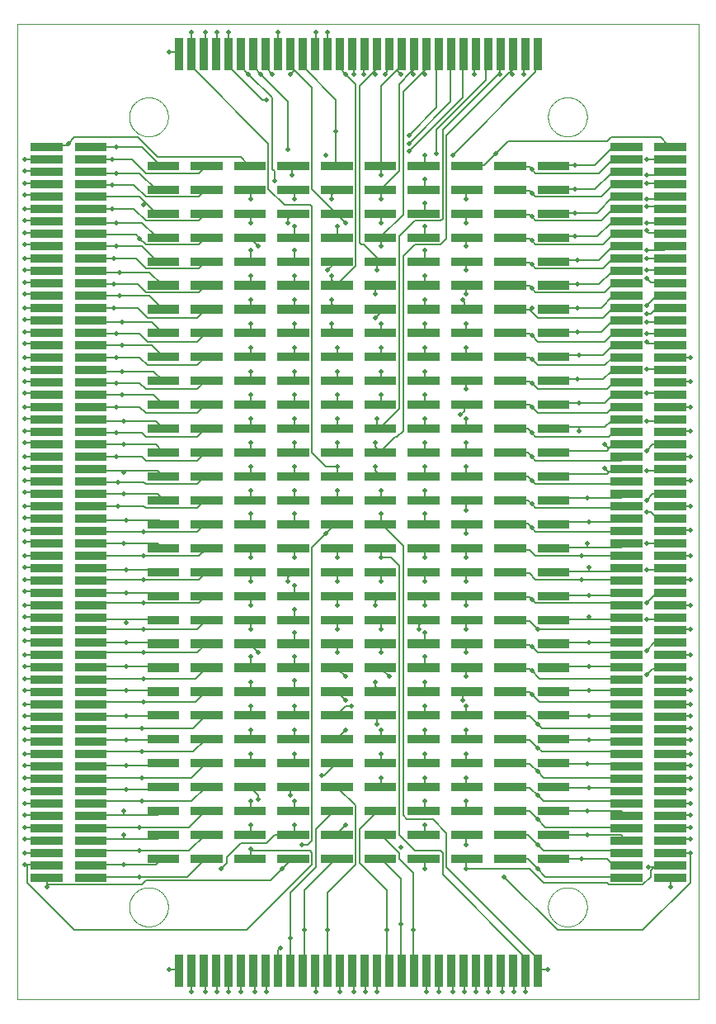
<source format=gbl>
G75*
%MOIN*%
%OFA0B0*%
%FSLAX25Y25*%
%IPPOS*%
%LPD*%
%AMOC8*
5,1,8,0,0,1.08239X$1,22.5*
%
%ADD10C,0.00000*%
%ADD11C,0.00301*%
%ADD12C,0.00800*%
%ADD13C,0.02000*%
D10*
X0001850Y0001850D02*
X0001850Y0395551D01*
X0277441Y0395551D01*
X0277441Y0001850D01*
X0001850Y0001850D01*
X0047126Y0039252D02*
X0047128Y0039445D01*
X0047135Y0039638D01*
X0047147Y0039831D01*
X0047164Y0040024D01*
X0047185Y0040216D01*
X0047211Y0040407D01*
X0047242Y0040598D01*
X0047277Y0040788D01*
X0047317Y0040977D01*
X0047362Y0041165D01*
X0047411Y0041352D01*
X0047465Y0041538D01*
X0047523Y0041722D01*
X0047586Y0041905D01*
X0047654Y0042086D01*
X0047725Y0042265D01*
X0047802Y0042443D01*
X0047882Y0042619D01*
X0047967Y0042792D01*
X0048056Y0042964D01*
X0048149Y0043133D01*
X0048246Y0043300D01*
X0048348Y0043465D01*
X0048453Y0043627D01*
X0048562Y0043786D01*
X0048676Y0043943D01*
X0048793Y0044096D01*
X0048913Y0044247D01*
X0049038Y0044395D01*
X0049166Y0044540D01*
X0049297Y0044681D01*
X0049432Y0044820D01*
X0049571Y0044955D01*
X0049712Y0045086D01*
X0049857Y0045214D01*
X0050005Y0045339D01*
X0050156Y0045459D01*
X0050309Y0045576D01*
X0050466Y0045690D01*
X0050625Y0045799D01*
X0050787Y0045904D01*
X0050952Y0046006D01*
X0051119Y0046103D01*
X0051288Y0046196D01*
X0051460Y0046285D01*
X0051633Y0046370D01*
X0051809Y0046450D01*
X0051987Y0046527D01*
X0052166Y0046598D01*
X0052347Y0046666D01*
X0052530Y0046729D01*
X0052714Y0046787D01*
X0052900Y0046841D01*
X0053087Y0046890D01*
X0053275Y0046935D01*
X0053464Y0046975D01*
X0053654Y0047010D01*
X0053845Y0047041D01*
X0054036Y0047067D01*
X0054228Y0047088D01*
X0054421Y0047105D01*
X0054614Y0047117D01*
X0054807Y0047124D01*
X0055000Y0047126D01*
X0055193Y0047124D01*
X0055386Y0047117D01*
X0055579Y0047105D01*
X0055772Y0047088D01*
X0055964Y0047067D01*
X0056155Y0047041D01*
X0056346Y0047010D01*
X0056536Y0046975D01*
X0056725Y0046935D01*
X0056913Y0046890D01*
X0057100Y0046841D01*
X0057286Y0046787D01*
X0057470Y0046729D01*
X0057653Y0046666D01*
X0057834Y0046598D01*
X0058013Y0046527D01*
X0058191Y0046450D01*
X0058367Y0046370D01*
X0058540Y0046285D01*
X0058712Y0046196D01*
X0058881Y0046103D01*
X0059048Y0046006D01*
X0059213Y0045904D01*
X0059375Y0045799D01*
X0059534Y0045690D01*
X0059691Y0045576D01*
X0059844Y0045459D01*
X0059995Y0045339D01*
X0060143Y0045214D01*
X0060288Y0045086D01*
X0060429Y0044955D01*
X0060568Y0044820D01*
X0060703Y0044681D01*
X0060834Y0044540D01*
X0060962Y0044395D01*
X0061087Y0044247D01*
X0061207Y0044096D01*
X0061324Y0043943D01*
X0061438Y0043786D01*
X0061547Y0043627D01*
X0061652Y0043465D01*
X0061754Y0043300D01*
X0061851Y0043133D01*
X0061944Y0042964D01*
X0062033Y0042792D01*
X0062118Y0042619D01*
X0062198Y0042443D01*
X0062275Y0042265D01*
X0062346Y0042086D01*
X0062414Y0041905D01*
X0062477Y0041722D01*
X0062535Y0041538D01*
X0062589Y0041352D01*
X0062638Y0041165D01*
X0062683Y0040977D01*
X0062723Y0040788D01*
X0062758Y0040598D01*
X0062789Y0040407D01*
X0062815Y0040216D01*
X0062836Y0040024D01*
X0062853Y0039831D01*
X0062865Y0039638D01*
X0062872Y0039445D01*
X0062874Y0039252D01*
X0062872Y0039059D01*
X0062865Y0038866D01*
X0062853Y0038673D01*
X0062836Y0038480D01*
X0062815Y0038288D01*
X0062789Y0038097D01*
X0062758Y0037906D01*
X0062723Y0037716D01*
X0062683Y0037527D01*
X0062638Y0037339D01*
X0062589Y0037152D01*
X0062535Y0036966D01*
X0062477Y0036782D01*
X0062414Y0036599D01*
X0062346Y0036418D01*
X0062275Y0036239D01*
X0062198Y0036061D01*
X0062118Y0035885D01*
X0062033Y0035712D01*
X0061944Y0035540D01*
X0061851Y0035371D01*
X0061754Y0035204D01*
X0061652Y0035039D01*
X0061547Y0034877D01*
X0061438Y0034718D01*
X0061324Y0034561D01*
X0061207Y0034408D01*
X0061087Y0034257D01*
X0060962Y0034109D01*
X0060834Y0033964D01*
X0060703Y0033823D01*
X0060568Y0033684D01*
X0060429Y0033549D01*
X0060288Y0033418D01*
X0060143Y0033290D01*
X0059995Y0033165D01*
X0059844Y0033045D01*
X0059691Y0032928D01*
X0059534Y0032814D01*
X0059375Y0032705D01*
X0059213Y0032600D01*
X0059048Y0032498D01*
X0058881Y0032401D01*
X0058712Y0032308D01*
X0058540Y0032219D01*
X0058367Y0032134D01*
X0058191Y0032054D01*
X0058013Y0031977D01*
X0057834Y0031906D01*
X0057653Y0031838D01*
X0057470Y0031775D01*
X0057286Y0031717D01*
X0057100Y0031663D01*
X0056913Y0031614D01*
X0056725Y0031569D01*
X0056536Y0031529D01*
X0056346Y0031494D01*
X0056155Y0031463D01*
X0055964Y0031437D01*
X0055772Y0031416D01*
X0055579Y0031399D01*
X0055386Y0031387D01*
X0055193Y0031380D01*
X0055000Y0031378D01*
X0054807Y0031380D01*
X0054614Y0031387D01*
X0054421Y0031399D01*
X0054228Y0031416D01*
X0054036Y0031437D01*
X0053845Y0031463D01*
X0053654Y0031494D01*
X0053464Y0031529D01*
X0053275Y0031569D01*
X0053087Y0031614D01*
X0052900Y0031663D01*
X0052714Y0031717D01*
X0052530Y0031775D01*
X0052347Y0031838D01*
X0052166Y0031906D01*
X0051987Y0031977D01*
X0051809Y0032054D01*
X0051633Y0032134D01*
X0051460Y0032219D01*
X0051288Y0032308D01*
X0051119Y0032401D01*
X0050952Y0032498D01*
X0050787Y0032600D01*
X0050625Y0032705D01*
X0050466Y0032814D01*
X0050309Y0032928D01*
X0050156Y0033045D01*
X0050005Y0033165D01*
X0049857Y0033290D01*
X0049712Y0033418D01*
X0049571Y0033549D01*
X0049432Y0033684D01*
X0049297Y0033823D01*
X0049166Y0033964D01*
X0049038Y0034109D01*
X0048913Y0034257D01*
X0048793Y0034408D01*
X0048676Y0034561D01*
X0048562Y0034718D01*
X0048453Y0034877D01*
X0048348Y0035039D01*
X0048246Y0035204D01*
X0048149Y0035371D01*
X0048056Y0035540D01*
X0047967Y0035712D01*
X0047882Y0035885D01*
X0047802Y0036061D01*
X0047725Y0036239D01*
X0047654Y0036418D01*
X0047586Y0036599D01*
X0047523Y0036782D01*
X0047465Y0036966D01*
X0047411Y0037152D01*
X0047362Y0037339D01*
X0047317Y0037527D01*
X0047277Y0037716D01*
X0047242Y0037906D01*
X0047211Y0038097D01*
X0047185Y0038288D01*
X0047164Y0038480D01*
X0047147Y0038673D01*
X0047135Y0038866D01*
X0047128Y0039059D01*
X0047126Y0039252D01*
X0216417Y0039252D02*
X0216419Y0039445D01*
X0216426Y0039638D01*
X0216438Y0039831D01*
X0216455Y0040024D01*
X0216476Y0040216D01*
X0216502Y0040407D01*
X0216533Y0040598D01*
X0216568Y0040788D01*
X0216608Y0040977D01*
X0216653Y0041165D01*
X0216702Y0041352D01*
X0216756Y0041538D01*
X0216814Y0041722D01*
X0216877Y0041905D01*
X0216945Y0042086D01*
X0217016Y0042265D01*
X0217093Y0042443D01*
X0217173Y0042619D01*
X0217258Y0042792D01*
X0217347Y0042964D01*
X0217440Y0043133D01*
X0217537Y0043300D01*
X0217639Y0043465D01*
X0217744Y0043627D01*
X0217853Y0043786D01*
X0217967Y0043943D01*
X0218084Y0044096D01*
X0218204Y0044247D01*
X0218329Y0044395D01*
X0218457Y0044540D01*
X0218588Y0044681D01*
X0218723Y0044820D01*
X0218862Y0044955D01*
X0219003Y0045086D01*
X0219148Y0045214D01*
X0219296Y0045339D01*
X0219447Y0045459D01*
X0219600Y0045576D01*
X0219757Y0045690D01*
X0219916Y0045799D01*
X0220078Y0045904D01*
X0220243Y0046006D01*
X0220410Y0046103D01*
X0220579Y0046196D01*
X0220751Y0046285D01*
X0220924Y0046370D01*
X0221100Y0046450D01*
X0221278Y0046527D01*
X0221457Y0046598D01*
X0221638Y0046666D01*
X0221821Y0046729D01*
X0222005Y0046787D01*
X0222191Y0046841D01*
X0222378Y0046890D01*
X0222566Y0046935D01*
X0222755Y0046975D01*
X0222945Y0047010D01*
X0223136Y0047041D01*
X0223327Y0047067D01*
X0223519Y0047088D01*
X0223712Y0047105D01*
X0223905Y0047117D01*
X0224098Y0047124D01*
X0224291Y0047126D01*
X0224484Y0047124D01*
X0224677Y0047117D01*
X0224870Y0047105D01*
X0225063Y0047088D01*
X0225255Y0047067D01*
X0225446Y0047041D01*
X0225637Y0047010D01*
X0225827Y0046975D01*
X0226016Y0046935D01*
X0226204Y0046890D01*
X0226391Y0046841D01*
X0226577Y0046787D01*
X0226761Y0046729D01*
X0226944Y0046666D01*
X0227125Y0046598D01*
X0227304Y0046527D01*
X0227482Y0046450D01*
X0227658Y0046370D01*
X0227831Y0046285D01*
X0228003Y0046196D01*
X0228172Y0046103D01*
X0228339Y0046006D01*
X0228504Y0045904D01*
X0228666Y0045799D01*
X0228825Y0045690D01*
X0228982Y0045576D01*
X0229135Y0045459D01*
X0229286Y0045339D01*
X0229434Y0045214D01*
X0229579Y0045086D01*
X0229720Y0044955D01*
X0229859Y0044820D01*
X0229994Y0044681D01*
X0230125Y0044540D01*
X0230253Y0044395D01*
X0230378Y0044247D01*
X0230498Y0044096D01*
X0230615Y0043943D01*
X0230729Y0043786D01*
X0230838Y0043627D01*
X0230943Y0043465D01*
X0231045Y0043300D01*
X0231142Y0043133D01*
X0231235Y0042964D01*
X0231324Y0042792D01*
X0231409Y0042619D01*
X0231489Y0042443D01*
X0231566Y0042265D01*
X0231637Y0042086D01*
X0231705Y0041905D01*
X0231768Y0041722D01*
X0231826Y0041538D01*
X0231880Y0041352D01*
X0231929Y0041165D01*
X0231974Y0040977D01*
X0232014Y0040788D01*
X0232049Y0040598D01*
X0232080Y0040407D01*
X0232106Y0040216D01*
X0232127Y0040024D01*
X0232144Y0039831D01*
X0232156Y0039638D01*
X0232163Y0039445D01*
X0232165Y0039252D01*
X0232163Y0039059D01*
X0232156Y0038866D01*
X0232144Y0038673D01*
X0232127Y0038480D01*
X0232106Y0038288D01*
X0232080Y0038097D01*
X0232049Y0037906D01*
X0232014Y0037716D01*
X0231974Y0037527D01*
X0231929Y0037339D01*
X0231880Y0037152D01*
X0231826Y0036966D01*
X0231768Y0036782D01*
X0231705Y0036599D01*
X0231637Y0036418D01*
X0231566Y0036239D01*
X0231489Y0036061D01*
X0231409Y0035885D01*
X0231324Y0035712D01*
X0231235Y0035540D01*
X0231142Y0035371D01*
X0231045Y0035204D01*
X0230943Y0035039D01*
X0230838Y0034877D01*
X0230729Y0034718D01*
X0230615Y0034561D01*
X0230498Y0034408D01*
X0230378Y0034257D01*
X0230253Y0034109D01*
X0230125Y0033964D01*
X0229994Y0033823D01*
X0229859Y0033684D01*
X0229720Y0033549D01*
X0229579Y0033418D01*
X0229434Y0033290D01*
X0229286Y0033165D01*
X0229135Y0033045D01*
X0228982Y0032928D01*
X0228825Y0032814D01*
X0228666Y0032705D01*
X0228504Y0032600D01*
X0228339Y0032498D01*
X0228172Y0032401D01*
X0228003Y0032308D01*
X0227831Y0032219D01*
X0227658Y0032134D01*
X0227482Y0032054D01*
X0227304Y0031977D01*
X0227125Y0031906D01*
X0226944Y0031838D01*
X0226761Y0031775D01*
X0226577Y0031717D01*
X0226391Y0031663D01*
X0226204Y0031614D01*
X0226016Y0031569D01*
X0225827Y0031529D01*
X0225637Y0031494D01*
X0225446Y0031463D01*
X0225255Y0031437D01*
X0225063Y0031416D01*
X0224870Y0031399D01*
X0224677Y0031387D01*
X0224484Y0031380D01*
X0224291Y0031378D01*
X0224098Y0031380D01*
X0223905Y0031387D01*
X0223712Y0031399D01*
X0223519Y0031416D01*
X0223327Y0031437D01*
X0223136Y0031463D01*
X0222945Y0031494D01*
X0222755Y0031529D01*
X0222566Y0031569D01*
X0222378Y0031614D01*
X0222191Y0031663D01*
X0222005Y0031717D01*
X0221821Y0031775D01*
X0221638Y0031838D01*
X0221457Y0031906D01*
X0221278Y0031977D01*
X0221100Y0032054D01*
X0220924Y0032134D01*
X0220751Y0032219D01*
X0220579Y0032308D01*
X0220410Y0032401D01*
X0220243Y0032498D01*
X0220078Y0032600D01*
X0219916Y0032705D01*
X0219757Y0032814D01*
X0219600Y0032928D01*
X0219447Y0033045D01*
X0219296Y0033165D01*
X0219148Y0033290D01*
X0219003Y0033418D01*
X0218862Y0033549D01*
X0218723Y0033684D01*
X0218588Y0033823D01*
X0218457Y0033964D01*
X0218329Y0034109D01*
X0218204Y0034257D01*
X0218084Y0034408D01*
X0217967Y0034561D01*
X0217853Y0034718D01*
X0217744Y0034877D01*
X0217639Y0035039D01*
X0217537Y0035204D01*
X0217440Y0035371D01*
X0217347Y0035540D01*
X0217258Y0035712D01*
X0217173Y0035885D01*
X0217093Y0036061D01*
X0217016Y0036239D01*
X0216945Y0036418D01*
X0216877Y0036599D01*
X0216814Y0036782D01*
X0216756Y0036966D01*
X0216702Y0037152D01*
X0216653Y0037339D01*
X0216608Y0037527D01*
X0216568Y0037716D01*
X0216533Y0037906D01*
X0216502Y0038097D01*
X0216476Y0038288D01*
X0216455Y0038480D01*
X0216438Y0038673D01*
X0216426Y0038866D01*
X0216419Y0039059D01*
X0216417Y0039252D01*
X0216417Y0358149D02*
X0216419Y0358342D01*
X0216426Y0358535D01*
X0216438Y0358728D01*
X0216455Y0358921D01*
X0216476Y0359113D01*
X0216502Y0359304D01*
X0216533Y0359495D01*
X0216568Y0359685D01*
X0216608Y0359874D01*
X0216653Y0360062D01*
X0216702Y0360249D01*
X0216756Y0360435D01*
X0216814Y0360619D01*
X0216877Y0360802D01*
X0216945Y0360983D01*
X0217016Y0361162D01*
X0217093Y0361340D01*
X0217173Y0361516D01*
X0217258Y0361689D01*
X0217347Y0361861D01*
X0217440Y0362030D01*
X0217537Y0362197D01*
X0217639Y0362362D01*
X0217744Y0362524D01*
X0217853Y0362683D01*
X0217967Y0362840D01*
X0218084Y0362993D01*
X0218204Y0363144D01*
X0218329Y0363292D01*
X0218457Y0363437D01*
X0218588Y0363578D01*
X0218723Y0363717D01*
X0218862Y0363852D01*
X0219003Y0363983D01*
X0219148Y0364111D01*
X0219296Y0364236D01*
X0219447Y0364356D01*
X0219600Y0364473D01*
X0219757Y0364587D01*
X0219916Y0364696D01*
X0220078Y0364801D01*
X0220243Y0364903D01*
X0220410Y0365000D01*
X0220579Y0365093D01*
X0220751Y0365182D01*
X0220924Y0365267D01*
X0221100Y0365347D01*
X0221278Y0365424D01*
X0221457Y0365495D01*
X0221638Y0365563D01*
X0221821Y0365626D01*
X0222005Y0365684D01*
X0222191Y0365738D01*
X0222378Y0365787D01*
X0222566Y0365832D01*
X0222755Y0365872D01*
X0222945Y0365907D01*
X0223136Y0365938D01*
X0223327Y0365964D01*
X0223519Y0365985D01*
X0223712Y0366002D01*
X0223905Y0366014D01*
X0224098Y0366021D01*
X0224291Y0366023D01*
X0224484Y0366021D01*
X0224677Y0366014D01*
X0224870Y0366002D01*
X0225063Y0365985D01*
X0225255Y0365964D01*
X0225446Y0365938D01*
X0225637Y0365907D01*
X0225827Y0365872D01*
X0226016Y0365832D01*
X0226204Y0365787D01*
X0226391Y0365738D01*
X0226577Y0365684D01*
X0226761Y0365626D01*
X0226944Y0365563D01*
X0227125Y0365495D01*
X0227304Y0365424D01*
X0227482Y0365347D01*
X0227658Y0365267D01*
X0227831Y0365182D01*
X0228003Y0365093D01*
X0228172Y0365000D01*
X0228339Y0364903D01*
X0228504Y0364801D01*
X0228666Y0364696D01*
X0228825Y0364587D01*
X0228982Y0364473D01*
X0229135Y0364356D01*
X0229286Y0364236D01*
X0229434Y0364111D01*
X0229579Y0363983D01*
X0229720Y0363852D01*
X0229859Y0363717D01*
X0229994Y0363578D01*
X0230125Y0363437D01*
X0230253Y0363292D01*
X0230378Y0363144D01*
X0230498Y0362993D01*
X0230615Y0362840D01*
X0230729Y0362683D01*
X0230838Y0362524D01*
X0230943Y0362362D01*
X0231045Y0362197D01*
X0231142Y0362030D01*
X0231235Y0361861D01*
X0231324Y0361689D01*
X0231409Y0361516D01*
X0231489Y0361340D01*
X0231566Y0361162D01*
X0231637Y0360983D01*
X0231705Y0360802D01*
X0231768Y0360619D01*
X0231826Y0360435D01*
X0231880Y0360249D01*
X0231929Y0360062D01*
X0231974Y0359874D01*
X0232014Y0359685D01*
X0232049Y0359495D01*
X0232080Y0359304D01*
X0232106Y0359113D01*
X0232127Y0358921D01*
X0232144Y0358728D01*
X0232156Y0358535D01*
X0232163Y0358342D01*
X0232165Y0358149D01*
X0232163Y0357956D01*
X0232156Y0357763D01*
X0232144Y0357570D01*
X0232127Y0357377D01*
X0232106Y0357185D01*
X0232080Y0356994D01*
X0232049Y0356803D01*
X0232014Y0356613D01*
X0231974Y0356424D01*
X0231929Y0356236D01*
X0231880Y0356049D01*
X0231826Y0355863D01*
X0231768Y0355679D01*
X0231705Y0355496D01*
X0231637Y0355315D01*
X0231566Y0355136D01*
X0231489Y0354958D01*
X0231409Y0354782D01*
X0231324Y0354609D01*
X0231235Y0354437D01*
X0231142Y0354268D01*
X0231045Y0354101D01*
X0230943Y0353936D01*
X0230838Y0353774D01*
X0230729Y0353615D01*
X0230615Y0353458D01*
X0230498Y0353305D01*
X0230378Y0353154D01*
X0230253Y0353006D01*
X0230125Y0352861D01*
X0229994Y0352720D01*
X0229859Y0352581D01*
X0229720Y0352446D01*
X0229579Y0352315D01*
X0229434Y0352187D01*
X0229286Y0352062D01*
X0229135Y0351942D01*
X0228982Y0351825D01*
X0228825Y0351711D01*
X0228666Y0351602D01*
X0228504Y0351497D01*
X0228339Y0351395D01*
X0228172Y0351298D01*
X0228003Y0351205D01*
X0227831Y0351116D01*
X0227658Y0351031D01*
X0227482Y0350951D01*
X0227304Y0350874D01*
X0227125Y0350803D01*
X0226944Y0350735D01*
X0226761Y0350672D01*
X0226577Y0350614D01*
X0226391Y0350560D01*
X0226204Y0350511D01*
X0226016Y0350466D01*
X0225827Y0350426D01*
X0225637Y0350391D01*
X0225446Y0350360D01*
X0225255Y0350334D01*
X0225063Y0350313D01*
X0224870Y0350296D01*
X0224677Y0350284D01*
X0224484Y0350277D01*
X0224291Y0350275D01*
X0224098Y0350277D01*
X0223905Y0350284D01*
X0223712Y0350296D01*
X0223519Y0350313D01*
X0223327Y0350334D01*
X0223136Y0350360D01*
X0222945Y0350391D01*
X0222755Y0350426D01*
X0222566Y0350466D01*
X0222378Y0350511D01*
X0222191Y0350560D01*
X0222005Y0350614D01*
X0221821Y0350672D01*
X0221638Y0350735D01*
X0221457Y0350803D01*
X0221278Y0350874D01*
X0221100Y0350951D01*
X0220924Y0351031D01*
X0220751Y0351116D01*
X0220579Y0351205D01*
X0220410Y0351298D01*
X0220243Y0351395D01*
X0220078Y0351497D01*
X0219916Y0351602D01*
X0219757Y0351711D01*
X0219600Y0351825D01*
X0219447Y0351942D01*
X0219296Y0352062D01*
X0219148Y0352187D01*
X0219003Y0352315D01*
X0218862Y0352446D01*
X0218723Y0352581D01*
X0218588Y0352720D01*
X0218457Y0352861D01*
X0218329Y0353006D01*
X0218204Y0353154D01*
X0218084Y0353305D01*
X0217967Y0353458D01*
X0217853Y0353615D01*
X0217744Y0353774D01*
X0217639Y0353936D01*
X0217537Y0354101D01*
X0217440Y0354268D01*
X0217347Y0354437D01*
X0217258Y0354609D01*
X0217173Y0354782D01*
X0217093Y0354958D01*
X0217016Y0355136D01*
X0216945Y0355315D01*
X0216877Y0355496D01*
X0216814Y0355679D01*
X0216756Y0355863D01*
X0216702Y0356049D01*
X0216653Y0356236D01*
X0216608Y0356424D01*
X0216568Y0356613D01*
X0216533Y0356803D01*
X0216502Y0356994D01*
X0216476Y0357185D01*
X0216455Y0357377D01*
X0216438Y0357570D01*
X0216426Y0357763D01*
X0216419Y0357956D01*
X0216417Y0358149D01*
X0047126Y0358149D02*
X0047128Y0358342D01*
X0047135Y0358535D01*
X0047147Y0358728D01*
X0047164Y0358921D01*
X0047185Y0359113D01*
X0047211Y0359304D01*
X0047242Y0359495D01*
X0047277Y0359685D01*
X0047317Y0359874D01*
X0047362Y0360062D01*
X0047411Y0360249D01*
X0047465Y0360435D01*
X0047523Y0360619D01*
X0047586Y0360802D01*
X0047654Y0360983D01*
X0047725Y0361162D01*
X0047802Y0361340D01*
X0047882Y0361516D01*
X0047967Y0361689D01*
X0048056Y0361861D01*
X0048149Y0362030D01*
X0048246Y0362197D01*
X0048348Y0362362D01*
X0048453Y0362524D01*
X0048562Y0362683D01*
X0048676Y0362840D01*
X0048793Y0362993D01*
X0048913Y0363144D01*
X0049038Y0363292D01*
X0049166Y0363437D01*
X0049297Y0363578D01*
X0049432Y0363717D01*
X0049571Y0363852D01*
X0049712Y0363983D01*
X0049857Y0364111D01*
X0050005Y0364236D01*
X0050156Y0364356D01*
X0050309Y0364473D01*
X0050466Y0364587D01*
X0050625Y0364696D01*
X0050787Y0364801D01*
X0050952Y0364903D01*
X0051119Y0365000D01*
X0051288Y0365093D01*
X0051460Y0365182D01*
X0051633Y0365267D01*
X0051809Y0365347D01*
X0051987Y0365424D01*
X0052166Y0365495D01*
X0052347Y0365563D01*
X0052530Y0365626D01*
X0052714Y0365684D01*
X0052900Y0365738D01*
X0053087Y0365787D01*
X0053275Y0365832D01*
X0053464Y0365872D01*
X0053654Y0365907D01*
X0053845Y0365938D01*
X0054036Y0365964D01*
X0054228Y0365985D01*
X0054421Y0366002D01*
X0054614Y0366014D01*
X0054807Y0366021D01*
X0055000Y0366023D01*
X0055193Y0366021D01*
X0055386Y0366014D01*
X0055579Y0366002D01*
X0055772Y0365985D01*
X0055964Y0365964D01*
X0056155Y0365938D01*
X0056346Y0365907D01*
X0056536Y0365872D01*
X0056725Y0365832D01*
X0056913Y0365787D01*
X0057100Y0365738D01*
X0057286Y0365684D01*
X0057470Y0365626D01*
X0057653Y0365563D01*
X0057834Y0365495D01*
X0058013Y0365424D01*
X0058191Y0365347D01*
X0058367Y0365267D01*
X0058540Y0365182D01*
X0058712Y0365093D01*
X0058881Y0365000D01*
X0059048Y0364903D01*
X0059213Y0364801D01*
X0059375Y0364696D01*
X0059534Y0364587D01*
X0059691Y0364473D01*
X0059844Y0364356D01*
X0059995Y0364236D01*
X0060143Y0364111D01*
X0060288Y0363983D01*
X0060429Y0363852D01*
X0060568Y0363717D01*
X0060703Y0363578D01*
X0060834Y0363437D01*
X0060962Y0363292D01*
X0061087Y0363144D01*
X0061207Y0362993D01*
X0061324Y0362840D01*
X0061438Y0362683D01*
X0061547Y0362524D01*
X0061652Y0362362D01*
X0061754Y0362197D01*
X0061851Y0362030D01*
X0061944Y0361861D01*
X0062033Y0361689D01*
X0062118Y0361516D01*
X0062198Y0361340D01*
X0062275Y0361162D01*
X0062346Y0360983D01*
X0062414Y0360802D01*
X0062477Y0360619D01*
X0062535Y0360435D01*
X0062589Y0360249D01*
X0062638Y0360062D01*
X0062683Y0359874D01*
X0062723Y0359685D01*
X0062758Y0359495D01*
X0062789Y0359304D01*
X0062815Y0359113D01*
X0062836Y0358921D01*
X0062853Y0358728D01*
X0062865Y0358535D01*
X0062872Y0358342D01*
X0062874Y0358149D01*
X0062872Y0357956D01*
X0062865Y0357763D01*
X0062853Y0357570D01*
X0062836Y0357377D01*
X0062815Y0357185D01*
X0062789Y0356994D01*
X0062758Y0356803D01*
X0062723Y0356613D01*
X0062683Y0356424D01*
X0062638Y0356236D01*
X0062589Y0356049D01*
X0062535Y0355863D01*
X0062477Y0355679D01*
X0062414Y0355496D01*
X0062346Y0355315D01*
X0062275Y0355136D01*
X0062198Y0354958D01*
X0062118Y0354782D01*
X0062033Y0354609D01*
X0061944Y0354437D01*
X0061851Y0354268D01*
X0061754Y0354101D01*
X0061652Y0353936D01*
X0061547Y0353774D01*
X0061438Y0353615D01*
X0061324Y0353458D01*
X0061207Y0353305D01*
X0061087Y0353154D01*
X0060962Y0353006D01*
X0060834Y0352861D01*
X0060703Y0352720D01*
X0060568Y0352581D01*
X0060429Y0352446D01*
X0060288Y0352315D01*
X0060143Y0352187D01*
X0059995Y0352062D01*
X0059844Y0351942D01*
X0059691Y0351825D01*
X0059534Y0351711D01*
X0059375Y0351602D01*
X0059213Y0351497D01*
X0059048Y0351395D01*
X0058881Y0351298D01*
X0058712Y0351205D01*
X0058540Y0351116D01*
X0058367Y0351031D01*
X0058191Y0350951D01*
X0058013Y0350874D01*
X0057834Y0350803D01*
X0057653Y0350735D01*
X0057470Y0350672D01*
X0057286Y0350614D01*
X0057100Y0350560D01*
X0056913Y0350511D01*
X0056725Y0350466D01*
X0056536Y0350426D01*
X0056346Y0350391D01*
X0056155Y0350360D01*
X0055964Y0350334D01*
X0055772Y0350313D01*
X0055579Y0350296D01*
X0055386Y0350284D01*
X0055193Y0350277D01*
X0055000Y0350275D01*
X0054807Y0350277D01*
X0054614Y0350284D01*
X0054421Y0350296D01*
X0054228Y0350313D01*
X0054036Y0350334D01*
X0053845Y0350360D01*
X0053654Y0350391D01*
X0053464Y0350426D01*
X0053275Y0350466D01*
X0053087Y0350511D01*
X0052900Y0350560D01*
X0052714Y0350614D01*
X0052530Y0350672D01*
X0052347Y0350735D01*
X0052166Y0350803D01*
X0051987Y0350874D01*
X0051809Y0350951D01*
X0051633Y0351031D01*
X0051460Y0351116D01*
X0051288Y0351205D01*
X0051119Y0351298D01*
X0050952Y0351395D01*
X0050787Y0351497D01*
X0050625Y0351602D01*
X0050466Y0351711D01*
X0050309Y0351825D01*
X0050156Y0351942D01*
X0050005Y0352062D01*
X0049857Y0352187D01*
X0049712Y0352315D01*
X0049571Y0352446D01*
X0049432Y0352581D01*
X0049297Y0352720D01*
X0049166Y0352861D01*
X0049038Y0353006D01*
X0048913Y0353154D01*
X0048793Y0353305D01*
X0048676Y0353458D01*
X0048562Y0353615D01*
X0048453Y0353774D01*
X0048348Y0353936D01*
X0048246Y0354101D01*
X0048149Y0354268D01*
X0048056Y0354437D01*
X0047967Y0354609D01*
X0047882Y0354782D01*
X0047802Y0354958D01*
X0047725Y0355136D01*
X0047654Y0355315D01*
X0047586Y0355496D01*
X0047523Y0355679D01*
X0047465Y0355863D01*
X0047411Y0356049D01*
X0047362Y0356236D01*
X0047317Y0356424D01*
X0047277Y0356613D01*
X0047242Y0356803D01*
X0047211Y0356994D01*
X0047185Y0357185D01*
X0047164Y0357377D01*
X0047147Y0357570D01*
X0047135Y0357763D01*
X0047128Y0357956D01*
X0047126Y0358149D01*
D11*
X0037625Y0347723D02*
X0025131Y0347723D01*
X0037625Y0347723D02*
X0037625Y0344677D01*
X0025131Y0344677D01*
X0025131Y0347723D01*
X0025131Y0344977D02*
X0037625Y0344977D01*
X0037625Y0345277D02*
X0025131Y0345277D01*
X0025131Y0345577D02*
X0037625Y0345577D01*
X0037625Y0345877D02*
X0025131Y0345877D01*
X0025131Y0346177D02*
X0037625Y0346177D01*
X0037625Y0346477D02*
X0025131Y0346477D01*
X0025131Y0346777D02*
X0037625Y0346777D01*
X0037625Y0347077D02*
X0025131Y0347077D01*
X0025131Y0347377D02*
X0037625Y0347377D01*
X0037625Y0347677D02*
X0025131Y0347677D01*
X0025131Y0342723D02*
X0037625Y0342723D01*
X0037625Y0339677D01*
X0025131Y0339677D01*
X0025131Y0342723D01*
X0025131Y0339977D02*
X0037625Y0339977D01*
X0037625Y0340277D02*
X0025131Y0340277D01*
X0025131Y0340577D02*
X0037625Y0340577D01*
X0037625Y0340877D02*
X0025131Y0340877D01*
X0025131Y0341177D02*
X0037625Y0341177D01*
X0037625Y0341477D02*
X0025131Y0341477D01*
X0025131Y0341777D02*
X0037625Y0341777D01*
X0037625Y0342077D02*
X0025131Y0342077D01*
X0025131Y0342377D02*
X0037625Y0342377D01*
X0037625Y0342677D02*
X0025131Y0342677D01*
X0025131Y0337723D02*
X0037625Y0337723D01*
X0037625Y0334677D01*
X0025131Y0334677D01*
X0025131Y0337723D01*
X0025131Y0334977D02*
X0037625Y0334977D01*
X0037625Y0335277D02*
X0025131Y0335277D01*
X0025131Y0335577D02*
X0037625Y0335577D01*
X0037625Y0335877D02*
X0025131Y0335877D01*
X0025131Y0336177D02*
X0037625Y0336177D01*
X0037625Y0336477D02*
X0025131Y0336477D01*
X0025131Y0336777D02*
X0037625Y0336777D01*
X0037625Y0337077D02*
X0025131Y0337077D01*
X0025131Y0337377D02*
X0037625Y0337377D01*
X0037625Y0337677D02*
X0025131Y0337677D01*
X0025131Y0332723D02*
X0037625Y0332723D01*
X0037625Y0329677D01*
X0025131Y0329677D01*
X0025131Y0332723D01*
X0025131Y0329977D02*
X0037625Y0329977D01*
X0037625Y0330277D02*
X0025131Y0330277D01*
X0025131Y0330577D02*
X0037625Y0330577D01*
X0037625Y0330877D02*
X0025131Y0330877D01*
X0025131Y0331177D02*
X0037625Y0331177D01*
X0037625Y0331477D02*
X0025131Y0331477D01*
X0025131Y0331777D02*
X0037625Y0331777D01*
X0037625Y0332077D02*
X0025131Y0332077D01*
X0025131Y0332377D02*
X0037625Y0332377D01*
X0037625Y0332677D02*
X0025131Y0332677D01*
X0025131Y0327723D02*
X0037625Y0327723D01*
X0037625Y0324677D01*
X0025131Y0324677D01*
X0025131Y0327723D01*
X0025131Y0324977D02*
X0037625Y0324977D01*
X0037625Y0325277D02*
X0025131Y0325277D01*
X0025131Y0325577D02*
X0037625Y0325577D01*
X0037625Y0325877D02*
X0025131Y0325877D01*
X0025131Y0326177D02*
X0037625Y0326177D01*
X0037625Y0326477D02*
X0025131Y0326477D01*
X0025131Y0326777D02*
X0037625Y0326777D01*
X0037625Y0327077D02*
X0025131Y0327077D01*
X0025131Y0327377D02*
X0037625Y0327377D01*
X0037625Y0327677D02*
X0025131Y0327677D01*
X0025131Y0322723D02*
X0037625Y0322723D01*
X0037625Y0319677D01*
X0025131Y0319677D01*
X0025131Y0322723D01*
X0025131Y0319977D02*
X0037625Y0319977D01*
X0037625Y0320277D02*
X0025131Y0320277D01*
X0025131Y0320577D02*
X0037625Y0320577D01*
X0037625Y0320877D02*
X0025131Y0320877D01*
X0025131Y0321177D02*
X0037625Y0321177D01*
X0037625Y0321477D02*
X0025131Y0321477D01*
X0025131Y0321777D02*
X0037625Y0321777D01*
X0037625Y0322077D02*
X0025131Y0322077D01*
X0025131Y0322377D02*
X0037625Y0322377D01*
X0037625Y0322677D02*
X0025131Y0322677D01*
X0025131Y0317723D02*
X0037625Y0317723D01*
X0037625Y0314677D01*
X0025131Y0314677D01*
X0025131Y0317723D01*
X0025131Y0314977D02*
X0037625Y0314977D01*
X0037625Y0315277D02*
X0025131Y0315277D01*
X0025131Y0315577D02*
X0037625Y0315577D01*
X0037625Y0315877D02*
X0025131Y0315877D01*
X0025131Y0316177D02*
X0037625Y0316177D01*
X0037625Y0316477D02*
X0025131Y0316477D01*
X0025131Y0316777D02*
X0037625Y0316777D01*
X0037625Y0317077D02*
X0025131Y0317077D01*
X0025131Y0317377D02*
X0037625Y0317377D01*
X0037625Y0317677D02*
X0025131Y0317677D01*
X0025131Y0312723D02*
X0037625Y0312723D01*
X0037625Y0309677D01*
X0025131Y0309677D01*
X0025131Y0312723D01*
X0025131Y0309977D02*
X0037625Y0309977D01*
X0037625Y0310277D02*
X0025131Y0310277D01*
X0025131Y0310577D02*
X0037625Y0310577D01*
X0037625Y0310877D02*
X0025131Y0310877D01*
X0025131Y0311177D02*
X0037625Y0311177D01*
X0037625Y0311477D02*
X0025131Y0311477D01*
X0025131Y0311777D02*
X0037625Y0311777D01*
X0037625Y0312077D02*
X0025131Y0312077D01*
X0025131Y0312377D02*
X0037625Y0312377D01*
X0037625Y0312677D02*
X0025131Y0312677D01*
X0025131Y0307723D02*
X0037625Y0307723D01*
X0037625Y0304677D01*
X0025131Y0304677D01*
X0025131Y0307723D01*
X0025131Y0304977D02*
X0037625Y0304977D01*
X0037625Y0305277D02*
X0025131Y0305277D01*
X0025131Y0305577D02*
X0037625Y0305577D01*
X0037625Y0305877D02*
X0025131Y0305877D01*
X0025131Y0306177D02*
X0037625Y0306177D01*
X0037625Y0306477D02*
X0025131Y0306477D01*
X0025131Y0306777D02*
X0037625Y0306777D01*
X0037625Y0307077D02*
X0025131Y0307077D01*
X0025131Y0307377D02*
X0037625Y0307377D01*
X0037625Y0307677D02*
X0025131Y0307677D01*
X0025131Y0302723D02*
X0037625Y0302723D01*
X0037625Y0299677D01*
X0025131Y0299677D01*
X0025131Y0302723D01*
X0025131Y0299977D02*
X0037625Y0299977D01*
X0037625Y0300277D02*
X0025131Y0300277D01*
X0025131Y0300577D02*
X0037625Y0300577D01*
X0037625Y0300877D02*
X0025131Y0300877D01*
X0025131Y0301177D02*
X0037625Y0301177D01*
X0037625Y0301477D02*
X0025131Y0301477D01*
X0025131Y0301777D02*
X0037625Y0301777D01*
X0037625Y0302077D02*
X0025131Y0302077D01*
X0025131Y0302377D02*
X0037625Y0302377D01*
X0037625Y0302677D02*
X0025131Y0302677D01*
X0025131Y0297723D02*
X0037625Y0297723D01*
X0037625Y0294677D01*
X0025131Y0294677D01*
X0025131Y0297723D01*
X0025131Y0294977D02*
X0037625Y0294977D01*
X0037625Y0295277D02*
X0025131Y0295277D01*
X0025131Y0295577D02*
X0037625Y0295577D01*
X0037625Y0295877D02*
X0025131Y0295877D01*
X0025131Y0296177D02*
X0037625Y0296177D01*
X0037625Y0296477D02*
X0025131Y0296477D01*
X0025131Y0296777D02*
X0037625Y0296777D01*
X0037625Y0297077D02*
X0025131Y0297077D01*
X0025131Y0297377D02*
X0037625Y0297377D01*
X0037625Y0297677D02*
X0025131Y0297677D01*
X0025131Y0292723D02*
X0037625Y0292723D01*
X0037625Y0289677D01*
X0025131Y0289677D01*
X0025131Y0292723D01*
X0025131Y0289977D02*
X0037625Y0289977D01*
X0037625Y0290277D02*
X0025131Y0290277D01*
X0025131Y0290577D02*
X0037625Y0290577D01*
X0037625Y0290877D02*
X0025131Y0290877D01*
X0025131Y0291177D02*
X0037625Y0291177D01*
X0037625Y0291477D02*
X0025131Y0291477D01*
X0025131Y0291777D02*
X0037625Y0291777D01*
X0037625Y0292077D02*
X0025131Y0292077D01*
X0025131Y0292377D02*
X0037625Y0292377D01*
X0037625Y0292677D02*
X0025131Y0292677D01*
X0025131Y0287723D02*
X0037625Y0287723D01*
X0037625Y0284677D01*
X0025131Y0284677D01*
X0025131Y0287723D01*
X0025131Y0284977D02*
X0037625Y0284977D01*
X0037625Y0285277D02*
X0025131Y0285277D01*
X0025131Y0285577D02*
X0037625Y0285577D01*
X0037625Y0285877D02*
X0025131Y0285877D01*
X0025131Y0286177D02*
X0037625Y0286177D01*
X0037625Y0286477D02*
X0025131Y0286477D01*
X0025131Y0286777D02*
X0037625Y0286777D01*
X0037625Y0287077D02*
X0025131Y0287077D01*
X0025131Y0287377D02*
X0037625Y0287377D01*
X0037625Y0287677D02*
X0025131Y0287677D01*
X0025131Y0282723D02*
X0037625Y0282723D01*
X0037625Y0279677D01*
X0025131Y0279677D01*
X0025131Y0282723D01*
X0025131Y0279977D02*
X0037625Y0279977D01*
X0037625Y0280277D02*
X0025131Y0280277D01*
X0025131Y0280577D02*
X0037625Y0280577D01*
X0037625Y0280877D02*
X0025131Y0280877D01*
X0025131Y0281177D02*
X0037625Y0281177D01*
X0037625Y0281477D02*
X0025131Y0281477D01*
X0025131Y0281777D02*
X0037625Y0281777D01*
X0037625Y0282077D02*
X0025131Y0282077D01*
X0025131Y0282377D02*
X0037625Y0282377D01*
X0037625Y0282677D02*
X0025131Y0282677D01*
X0025131Y0277723D02*
X0037625Y0277723D01*
X0037625Y0274677D01*
X0025131Y0274677D01*
X0025131Y0277723D01*
X0025131Y0274977D02*
X0037625Y0274977D01*
X0037625Y0275277D02*
X0025131Y0275277D01*
X0025131Y0275577D02*
X0037625Y0275577D01*
X0037625Y0275877D02*
X0025131Y0275877D01*
X0025131Y0276177D02*
X0037625Y0276177D01*
X0037625Y0276477D02*
X0025131Y0276477D01*
X0025131Y0276777D02*
X0037625Y0276777D01*
X0037625Y0277077D02*
X0025131Y0277077D01*
X0025131Y0277377D02*
X0037625Y0277377D01*
X0037625Y0277677D02*
X0025131Y0277677D01*
X0025131Y0272723D02*
X0037625Y0272723D01*
X0037625Y0269677D01*
X0025131Y0269677D01*
X0025131Y0272723D01*
X0025131Y0269977D02*
X0037625Y0269977D01*
X0037625Y0270277D02*
X0025131Y0270277D01*
X0025131Y0270577D02*
X0037625Y0270577D01*
X0037625Y0270877D02*
X0025131Y0270877D01*
X0025131Y0271177D02*
X0037625Y0271177D01*
X0037625Y0271477D02*
X0025131Y0271477D01*
X0025131Y0271777D02*
X0037625Y0271777D01*
X0037625Y0272077D02*
X0025131Y0272077D01*
X0025131Y0272377D02*
X0037625Y0272377D01*
X0037625Y0272677D02*
X0025131Y0272677D01*
X0025131Y0267723D02*
X0037625Y0267723D01*
X0037625Y0264677D01*
X0025131Y0264677D01*
X0025131Y0267723D01*
X0025131Y0264977D02*
X0037625Y0264977D01*
X0037625Y0265277D02*
X0025131Y0265277D01*
X0025131Y0265577D02*
X0037625Y0265577D01*
X0037625Y0265877D02*
X0025131Y0265877D01*
X0025131Y0266177D02*
X0037625Y0266177D01*
X0037625Y0266477D02*
X0025131Y0266477D01*
X0025131Y0266777D02*
X0037625Y0266777D01*
X0037625Y0267077D02*
X0025131Y0267077D01*
X0025131Y0267377D02*
X0037625Y0267377D01*
X0037625Y0267677D02*
X0025131Y0267677D01*
X0025131Y0262723D02*
X0037625Y0262723D01*
X0037625Y0259677D01*
X0025131Y0259677D01*
X0025131Y0262723D01*
X0025131Y0259977D02*
X0037625Y0259977D01*
X0037625Y0260277D02*
X0025131Y0260277D01*
X0025131Y0260577D02*
X0037625Y0260577D01*
X0037625Y0260877D02*
X0025131Y0260877D01*
X0025131Y0261177D02*
X0037625Y0261177D01*
X0037625Y0261477D02*
X0025131Y0261477D01*
X0025131Y0261777D02*
X0037625Y0261777D01*
X0037625Y0262077D02*
X0025131Y0262077D01*
X0025131Y0262377D02*
X0037625Y0262377D01*
X0037625Y0262677D02*
X0025131Y0262677D01*
X0025131Y0257723D02*
X0037625Y0257723D01*
X0037625Y0254677D01*
X0025131Y0254677D01*
X0025131Y0257723D01*
X0025131Y0254977D02*
X0037625Y0254977D01*
X0037625Y0255277D02*
X0025131Y0255277D01*
X0025131Y0255577D02*
X0037625Y0255577D01*
X0037625Y0255877D02*
X0025131Y0255877D01*
X0025131Y0256177D02*
X0037625Y0256177D01*
X0037625Y0256477D02*
X0025131Y0256477D01*
X0025131Y0256777D02*
X0037625Y0256777D01*
X0037625Y0257077D02*
X0025131Y0257077D01*
X0025131Y0257377D02*
X0037625Y0257377D01*
X0037625Y0257677D02*
X0025131Y0257677D01*
X0025131Y0252723D02*
X0037625Y0252723D01*
X0037625Y0249677D01*
X0025131Y0249677D01*
X0025131Y0252723D01*
X0025131Y0249977D02*
X0037625Y0249977D01*
X0037625Y0250277D02*
X0025131Y0250277D01*
X0025131Y0250577D02*
X0037625Y0250577D01*
X0037625Y0250877D02*
X0025131Y0250877D01*
X0025131Y0251177D02*
X0037625Y0251177D01*
X0037625Y0251477D02*
X0025131Y0251477D01*
X0025131Y0251777D02*
X0037625Y0251777D01*
X0037625Y0252077D02*
X0025131Y0252077D01*
X0025131Y0252377D02*
X0037625Y0252377D01*
X0037625Y0252677D02*
X0025131Y0252677D01*
X0025131Y0247723D02*
X0037625Y0247723D01*
X0037625Y0244677D01*
X0025131Y0244677D01*
X0025131Y0247723D01*
X0025131Y0244977D02*
X0037625Y0244977D01*
X0037625Y0245277D02*
X0025131Y0245277D01*
X0025131Y0245577D02*
X0037625Y0245577D01*
X0037625Y0245877D02*
X0025131Y0245877D01*
X0025131Y0246177D02*
X0037625Y0246177D01*
X0037625Y0246477D02*
X0025131Y0246477D01*
X0025131Y0246777D02*
X0037625Y0246777D01*
X0037625Y0247077D02*
X0025131Y0247077D01*
X0025131Y0247377D02*
X0037625Y0247377D01*
X0037625Y0247677D02*
X0025131Y0247677D01*
X0025131Y0242723D02*
X0037625Y0242723D01*
X0037625Y0239677D01*
X0025131Y0239677D01*
X0025131Y0242723D01*
X0025131Y0239977D02*
X0037625Y0239977D01*
X0037625Y0240277D02*
X0025131Y0240277D01*
X0025131Y0240577D02*
X0037625Y0240577D01*
X0037625Y0240877D02*
X0025131Y0240877D01*
X0025131Y0241177D02*
X0037625Y0241177D01*
X0037625Y0241477D02*
X0025131Y0241477D01*
X0025131Y0241777D02*
X0037625Y0241777D01*
X0037625Y0242077D02*
X0025131Y0242077D01*
X0025131Y0242377D02*
X0037625Y0242377D01*
X0037625Y0242677D02*
X0025131Y0242677D01*
X0025131Y0237723D02*
X0037625Y0237723D01*
X0037625Y0234677D01*
X0025131Y0234677D01*
X0025131Y0237723D01*
X0025131Y0234977D02*
X0037625Y0234977D01*
X0037625Y0235277D02*
X0025131Y0235277D01*
X0025131Y0235577D02*
X0037625Y0235577D01*
X0037625Y0235877D02*
X0025131Y0235877D01*
X0025131Y0236177D02*
X0037625Y0236177D01*
X0037625Y0236477D02*
X0025131Y0236477D01*
X0025131Y0236777D02*
X0037625Y0236777D01*
X0037625Y0237077D02*
X0025131Y0237077D01*
X0025131Y0237377D02*
X0037625Y0237377D01*
X0037625Y0237677D02*
X0025131Y0237677D01*
X0025131Y0232723D02*
X0037625Y0232723D01*
X0037625Y0229677D01*
X0025131Y0229677D01*
X0025131Y0232723D01*
X0025131Y0229977D02*
X0037625Y0229977D01*
X0037625Y0230277D02*
X0025131Y0230277D01*
X0025131Y0230577D02*
X0037625Y0230577D01*
X0037625Y0230877D02*
X0025131Y0230877D01*
X0025131Y0231177D02*
X0037625Y0231177D01*
X0037625Y0231477D02*
X0025131Y0231477D01*
X0025131Y0231777D02*
X0037625Y0231777D01*
X0037625Y0232077D02*
X0025131Y0232077D01*
X0025131Y0232377D02*
X0037625Y0232377D01*
X0037625Y0232677D02*
X0025131Y0232677D01*
X0025131Y0227723D02*
X0037625Y0227723D01*
X0037625Y0224677D01*
X0025131Y0224677D01*
X0025131Y0227723D01*
X0025131Y0224977D02*
X0037625Y0224977D01*
X0037625Y0225277D02*
X0025131Y0225277D01*
X0025131Y0225577D02*
X0037625Y0225577D01*
X0037625Y0225877D02*
X0025131Y0225877D01*
X0025131Y0226177D02*
X0037625Y0226177D01*
X0037625Y0226477D02*
X0025131Y0226477D01*
X0025131Y0226777D02*
X0037625Y0226777D01*
X0037625Y0227077D02*
X0025131Y0227077D01*
X0025131Y0227377D02*
X0037625Y0227377D01*
X0037625Y0227677D02*
X0025131Y0227677D01*
X0025131Y0222723D02*
X0037625Y0222723D01*
X0037625Y0219677D01*
X0025131Y0219677D01*
X0025131Y0222723D01*
X0025131Y0219977D02*
X0037625Y0219977D01*
X0037625Y0220277D02*
X0025131Y0220277D01*
X0025131Y0220577D02*
X0037625Y0220577D01*
X0037625Y0220877D02*
X0025131Y0220877D01*
X0025131Y0221177D02*
X0037625Y0221177D01*
X0037625Y0221477D02*
X0025131Y0221477D01*
X0025131Y0221777D02*
X0037625Y0221777D01*
X0037625Y0222077D02*
X0025131Y0222077D01*
X0025131Y0222377D02*
X0037625Y0222377D01*
X0037625Y0222677D02*
X0025131Y0222677D01*
X0025131Y0217723D02*
X0037625Y0217723D01*
X0037625Y0214677D01*
X0025131Y0214677D01*
X0025131Y0217723D01*
X0025131Y0214977D02*
X0037625Y0214977D01*
X0037625Y0215277D02*
X0025131Y0215277D01*
X0025131Y0215577D02*
X0037625Y0215577D01*
X0037625Y0215877D02*
X0025131Y0215877D01*
X0025131Y0216177D02*
X0037625Y0216177D01*
X0037625Y0216477D02*
X0025131Y0216477D01*
X0025131Y0216777D02*
X0037625Y0216777D01*
X0037625Y0217077D02*
X0025131Y0217077D01*
X0025131Y0217377D02*
X0037625Y0217377D01*
X0037625Y0217677D02*
X0025131Y0217677D01*
X0025131Y0212723D02*
X0037625Y0212723D01*
X0037625Y0209677D01*
X0025131Y0209677D01*
X0025131Y0212723D01*
X0025131Y0209977D02*
X0037625Y0209977D01*
X0037625Y0210277D02*
X0025131Y0210277D01*
X0025131Y0210577D02*
X0037625Y0210577D01*
X0037625Y0210877D02*
X0025131Y0210877D01*
X0025131Y0211177D02*
X0037625Y0211177D01*
X0037625Y0211477D02*
X0025131Y0211477D01*
X0025131Y0211777D02*
X0037625Y0211777D01*
X0037625Y0212077D02*
X0025131Y0212077D01*
X0025131Y0212377D02*
X0037625Y0212377D01*
X0037625Y0212677D02*
X0025131Y0212677D01*
X0025131Y0207723D02*
X0037625Y0207723D01*
X0037625Y0204677D01*
X0025131Y0204677D01*
X0025131Y0207723D01*
X0025131Y0204977D02*
X0037625Y0204977D01*
X0037625Y0205277D02*
X0025131Y0205277D01*
X0025131Y0205577D02*
X0037625Y0205577D01*
X0037625Y0205877D02*
X0025131Y0205877D01*
X0025131Y0206177D02*
X0037625Y0206177D01*
X0037625Y0206477D02*
X0025131Y0206477D01*
X0025131Y0206777D02*
X0037625Y0206777D01*
X0037625Y0207077D02*
X0025131Y0207077D01*
X0025131Y0207377D02*
X0037625Y0207377D01*
X0037625Y0207677D02*
X0025131Y0207677D01*
X0025131Y0202723D02*
X0037625Y0202723D01*
X0037625Y0199677D01*
X0025131Y0199677D01*
X0025131Y0202723D01*
X0025131Y0199977D02*
X0037625Y0199977D01*
X0037625Y0200277D02*
X0025131Y0200277D01*
X0025131Y0200577D02*
X0037625Y0200577D01*
X0037625Y0200877D02*
X0025131Y0200877D01*
X0025131Y0201177D02*
X0037625Y0201177D01*
X0037625Y0201477D02*
X0025131Y0201477D01*
X0025131Y0201777D02*
X0037625Y0201777D01*
X0037625Y0202077D02*
X0025131Y0202077D01*
X0025131Y0202377D02*
X0037625Y0202377D01*
X0037625Y0202677D02*
X0025131Y0202677D01*
X0025131Y0197723D02*
X0037625Y0197723D01*
X0037625Y0194677D01*
X0025131Y0194677D01*
X0025131Y0197723D01*
X0025131Y0194977D02*
X0037625Y0194977D01*
X0037625Y0195277D02*
X0025131Y0195277D01*
X0025131Y0195577D02*
X0037625Y0195577D01*
X0037625Y0195877D02*
X0025131Y0195877D01*
X0025131Y0196177D02*
X0037625Y0196177D01*
X0037625Y0196477D02*
X0025131Y0196477D01*
X0025131Y0196777D02*
X0037625Y0196777D01*
X0037625Y0197077D02*
X0025131Y0197077D01*
X0025131Y0197377D02*
X0037625Y0197377D01*
X0037625Y0197677D02*
X0025131Y0197677D01*
X0025131Y0192723D02*
X0037625Y0192723D01*
X0037625Y0189677D01*
X0025131Y0189677D01*
X0025131Y0192723D01*
X0025131Y0189977D02*
X0037625Y0189977D01*
X0037625Y0190277D02*
X0025131Y0190277D01*
X0025131Y0190577D02*
X0037625Y0190577D01*
X0037625Y0190877D02*
X0025131Y0190877D01*
X0025131Y0191177D02*
X0037625Y0191177D01*
X0037625Y0191477D02*
X0025131Y0191477D01*
X0025131Y0191777D02*
X0037625Y0191777D01*
X0037625Y0192077D02*
X0025131Y0192077D01*
X0025131Y0192377D02*
X0037625Y0192377D01*
X0037625Y0192677D02*
X0025131Y0192677D01*
X0025131Y0187723D02*
X0037625Y0187723D01*
X0037625Y0184677D01*
X0025131Y0184677D01*
X0025131Y0187723D01*
X0025131Y0184977D02*
X0037625Y0184977D01*
X0037625Y0185277D02*
X0025131Y0185277D01*
X0025131Y0185577D02*
X0037625Y0185577D01*
X0037625Y0185877D02*
X0025131Y0185877D01*
X0025131Y0186177D02*
X0037625Y0186177D01*
X0037625Y0186477D02*
X0025131Y0186477D01*
X0025131Y0186777D02*
X0037625Y0186777D01*
X0037625Y0187077D02*
X0025131Y0187077D01*
X0025131Y0187377D02*
X0037625Y0187377D01*
X0037625Y0187677D02*
X0025131Y0187677D01*
X0025131Y0182723D02*
X0037625Y0182723D01*
X0037625Y0179677D01*
X0025131Y0179677D01*
X0025131Y0182723D01*
X0025131Y0179977D02*
X0037625Y0179977D01*
X0037625Y0180277D02*
X0025131Y0180277D01*
X0025131Y0180577D02*
X0037625Y0180577D01*
X0037625Y0180877D02*
X0025131Y0180877D01*
X0025131Y0181177D02*
X0037625Y0181177D01*
X0037625Y0181477D02*
X0025131Y0181477D01*
X0025131Y0181777D02*
X0037625Y0181777D01*
X0037625Y0182077D02*
X0025131Y0182077D01*
X0025131Y0182377D02*
X0037625Y0182377D01*
X0037625Y0182677D02*
X0025131Y0182677D01*
X0025131Y0177723D02*
X0037625Y0177723D01*
X0037625Y0174677D01*
X0025131Y0174677D01*
X0025131Y0177723D01*
X0025131Y0174977D02*
X0037625Y0174977D01*
X0037625Y0175277D02*
X0025131Y0175277D01*
X0025131Y0175577D02*
X0037625Y0175577D01*
X0037625Y0175877D02*
X0025131Y0175877D01*
X0025131Y0176177D02*
X0037625Y0176177D01*
X0037625Y0176477D02*
X0025131Y0176477D01*
X0025131Y0176777D02*
X0037625Y0176777D01*
X0037625Y0177077D02*
X0025131Y0177077D01*
X0025131Y0177377D02*
X0037625Y0177377D01*
X0037625Y0177677D02*
X0025131Y0177677D01*
X0025131Y0172723D02*
X0037625Y0172723D01*
X0037625Y0169677D01*
X0025131Y0169677D01*
X0025131Y0172723D01*
X0025131Y0169977D02*
X0037625Y0169977D01*
X0037625Y0170277D02*
X0025131Y0170277D01*
X0025131Y0170577D02*
X0037625Y0170577D01*
X0037625Y0170877D02*
X0025131Y0170877D01*
X0025131Y0171177D02*
X0037625Y0171177D01*
X0037625Y0171477D02*
X0025131Y0171477D01*
X0025131Y0171777D02*
X0037625Y0171777D01*
X0037625Y0172077D02*
X0025131Y0172077D01*
X0025131Y0172377D02*
X0037625Y0172377D01*
X0037625Y0172677D02*
X0025131Y0172677D01*
X0025131Y0167723D02*
X0037625Y0167723D01*
X0037625Y0164677D01*
X0025131Y0164677D01*
X0025131Y0167723D01*
X0025131Y0164977D02*
X0037625Y0164977D01*
X0037625Y0165277D02*
X0025131Y0165277D01*
X0025131Y0165577D02*
X0037625Y0165577D01*
X0037625Y0165877D02*
X0025131Y0165877D01*
X0025131Y0166177D02*
X0037625Y0166177D01*
X0037625Y0166477D02*
X0025131Y0166477D01*
X0025131Y0166777D02*
X0037625Y0166777D01*
X0037625Y0167077D02*
X0025131Y0167077D01*
X0025131Y0167377D02*
X0037625Y0167377D01*
X0037625Y0167677D02*
X0025131Y0167677D01*
X0025131Y0162723D02*
X0037625Y0162723D01*
X0037625Y0159677D01*
X0025131Y0159677D01*
X0025131Y0162723D01*
X0025131Y0159977D02*
X0037625Y0159977D01*
X0037625Y0160277D02*
X0025131Y0160277D01*
X0025131Y0160577D02*
X0037625Y0160577D01*
X0037625Y0160877D02*
X0025131Y0160877D01*
X0025131Y0161177D02*
X0037625Y0161177D01*
X0037625Y0161477D02*
X0025131Y0161477D01*
X0025131Y0161777D02*
X0037625Y0161777D01*
X0037625Y0162077D02*
X0025131Y0162077D01*
X0025131Y0162377D02*
X0037625Y0162377D01*
X0037625Y0162677D02*
X0025131Y0162677D01*
X0025131Y0157723D02*
X0037625Y0157723D01*
X0037625Y0154677D01*
X0025131Y0154677D01*
X0025131Y0157723D01*
X0025131Y0154977D02*
X0037625Y0154977D01*
X0037625Y0155277D02*
X0025131Y0155277D01*
X0025131Y0155577D02*
X0037625Y0155577D01*
X0037625Y0155877D02*
X0025131Y0155877D01*
X0025131Y0156177D02*
X0037625Y0156177D01*
X0037625Y0156477D02*
X0025131Y0156477D01*
X0025131Y0156777D02*
X0037625Y0156777D01*
X0037625Y0157077D02*
X0025131Y0157077D01*
X0025131Y0157377D02*
X0037625Y0157377D01*
X0037625Y0157677D02*
X0025131Y0157677D01*
X0025131Y0152723D02*
X0037625Y0152723D01*
X0037625Y0149677D01*
X0025131Y0149677D01*
X0025131Y0152723D01*
X0025131Y0149977D02*
X0037625Y0149977D01*
X0037625Y0150277D02*
X0025131Y0150277D01*
X0025131Y0150577D02*
X0037625Y0150577D01*
X0037625Y0150877D02*
X0025131Y0150877D01*
X0025131Y0151177D02*
X0037625Y0151177D01*
X0037625Y0151477D02*
X0025131Y0151477D01*
X0025131Y0151777D02*
X0037625Y0151777D01*
X0037625Y0152077D02*
X0025131Y0152077D01*
X0025131Y0152377D02*
X0037625Y0152377D01*
X0037625Y0152677D02*
X0025131Y0152677D01*
X0025131Y0147723D02*
X0037625Y0147723D01*
X0037625Y0144677D01*
X0025131Y0144677D01*
X0025131Y0147723D01*
X0025131Y0144977D02*
X0037625Y0144977D01*
X0037625Y0145277D02*
X0025131Y0145277D01*
X0025131Y0145577D02*
X0037625Y0145577D01*
X0037625Y0145877D02*
X0025131Y0145877D01*
X0025131Y0146177D02*
X0037625Y0146177D01*
X0037625Y0146477D02*
X0025131Y0146477D01*
X0025131Y0146777D02*
X0037625Y0146777D01*
X0037625Y0147077D02*
X0025131Y0147077D01*
X0025131Y0147377D02*
X0037625Y0147377D01*
X0037625Y0147677D02*
X0025131Y0147677D01*
X0025131Y0142723D02*
X0037625Y0142723D01*
X0037625Y0139677D01*
X0025131Y0139677D01*
X0025131Y0142723D01*
X0025131Y0139977D02*
X0037625Y0139977D01*
X0037625Y0140277D02*
X0025131Y0140277D01*
X0025131Y0140577D02*
X0037625Y0140577D01*
X0037625Y0140877D02*
X0025131Y0140877D01*
X0025131Y0141177D02*
X0037625Y0141177D01*
X0037625Y0141477D02*
X0025131Y0141477D01*
X0025131Y0141777D02*
X0037625Y0141777D01*
X0037625Y0142077D02*
X0025131Y0142077D01*
X0025131Y0142377D02*
X0037625Y0142377D01*
X0037625Y0142677D02*
X0025131Y0142677D01*
X0025131Y0137723D02*
X0037625Y0137723D01*
X0037625Y0134677D01*
X0025131Y0134677D01*
X0025131Y0137723D01*
X0025131Y0134977D02*
X0037625Y0134977D01*
X0037625Y0135277D02*
X0025131Y0135277D01*
X0025131Y0135577D02*
X0037625Y0135577D01*
X0037625Y0135877D02*
X0025131Y0135877D01*
X0025131Y0136177D02*
X0037625Y0136177D01*
X0037625Y0136477D02*
X0025131Y0136477D01*
X0025131Y0136777D02*
X0037625Y0136777D01*
X0037625Y0137077D02*
X0025131Y0137077D01*
X0025131Y0137377D02*
X0037625Y0137377D01*
X0037625Y0137677D02*
X0025131Y0137677D01*
X0025131Y0132723D02*
X0037625Y0132723D01*
X0037625Y0129677D01*
X0025131Y0129677D01*
X0025131Y0132723D01*
X0025131Y0129977D02*
X0037625Y0129977D01*
X0037625Y0130277D02*
X0025131Y0130277D01*
X0025131Y0130577D02*
X0037625Y0130577D01*
X0037625Y0130877D02*
X0025131Y0130877D01*
X0025131Y0131177D02*
X0037625Y0131177D01*
X0037625Y0131477D02*
X0025131Y0131477D01*
X0025131Y0131777D02*
X0037625Y0131777D01*
X0037625Y0132077D02*
X0025131Y0132077D01*
X0025131Y0132377D02*
X0037625Y0132377D01*
X0037625Y0132677D02*
X0025131Y0132677D01*
X0025131Y0127723D02*
X0037625Y0127723D01*
X0037625Y0124677D01*
X0025131Y0124677D01*
X0025131Y0127723D01*
X0025131Y0124977D02*
X0037625Y0124977D01*
X0037625Y0125277D02*
X0025131Y0125277D01*
X0025131Y0125577D02*
X0037625Y0125577D01*
X0037625Y0125877D02*
X0025131Y0125877D01*
X0025131Y0126177D02*
X0037625Y0126177D01*
X0037625Y0126477D02*
X0025131Y0126477D01*
X0025131Y0126777D02*
X0037625Y0126777D01*
X0037625Y0127077D02*
X0025131Y0127077D01*
X0025131Y0127377D02*
X0037625Y0127377D01*
X0037625Y0127677D02*
X0025131Y0127677D01*
X0025131Y0122723D02*
X0037625Y0122723D01*
X0037625Y0119677D01*
X0025131Y0119677D01*
X0025131Y0122723D01*
X0025131Y0119977D02*
X0037625Y0119977D01*
X0037625Y0120277D02*
X0025131Y0120277D01*
X0025131Y0120577D02*
X0037625Y0120577D01*
X0037625Y0120877D02*
X0025131Y0120877D01*
X0025131Y0121177D02*
X0037625Y0121177D01*
X0037625Y0121477D02*
X0025131Y0121477D01*
X0025131Y0121777D02*
X0037625Y0121777D01*
X0037625Y0122077D02*
X0025131Y0122077D01*
X0025131Y0122377D02*
X0037625Y0122377D01*
X0037625Y0122677D02*
X0025131Y0122677D01*
X0025131Y0117723D02*
X0037625Y0117723D01*
X0037625Y0114677D01*
X0025131Y0114677D01*
X0025131Y0117723D01*
X0025131Y0114977D02*
X0037625Y0114977D01*
X0037625Y0115277D02*
X0025131Y0115277D01*
X0025131Y0115577D02*
X0037625Y0115577D01*
X0037625Y0115877D02*
X0025131Y0115877D01*
X0025131Y0116177D02*
X0037625Y0116177D01*
X0037625Y0116477D02*
X0025131Y0116477D01*
X0025131Y0116777D02*
X0037625Y0116777D01*
X0037625Y0117077D02*
X0025131Y0117077D01*
X0025131Y0117377D02*
X0037625Y0117377D01*
X0037625Y0117677D02*
X0025131Y0117677D01*
X0025131Y0112723D02*
X0037625Y0112723D01*
X0037625Y0109677D01*
X0025131Y0109677D01*
X0025131Y0112723D01*
X0025131Y0109977D02*
X0037625Y0109977D01*
X0037625Y0110277D02*
X0025131Y0110277D01*
X0025131Y0110577D02*
X0037625Y0110577D01*
X0037625Y0110877D02*
X0025131Y0110877D01*
X0025131Y0111177D02*
X0037625Y0111177D01*
X0037625Y0111477D02*
X0025131Y0111477D01*
X0025131Y0111777D02*
X0037625Y0111777D01*
X0037625Y0112077D02*
X0025131Y0112077D01*
X0025131Y0112377D02*
X0037625Y0112377D01*
X0037625Y0112677D02*
X0025131Y0112677D01*
X0025131Y0107723D02*
X0037625Y0107723D01*
X0037625Y0104677D01*
X0025131Y0104677D01*
X0025131Y0107723D01*
X0025131Y0104977D02*
X0037625Y0104977D01*
X0037625Y0105277D02*
X0025131Y0105277D01*
X0025131Y0105577D02*
X0037625Y0105577D01*
X0037625Y0105877D02*
X0025131Y0105877D01*
X0025131Y0106177D02*
X0037625Y0106177D01*
X0037625Y0106477D02*
X0025131Y0106477D01*
X0025131Y0106777D02*
X0037625Y0106777D01*
X0037625Y0107077D02*
X0025131Y0107077D01*
X0025131Y0107377D02*
X0037625Y0107377D01*
X0037625Y0107677D02*
X0025131Y0107677D01*
X0025131Y0102723D02*
X0037625Y0102723D01*
X0037625Y0099677D01*
X0025131Y0099677D01*
X0025131Y0102723D01*
X0025131Y0099977D02*
X0037625Y0099977D01*
X0037625Y0100277D02*
X0025131Y0100277D01*
X0025131Y0100577D02*
X0037625Y0100577D01*
X0037625Y0100877D02*
X0025131Y0100877D01*
X0025131Y0101177D02*
X0037625Y0101177D01*
X0037625Y0101477D02*
X0025131Y0101477D01*
X0025131Y0101777D02*
X0037625Y0101777D01*
X0037625Y0102077D02*
X0025131Y0102077D01*
X0025131Y0102377D02*
X0037625Y0102377D01*
X0037625Y0102677D02*
X0025131Y0102677D01*
X0025131Y0097723D02*
X0037625Y0097723D01*
X0037625Y0094677D01*
X0025131Y0094677D01*
X0025131Y0097723D01*
X0025131Y0094977D02*
X0037625Y0094977D01*
X0037625Y0095277D02*
X0025131Y0095277D01*
X0025131Y0095577D02*
X0037625Y0095577D01*
X0037625Y0095877D02*
X0025131Y0095877D01*
X0025131Y0096177D02*
X0037625Y0096177D01*
X0037625Y0096477D02*
X0025131Y0096477D01*
X0025131Y0096777D02*
X0037625Y0096777D01*
X0037625Y0097077D02*
X0025131Y0097077D01*
X0025131Y0097377D02*
X0037625Y0097377D01*
X0037625Y0097677D02*
X0025131Y0097677D01*
X0025131Y0092723D02*
X0037625Y0092723D01*
X0037625Y0089677D01*
X0025131Y0089677D01*
X0025131Y0092723D01*
X0025131Y0089977D02*
X0037625Y0089977D01*
X0037625Y0090277D02*
X0025131Y0090277D01*
X0025131Y0090577D02*
X0037625Y0090577D01*
X0037625Y0090877D02*
X0025131Y0090877D01*
X0025131Y0091177D02*
X0037625Y0091177D01*
X0037625Y0091477D02*
X0025131Y0091477D01*
X0025131Y0091777D02*
X0037625Y0091777D01*
X0037625Y0092077D02*
X0025131Y0092077D01*
X0025131Y0092377D02*
X0037625Y0092377D01*
X0037625Y0092677D02*
X0025131Y0092677D01*
X0025131Y0087723D02*
X0037625Y0087723D01*
X0037625Y0084677D01*
X0025131Y0084677D01*
X0025131Y0087723D01*
X0025131Y0084977D02*
X0037625Y0084977D01*
X0037625Y0085277D02*
X0025131Y0085277D01*
X0025131Y0085577D02*
X0037625Y0085577D01*
X0037625Y0085877D02*
X0025131Y0085877D01*
X0025131Y0086177D02*
X0037625Y0086177D01*
X0037625Y0086477D02*
X0025131Y0086477D01*
X0025131Y0086777D02*
X0037625Y0086777D01*
X0037625Y0087077D02*
X0025131Y0087077D01*
X0025131Y0087377D02*
X0037625Y0087377D01*
X0037625Y0087677D02*
X0025131Y0087677D01*
X0025131Y0082723D02*
X0037625Y0082723D01*
X0037625Y0079677D01*
X0025131Y0079677D01*
X0025131Y0082723D01*
X0025131Y0079977D02*
X0037625Y0079977D01*
X0037625Y0080277D02*
X0025131Y0080277D01*
X0025131Y0080577D02*
X0037625Y0080577D01*
X0037625Y0080877D02*
X0025131Y0080877D01*
X0025131Y0081177D02*
X0037625Y0081177D01*
X0037625Y0081477D02*
X0025131Y0081477D01*
X0025131Y0081777D02*
X0037625Y0081777D01*
X0037625Y0082077D02*
X0025131Y0082077D01*
X0025131Y0082377D02*
X0037625Y0082377D01*
X0037625Y0082677D02*
X0025131Y0082677D01*
X0025131Y0077723D02*
X0037625Y0077723D01*
X0037625Y0074677D01*
X0025131Y0074677D01*
X0025131Y0077723D01*
X0025131Y0074977D02*
X0037625Y0074977D01*
X0037625Y0075277D02*
X0025131Y0075277D01*
X0025131Y0075577D02*
X0037625Y0075577D01*
X0037625Y0075877D02*
X0025131Y0075877D01*
X0025131Y0076177D02*
X0037625Y0076177D01*
X0037625Y0076477D02*
X0025131Y0076477D01*
X0025131Y0076777D02*
X0037625Y0076777D01*
X0037625Y0077077D02*
X0025131Y0077077D01*
X0025131Y0077377D02*
X0037625Y0077377D01*
X0037625Y0077677D02*
X0025131Y0077677D01*
X0025131Y0072723D02*
X0037625Y0072723D01*
X0037625Y0069677D01*
X0025131Y0069677D01*
X0025131Y0072723D01*
X0025131Y0069977D02*
X0037625Y0069977D01*
X0037625Y0070277D02*
X0025131Y0070277D01*
X0025131Y0070577D02*
X0037625Y0070577D01*
X0037625Y0070877D02*
X0025131Y0070877D01*
X0025131Y0071177D02*
X0037625Y0071177D01*
X0037625Y0071477D02*
X0025131Y0071477D01*
X0025131Y0071777D02*
X0037625Y0071777D01*
X0037625Y0072077D02*
X0025131Y0072077D01*
X0025131Y0072377D02*
X0037625Y0072377D01*
X0037625Y0072677D02*
X0025131Y0072677D01*
X0025131Y0067723D02*
X0037625Y0067723D01*
X0037625Y0064677D01*
X0025131Y0064677D01*
X0025131Y0067723D01*
X0025131Y0064977D02*
X0037625Y0064977D01*
X0037625Y0065277D02*
X0025131Y0065277D01*
X0025131Y0065577D02*
X0037625Y0065577D01*
X0037625Y0065877D02*
X0025131Y0065877D01*
X0025131Y0066177D02*
X0037625Y0066177D01*
X0037625Y0066477D02*
X0025131Y0066477D01*
X0025131Y0066777D02*
X0037625Y0066777D01*
X0037625Y0067077D02*
X0025131Y0067077D01*
X0025131Y0067377D02*
X0037625Y0067377D01*
X0037625Y0067677D02*
X0025131Y0067677D01*
X0025131Y0062723D02*
X0037625Y0062723D01*
X0037625Y0059677D01*
X0025131Y0059677D01*
X0025131Y0062723D01*
X0025131Y0059977D02*
X0037625Y0059977D01*
X0037625Y0060277D02*
X0025131Y0060277D01*
X0025131Y0060577D02*
X0037625Y0060577D01*
X0037625Y0060877D02*
X0025131Y0060877D01*
X0025131Y0061177D02*
X0037625Y0061177D01*
X0037625Y0061477D02*
X0025131Y0061477D01*
X0025131Y0061777D02*
X0037625Y0061777D01*
X0037625Y0062077D02*
X0025131Y0062077D01*
X0025131Y0062377D02*
X0037625Y0062377D01*
X0037625Y0062677D02*
X0025131Y0062677D01*
X0025131Y0057723D02*
X0037625Y0057723D01*
X0037625Y0054677D01*
X0025131Y0054677D01*
X0025131Y0057723D01*
X0025131Y0054977D02*
X0037625Y0054977D01*
X0037625Y0055277D02*
X0025131Y0055277D01*
X0025131Y0055577D02*
X0037625Y0055577D01*
X0037625Y0055877D02*
X0025131Y0055877D01*
X0025131Y0056177D02*
X0037625Y0056177D01*
X0037625Y0056477D02*
X0025131Y0056477D01*
X0025131Y0056777D02*
X0037625Y0056777D01*
X0037625Y0057077D02*
X0025131Y0057077D01*
X0025131Y0057377D02*
X0037625Y0057377D01*
X0037625Y0057677D02*
X0025131Y0057677D01*
X0025131Y0052723D02*
X0037625Y0052723D01*
X0037625Y0049677D01*
X0025131Y0049677D01*
X0025131Y0052723D01*
X0025131Y0049977D02*
X0037625Y0049977D01*
X0037625Y0050277D02*
X0025131Y0050277D01*
X0025131Y0050577D02*
X0037625Y0050577D01*
X0037625Y0050877D02*
X0025131Y0050877D01*
X0025131Y0051177D02*
X0037625Y0051177D01*
X0037625Y0051477D02*
X0025131Y0051477D01*
X0025131Y0051777D02*
X0037625Y0051777D01*
X0037625Y0052077D02*
X0025131Y0052077D01*
X0025131Y0052377D02*
X0037625Y0052377D01*
X0037625Y0052677D02*
X0025131Y0052677D01*
X0019908Y0052723D02*
X0007414Y0052723D01*
X0019908Y0052723D02*
X0019908Y0049677D01*
X0007414Y0049677D01*
X0007414Y0052723D01*
X0007414Y0049977D02*
X0019908Y0049977D01*
X0019908Y0050277D02*
X0007414Y0050277D01*
X0007414Y0050577D02*
X0019908Y0050577D01*
X0019908Y0050877D02*
X0007414Y0050877D01*
X0007414Y0051177D02*
X0019908Y0051177D01*
X0019908Y0051477D02*
X0007414Y0051477D01*
X0007414Y0051777D02*
X0019908Y0051777D01*
X0019908Y0052077D02*
X0007414Y0052077D01*
X0007414Y0052377D02*
X0019908Y0052377D01*
X0019908Y0052677D02*
X0007414Y0052677D01*
X0007414Y0057723D02*
X0019908Y0057723D01*
X0019908Y0054677D01*
X0007414Y0054677D01*
X0007414Y0057723D01*
X0007414Y0054977D02*
X0019908Y0054977D01*
X0019908Y0055277D02*
X0007414Y0055277D01*
X0007414Y0055577D02*
X0019908Y0055577D01*
X0019908Y0055877D02*
X0007414Y0055877D01*
X0007414Y0056177D02*
X0019908Y0056177D01*
X0019908Y0056477D02*
X0007414Y0056477D01*
X0007414Y0056777D02*
X0019908Y0056777D01*
X0019908Y0057077D02*
X0007414Y0057077D01*
X0007414Y0057377D02*
X0019908Y0057377D01*
X0019908Y0057677D02*
X0007414Y0057677D01*
X0007414Y0062723D02*
X0019908Y0062723D01*
X0019908Y0059677D01*
X0007414Y0059677D01*
X0007414Y0062723D01*
X0007414Y0059977D02*
X0019908Y0059977D01*
X0019908Y0060277D02*
X0007414Y0060277D01*
X0007414Y0060577D02*
X0019908Y0060577D01*
X0019908Y0060877D02*
X0007414Y0060877D01*
X0007414Y0061177D02*
X0019908Y0061177D01*
X0019908Y0061477D02*
X0007414Y0061477D01*
X0007414Y0061777D02*
X0019908Y0061777D01*
X0019908Y0062077D02*
X0007414Y0062077D01*
X0007414Y0062377D02*
X0019908Y0062377D01*
X0019908Y0062677D02*
X0007414Y0062677D01*
X0007414Y0067723D02*
X0019908Y0067723D01*
X0019908Y0064677D01*
X0007414Y0064677D01*
X0007414Y0067723D01*
X0007414Y0064977D02*
X0019908Y0064977D01*
X0019908Y0065277D02*
X0007414Y0065277D01*
X0007414Y0065577D02*
X0019908Y0065577D01*
X0019908Y0065877D02*
X0007414Y0065877D01*
X0007414Y0066177D02*
X0019908Y0066177D01*
X0019908Y0066477D02*
X0007414Y0066477D01*
X0007414Y0066777D02*
X0019908Y0066777D01*
X0019908Y0067077D02*
X0007414Y0067077D01*
X0007414Y0067377D02*
X0019908Y0067377D01*
X0019908Y0067677D02*
X0007414Y0067677D01*
X0007414Y0072723D02*
X0019908Y0072723D01*
X0019908Y0069677D01*
X0007414Y0069677D01*
X0007414Y0072723D01*
X0007414Y0069977D02*
X0019908Y0069977D01*
X0019908Y0070277D02*
X0007414Y0070277D01*
X0007414Y0070577D02*
X0019908Y0070577D01*
X0019908Y0070877D02*
X0007414Y0070877D01*
X0007414Y0071177D02*
X0019908Y0071177D01*
X0019908Y0071477D02*
X0007414Y0071477D01*
X0007414Y0071777D02*
X0019908Y0071777D01*
X0019908Y0072077D02*
X0007414Y0072077D01*
X0007414Y0072377D02*
X0019908Y0072377D01*
X0019908Y0072677D02*
X0007414Y0072677D01*
X0007414Y0077723D02*
X0019908Y0077723D01*
X0019908Y0074677D01*
X0007414Y0074677D01*
X0007414Y0077723D01*
X0007414Y0074977D02*
X0019908Y0074977D01*
X0019908Y0075277D02*
X0007414Y0075277D01*
X0007414Y0075577D02*
X0019908Y0075577D01*
X0019908Y0075877D02*
X0007414Y0075877D01*
X0007414Y0076177D02*
X0019908Y0076177D01*
X0019908Y0076477D02*
X0007414Y0076477D01*
X0007414Y0076777D02*
X0019908Y0076777D01*
X0019908Y0077077D02*
X0007414Y0077077D01*
X0007414Y0077377D02*
X0019908Y0077377D01*
X0019908Y0077677D02*
X0007414Y0077677D01*
X0007414Y0082723D02*
X0019908Y0082723D01*
X0019908Y0079677D01*
X0007414Y0079677D01*
X0007414Y0082723D01*
X0007414Y0079977D02*
X0019908Y0079977D01*
X0019908Y0080277D02*
X0007414Y0080277D01*
X0007414Y0080577D02*
X0019908Y0080577D01*
X0019908Y0080877D02*
X0007414Y0080877D01*
X0007414Y0081177D02*
X0019908Y0081177D01*
X0019908Y0081477D02*
X0007414Y0081477D01*
X0007414Y0081777D02*
X0019908Y0081777D01*
X0019908Y0082077D02*
X0007414Y0082077D01*
X0007414Y0082377D02*
X0019908Y0082377D01*
X0019908Y0082677D02*
X0007414Y0082677D01*
X0007414Y0087723D02*
X0019908Y0087723D01*
X0019908Y0084677D01*
X0007414Y0084677D01*
X0007414Y0087723D01*
X0007414Y0084977D02*
X0019908Y0084977D01*
X0019908Y0085277D02*
X0007414Y0085277D01*
X0007414Y0085577D02*
X0019908Y0085577D01*
X0019908Y0085877D02*
X0007414Y0085877D01*
X0007414Y0086177D02*
X0019908Y0086177D01*
X0019908Y0086477D02*
X0007414Y0086477D01*
X0007414Y0086777D02*
X0019908Y0086777D01*
X0019908Y0087077D02*
X0007414Y0087077D01*
X0007414Y0087377D02*
X0019908Y0087377D01*
X0019908Y0087677D02*
X0007414Y0087677D01*
X0007414Y0092723D02*
X0019908Y0092723D01*
X0019908Y0089677D01*
X0007414Y0089677D01*
X0007414Y0092723D01*
X0007414Y0089977D02*
X0019908Y0089977D01*
X0019908Y0090277D02*
X0007414Y0090277D01*
X0007414Y0090577D02*
X0019908Y0090577D01*
X0019908Y0090877D02*
X0007414Y0090877D01*
X0007414Y0091177D02*
X0019908Y0091177D01*
X0019908Y0091477D02*
X0007414Y0091477D01*
X0007414Y0091777D02*
X0019908Y0091777D01*
X0019908Y0092077D02*
X0007414Y0092077D01*
X0007414Y0092377D02*
X0019908Y0092377D01*
X0019908Y0092677D02*
X0007414Y0092677D01*
X0007414Y0097723D02*
X0019908Y0097723D01*
X0019908Y0094677D01*
X0007414Y0094677D01*
X0007414Y0097723D01*
X0007414Y0094977D02*
X0019908Y0094977D01*
X0019908Y0095277D02*
X0007414Y0095277D01*
X0007414Y0095577D02*
X0019908Y0095577D01*
X0019908Y0095877D02*
X0007414Y0095877D01*
X0007414Y0096177D02*
X0019908Y0096177D01*
X0019908Y0096477D02*
X0007414Y0096477D01*
X0007414Y0096777D02*
X0019908Y0096777D01*
X0019908Y0097077D02*
X0007414Y0097077D01*
X0007414Y0097377D02*
X0019908Y0097377D01*
X0019908Y0097677D02*
X0007414Y0097677D01*
X0007414Y0102723D02*
X0019908Y0102723D01*
X0019908Y0099677D01*
X0007414Y0099677D01*
X0007414Y0102723D01*
X0007414Y0099977D02*
X0019908Y0099977D01*
X0019908Y0100277D02*
X0007414Y0100277D01*
X0007414Y0100577D02*
X0019908Y0100577D01*
X0019908Y0100877D02*
X0007414Y0100877D01*
X0007414Y0101177D02*
X0019908Y0101177D01*
X0019908Y0101477D02*
X0007414Y0101477D01*
X0007414Y0101777D02*
X0019908Y0101777D01*
X0019908Y0102077D02*
X0007414Y0102077D01*
X0007414Y0102377D02*
X0019908Y0102377D01*
X0019908Y0102677D02*
X0007414Y0102677D01*
X0007414Y0107723D02*
X0019908Y0107723D01*
X0019908Y0104677D01*
X0007414Y0104677D01*
X0007414Y0107723D01*
X0007414Y0104977D02*
X0019908Y0104977D01*
X0019908Y0105277D02*
X0007414Y0105277D01*
X0007414Y0105577D02*
X0019908Y0105577D01*
X0019908Y0105877D02*
X0007414Y0105877D01*
X0007414Y0106177D02*
X0019908Y0106177D01*
X0019908Y0106477D02*
X0007414Y0106477D01*
X0007414Y0106777D02*
X0019908Y0106777D01*
X0019908Y0107077D02*
X0007414Y0107077D01*
X0007414Y0107377D02*
X0019908Y0107377D01*
X0019908Y0107677D02*
X0007414Y0107677D01*
X0007414Y0112723D02*
X0019908Y0112723D01*
X0019908Y0109677D01*
X0007414Y0109677D01*
X0007414Y0112723D01*
X0007414Y0109977D02*
X0019908Y0109977D01*
X0019908Y0110277D02*
X0007414Y0110277D01*
X0007414Y0110577D02*
X0019908Y0110577D01*
X0019908Y0110877D02*
X0007414Y0110877D01*
X0007414Y0111177D02*
X0019908Y0111177D01*
X0019908Y0111477D02*
X0007414Y0111477D01*
X0007414Y0111777D02*
X0019908Y0111777D01*
X0019908Y0112077D02*
X0007414Y0112077D01*
X0007414Y0112377D02*
X0019908Y0112377D01*
X0019908Y0112677D02*
X0007414Y0112677D01*
X0007414Y0117723D02*
X0019908Y0117723D01*
X0019908Y0114677D01*
X0007414Y0114677D01*
X0007414Y0117723D01*
X0007414Y0114977D02*
X0019908Y0114977D01*
X0019908Y0115277D02*
X0007414Y0115277D01*
X0007414Y0115577D02*
X0019908Y0115577D01*
X0019908Y0115877D02*
X0007414Y0115877D01*
X0007414Y0116177D02*
X0019908Y0116177D01*
X0019908Y0116477D02*
X0007414Y0116477D01*
X0007414Y0116777D02*
X0019908Y0116777D01*
X0019908Y0117077D02*
X0007414Y0117077D01*
X0007414Y0117377D02*
X0019908Y0117377D01*
X0019908Y0117677D02*
X0007414Y0117677D01*
X0007414Y0122723D02*
X0019908Y0122723D01*
X0019908Y0119677D01*
X0007414Y0119677D01*
X0007414Y0122723D01*
X0007414Y0119977D02*
X0019908Y0119977D01*
X0019908Y0120277D02*
X0007414Y0120277D01*
X0007414Y0120577D02*
X0019908Y0120577D01*
X0019908Y0120877D02*
X0007414Y0120877D01*
X0007414Y0121177D02*
X0019908Y0121177D01*
X0019908Y0121477D02*
X0007414Y0121477D01*
X0007414Y0121777D02*
X0019908Y0121777D01*
X0019908Y0122077D02*
X0007414Y0122077D01*
X0007414Y0122377D02*
X0019908Y0122377D01*
X0019908Y0122677D02*
X0007414Y0122677D01*
X0007414Y0127723D02*
X0019908Y0127723D01*
X0019908Y0124677D01*
X0007414Y0124677D01*
X0007414Y0127723D01*
X0007414Y0124977D02*
X0019908Y0124977D01*
X0019908Y0125277D02*
X0007414Y0125277D01*
X0007414Y0125577D02*
X0019908Y0125577D01*
X0019908Y0125877D02*
X0007414Y0125877D01*
X0007414Y0126177D02*
X0019908Y0126177D01*
X0019908Y0126477D02*
X0007414Y0126477D01*
X0007414Y0126777D02*
X0019908Y0126777D01*
X0019908Y0127077D02*
X0007414Y0127077D01*
X0007414Y0127377D02*
X0019908Y0127377D01*
X0019908Y0127677D02*
X0007414Y0127677D01*
X0007414Y0132723D02*
X0019908Y0132723D01*
X0019908Y0129677D01*
X0007414Y0129677D01*
X0007414Y0132723D01*
X0007414Y0129977D02*
X0019908Y0129977D01*
X0019908Y0130277D02*
X0007414Y0130277D01*
X0007414Y0130577D02*
X0019908Y0130577D01*
X0019908Y0130877D02*
X0007414Y0130877D01*
X0007414Y0131177D02*
X0019908Y0131177D01*
X0019908Y0131477D02*
X0007414Y0131477D01*
X0007414Y0131777D02*
X0019908Y0131777D01*
X0019908Y0132077D02*
X0007414Y0132077D01*
X0007414Y0132377D02*
X0019908Y0132377D01*
X0019908Y0132677D02*
X0007414Y0132677D01*
X0007414Y0137723D02*
X0019908Y0137723D01*
X0019908Y0134677D01*
X0007414Y0134677D01*
X0007414Y0137723D01*
X0007414Y0134977D02*
X0019908Y0134977D01*
X0019908Y0135277D02*
X0007414Y0135277D01*
X0007414Y0135577D02*
X0019908Y0135577D01*
X0019908Y0135877D02*
X0007414Y0135877D01*
X0007414Y0136177D02*
X0019908Y0136177D01*
X0019908Y0136477D02*
X0007414Y0136477D01*
X0007414Y0136777D02*
X0019908Y0136777D01*
X0019908Y0137077D02*
X0007414Y0137077D01*
X0007414Y0137377D02*
X0019908Y0137377D01*
X0019908Y0137677D02*
X0007414Y0137677D01*
X0007414Y0142723D02*
X0019908Y0142723D01*
X0019908Y0139677D01*
X0007414Y0139677D01*
X0007414Y0142723D01*
X0007414Y0139977D02*
X0019908Y0139977D01*
X0019908Y0140277D02*
X0007414Y0140277D01*
X0007414Y0140577D02*
X0019908Y0140577D01*
X0019908Y0140877D02*
X0007414Y0140877D01*
X0007414Y0141177D02*
X0019908Y0141177D01*
X0019908Y0141477D02*
X0007414Y0141477D01*
X0007414Y0141777D02*
X0019908Y0141777D01*
X0019908Y0142077D02*
X0007414Y0142077D01*
X0007414Y0142377D02*
X0019908Y0142377D01*
X0019908Y0142677D02*
X0007414Y0142677D01*
X0007414Y0147723D02*
X0019908Y0147723D01*
X0019908Y0144677D01*
X0007414Y0144677D01*
X0007414Y0147723D01*
X0007414Y0144977D02*
X0019908Y0144977D01*
X0019908Y0145277D02*
X0007414Y0145277D01*
X0007414Y0145577D02*
X0019908Y0145577D01*
X0019908Y0145877D02*
X0007414Y0145877D01*
X0007414Y0146177D02*
X0019908Y0146177D01*
X0019908Y0146477D02*
X0007414Y0146477D01*
X0007414Y0146777D02*
X0019908Y0146777D01*
X0019908Y0147077D02*
X0007414Y0147077D01*
X0007414Y0147377D02*
X0019908Y0147377D01*
X0019908Y0147677D02*
X0007414Y0147677D01*
X0007414Y0152723D02*
X0019908Y0152723D01*
X0019908Y0149677D01*
X0007414Y0149677D01*
X0007414Y0152723D01*
X0007414Y0149977D02*
X0019908Y0149977D01*
X0019908Y0150277D02*
X0007414Y0150277D01*
X0007414Y0150577D02*
X0019908Y0150577D01*
X0019908Y0150877D02*
X0007414Y0150877D01*
X0007414Y0151177D02*
X0019908Y0151177D01*
X0019908Y0151477D02*
X0007414Y0151477D01*
X0007414Y0151777D02*
X0019908Y0151777D01*
X0019908Y0152077D02*
X0007414Y0152077D01*
X0007414Y0152377D02*
X0019908Y0152377D01*
X0019908Y0152677D02*
X0007414Y0152677D01*
X0007414Y0157723D02*
X0019908Y0157723D01*
X0019908Y0154677D01*
X0007414Y0154677D01*
X0007414Y0157723D01*
X0007414Y0154977D02*
X0019908Y0154977D01*
X0019908Y0155277D02*
X0007414Y0155277D01*
X0007414Y0155577D02*
X0019908Y0155577D01*
X0019908Y0155877D02*
X0007414Y0155877D01*
X0007414Y0156177D02*
X0019908Y0156177D01*
X0019908Y0156477D02*
X0007414Y0156477D01*
X0007414Y0156777D02*
X0019908Y0156777D01*
X0019908Y0157077D02*
X0007414Y0157077D01*
X0007414Y0157377D02*
X0019908Y0157377D01*
X0019908Y0157677D02*
X0007414Y0157677D01*
X0007414Y0162723D02*
X0019908Y0162723D01*
X0019908Y0159677D01*
X0007414Y0159677D01*
X0007414Y0162723D01*
X0007414Y0159977D02*
X0019908Y0159977D01*
X0019908Y0160277D02*
X0007414Y0160277D01*
X0007414Y0160577D02*
X0019908Y0160577D01*
X0019908Y0160877D02*
X0007414Y0160877D01*
X0007414Y0161177D02*
X0019908Y0161177D01*
X0019908Y0161477D02*
X0007414Y0161477D01*
X0007414Y0161777D02*
X0019908Y0161777D01*
X0019908Y0162077D02*
X0007414Y0162077D01*
X0007414Y0162377D02*
X0019908Y0162377D01*
X0019908Y0162677D02*
X0007414Y0162677D01*
X0007414Y0167723D02*
X0019908Y0167723D01*
X0019908Y0164677D01*
X0007414Y0164677D01*
X0007414Y0167723D01*
X0007414Y0164977D02*
X0019908Y0164977D01*
X0019908Y0165277D02*
X0007414Y0165277D01*
X0007414Y0165577D02*
X0019908Y0165577D01*
X0019908Y0165877D02*
X0007414Y0165877D01*
X0007414Y0166177D02*
X0019908Y0166177D01*
X0019908Y0166477D02*
X0007414Y0166477D01*
X0007414Y0166777D02*
X0019908Y0166777D01*
X0019908Y0167077D02*
X0007414Y0167077D01*
X0007414Y0167377D02*
X0019908Y0167377D01*
X0019908Y0167677D02*
X0007414Y0167677D01*
X0007414Y0172723D02*
X0019908Y0172723D01*
X0019908Y0169677D01*
X0007414Y0169677D01*
X0007414Y0172723D01*
X0007414Y0169977D02*
X0019908Y0169977D01*
X0019908Y0170277D02*
X0007414Y0170277D01*
X0007414Y0170577D02*
X0019908Y0170577D01*
X0019908Y0170877D02*
X0007414Y0170877D01*
X0007414Y0171177D02*
X0019908Y0171177D01*
X0019908Y0171477D02*
X0007414Y0171477D01*
X0007414Y0171777D02*
X0019908Y0171777D01*
X0019908Y0172077D02*
X0007414Y0172077D01*
X0007414Y0172377D02*
X0019908Y0172377D01*
X0019908Y0172677D02*
X0007414Y0172677D01*
X0007414Y0177723D02*
X0019908Y0177723D01*
X0019908Y0174677D01*
X0007414Y0174677D01*
X0007414Y0177723D01*
X0007414Y0174977D02*
X0019908Y0174977D01*
X0019908Y0175277D02*
X0007414Y0175277D01*
X0007414Y0175577D02*
X0019908Y0175577D01*
X0019908Y0175877D02*
X0007414Y0175877D01*
X0007414Y0176177D02*
X0019908Y0176177D01*
X0019908Y0176477D02*
X0007414Y0176477D01*
X0007414Y0176777D02*
X0019908Y0176777D01*
X0019908Y0177077D02*
X0007414Y0177077D01*
X0007414Y0177377D02*
X0019908Y0177377D01*
X0019908Y0177677D02*
X0007414Y0177677D01*
X0007414Y0182723D02*
X0019908Y0182723D01*
X0019908Y0179677D01*
X0007414Y0179677D01*
X0007414Y0182723D01*
X0007414Y0179977D02*
X0019908Y0179977D01*
X0019908Y0180277D02*
X0007414Y0180277D01*
X0007414Y0180577D02*
X0019908Y0180577D01*
X0019908Y0180877D02*
X0007414Y0180877D01*
X0007414Y0181177D02*
X0019908Y0181177D01*
X0019908Y0181477D02*
X0007414Y0181477D01*
X0007414Y0181777D02*
X0019908Y0181777D01*
X0019908Y0182077D02*
X0007414Y0182077D01*
X0007414Y0182377D02*
X0019908Y0182377D01*
X0019908Y0182677D02*
X0007414Y0182677D01*
X0007414Y0187723D02*
X0019908Y0187723D01*
X0019908Y0184677D01*
X0007414Y0184677D01*
X0007414Y0187723D01*
X0007414Y0184977D02*
X0019908Y0184977D01*
X0019908Y0185277D02*
X0007414Y0185277D01*
X0007414Y0185577D02*
X0019908Y0185577D01*
X0019908Y0185877D02*
X0007414Y0185877D01*
X0007414Y0186177D02*
X0019908Y0186177D01*
X0019908Y0186477D02*
X0007414Y0186477D01*
X0007414Y0186777D02*
X0019908Y0186777D01*
X0019908Y0187077D02*
X0007414Y0187077D01*
X0007414Y0187377D02*
X0019908Y0187377D01*
X0019908Y0187677D02*
X0007414Y0187677D01*
X0007414Y0192723D02*
X0019908Y0192723D01*
X0019908Y0189677D01*
X0007414Y0189677D01*
X0007414Y0192723D01*
X0007414Y0189977D02*
X0019908Y0189977D01*
X0019908Y0190277D02*
X0007414Y0190277D01*
X0007414Y0190577D02*
X0019908Y0190577D01*
X0019908Y0190877D02*
X0007414Y0190877D01*
X0007414Y0191177D02*
X0019908Y0191177D01*
X0019908Y0191477D02*
X0007414Y0191477D01*
X0007414Y0191777D02*
X0019908Y0191777D01*
X0019908Y0192077D02*
X0007414Y0192077D01*
X0007414Y0192377D02*
X0019908Y0192377D01*
X0019908Y0192677D02*
X0007414Y0192677D01*
X0007414Y0197723D02*
X0019908Y0197723D01*
X0019908Y0194677D01*
X0007414Y0194677D01*
X0007414Y0197723D01*
X0007414Y0194977D02*
X0019908Y0194977D01*
X0019908Y0195277D02*
X0007414Y0195277D01*
X0007414Y0195577D02*
X0019908Y0195577D01*
X0019908Y0195877D02*
X0007414Y0195877D01*
X0007414Y0196177D02*
X0019908Y0196177D01*
X0019908Y0196477D02*
X0007414Y0196477D01*
X0007414Y0196777D02*
X0019908Y0196777D01*
X0019908Y0197077D02*
X0007414Y0197077D01*
X0007414Y0197377D02*
X0019908Y0197377D01*
X0019908Y0197677D02*
X0007414Y0197677D01*
X0007414Y0202723D02*
X0019908Y0202723D01*
X0019908Y0199677D01*
X0007414Y0199677D01*
X0007414Y0202723D01*
X0007414Y0199977D02*
X0019908Y0199977D01*
X0019908Y0200277D02*
X0007414Y0200277D01*
X0007414Y0200577D02*
X0019908Y0200577D01*
X0019908Y0200877D02*
X0007414Y0200877D01*
X0007414Y0201177D02*
X0019908Y0201177D01*
X0019908Y0201477D02*
X0007414Y0201477D01*
X0007414Y0201777D02*
X0019908Y0201777D01*
X0019908Y0202077D02*
X0007414Y0202077D01*
X0007414Y0202377D02*
X0019908Y0202377D01*
X0019908Y0202677D02*
X0007414Y0202677D01*
X0007414Y0207723D02*
X0019908Y0207723D01*
X0019908Y0204677D01*
X0007414Y0204677D01*
X0007414Y0207723D01*
X0007414Y0204977D02*
X0019908Y0204977D01*
X0019908Y0205277D02*
X0007414Y0205277D01*
X0007414Y0205577D02*
X0019908Y0205577D01*
X0019908Y0205877D02*
X0007414Y0205877D01*
X0007414Y0206177D02*
X0019908Y0206177D01*
X0019908Y0206477D02*
X0007414Y0206477D01*
X0007414Y0206777D02*
X0019908Y0206777D01*
X0019908Y0207077D02*
X0007414Y0207077D01*
X0007414Y0207377D02*
X0019908Y0207377D01*
X0019908Y0207677D02*
X0007414Y0207677D01*
X0007414Y0212723D02*
X0019908Y0212723D01*
X0019908Y0209677D01*
X0007414Y0209677D01*
X0007414Y0212723D01*
X0007414Y0209977D02*
X0019908Y0209977D01*
X0019908Y0210277D02*
X0007414Y0210277D01*
X0007414Y0210577D02*
X0019908Y0210577D01*
X0019908Y0210877D02*
X0007414Y0210877D01*
X0007414Y0211177D02*
X0019908Y0211177D01*
X0019908Y0211477D02*
X0007414Y0211477D01*
X0007414Y0211777D02*
X0019908Y0211777D01*
X0019908Y0212077D02*
X0007414Y0212077D01*
X0007414Y0212377D02*
X0019908Y0212377D01*
X0019908Y0212677D02*
X0007414Y0212677D01*
X0007414Y0217723D02*
X0019908Y0217723D01*
X0019908Y0214677D01*
X0007414Y0214677D01*
X0007414Y0217723D01*
X0007414Y0214977D02*
X0019908Y0214977D01*
X0019908Y0215277D02*
X0007414Y0215277D01*
X0007414Y0215577D02*
X0019908Y0215577D01*
X0019908Y0215877D02*
X0007414Y0215877D01*
X0007414Y0216177D02*
X0019908Y0216177D01*
X0019908Y0216477D02*
X0007414Y0216477D01*
X0007414Y0216777D02*
X0019908Y0216777D01*
X0019908Y0217077D02*
X0007414Y0217077D01*
X0007414Y0217377D02*
X0019908Y0217377D01*
X0019908Y0217677D02*
X0007414Y0217677D01*
X0007414Y0222723D02*
X0019908Y0222723D01*
X0019908Y0219677D01*
X0007414Y0219677D01*
X0007414Y0222723D01*
X0007414Y0219977D02*
X0019908Y0219977D01*
X0019908Y0220277D02*
X0007414Y0220277D01*
X0007414Y0220577D02*
X0019908Y0220577D01*
X0019908Y0220877D02*
X0007414Y0220877D01*
X0007414Y0221177D02*
X0019908Y0221177D01*
X0019908Y0221477D02*
X0007414Y0221477D01*
X0007414Y0221777D02*
X0019908Y0221777D01*
X0019908Y0222077D02*
X0007414Y0222077D01*
X0007414Y0222377D02*
X0019908Y0222377D01*
X0019908Y0222677D02*
X0007414Y0222677D01*
X0007414Y0227723D02*
X0019908Y0227723D01*
X0019908Y0224677D01*
X0007414Y0224677D01*
X0007414Y0227723D01*
X0007414Y0224977D02*
X0019908Y0224977D01*
X0019908Y0225277D02*
X0007414Y0225277D01*
X0007414Y0225577D02*
X0019908Y0225577D01*
X0019908Y0225877D02*
X0007414Y0225877D01*
X0007414Y0226177D02*
X0019908Y0226177D01*
X0019908Y0226477D02*
X0007414Y0226477D01*
X0007414Y0226777D02*
X0019908Y0226777D01*
X0019908Y0227077D02*
X0007414Y0227077D01*
X0007414Y0227377D02*
X0019908Y0227377D01*
X0019908Y0227677D02*
X0007414Y0227677D01*
X0007414Y0232723D02*
X0019908Y0232723D01*
X0019908Y0229677D01*
X0007414Y0229677D01*
X0007414Y0232723D01*
X0007414Y0229977D02*
X0019908Y0229977D01*
X0019908Y0230277D02*
X0007414Y0230277D01*
X0007414Y0230577D02*
X0019908Y0230577D01*
X0019908Y0230877D02*
X0007414Y0230877D01*
X0007414Y0231177D02*
X0019908Y0231177D01*
X0019908Y0231477D02*
X0007414Y0231477D01*
X0007414Y0231777D02*
X0019908Y0231777D01*
X0019908Y0232077D02*
X0007414Y0232077D01*
X0007414Y0232377D02*
X0019908Y0232377D01*
X0019908Y0232677D02*
X0007414Y0232677D01*
X0007414Y0237723D02*
X0019908Y0237723D01*
X0019908Y0234677D01*
X0007414Y0234677D01*
X0007414Y0237723D01*
X0007414Y0234977D02*
X0019908Y0234977D01*
X0019908Y0235277D02*
X0007414Y0235277D01*
X0007414Y0235577D02*
X0019908Y0235577D01*
X0019908Y0235877D02*
X0007414Y0235877D01*
X0007414Y0236177D02*
X0019908Y0236177D01*
X0019908Y0236477D02*
X0007414Y0236477D01*
X0007414Y0236777D02*
X0019908Y0236777D01*
X0019908Y0237077D02*
X0007414Y0237077D01*
X0007414Y0237377D02*
X0019908Y0237377D01*
X0019908Y0237677D02*
X0007414Y0237677D01*
X0007414Y0242723D02*
X0019908Y0242723D01*
X0019908Y0239677D01*
X0007414Y0239677D01*
X0007414Y0242723D01*
X0007414Y0239977D02*
X0019908Y0239977D01*
X0019908Y0240277D02*
X0007414Y0240277D01*
X0007414Y0240577D02*
X0019908Y0240577D01*
X0019908Y0240877D02*
X0007414Y0240877D01*
X0007414Y0241177D02*
X0019908Y0241177D01*
X0019908Y0241477D02*
X0007414Y0241477D01*
X0007414Y0241777D02*
X0019908Y0241777D01*
X0019908Y0242077D02*
X0007414Y0242077D01*
X0007414Y0242377D02*
X0019908Y0242377D01*
X0019908Y0242677D02*
X0007414Y0242677D01*
X0007414Y0247723D02*
X0019908Y0247723D01*
X0019908Y0244677D01*
X0007414Y0244677D01*
X0007414Y0247723D01*
X0007414Y0244977D02*
X0019908Y0244977D01*
X0019908Y0245277D02*
X0007414Y0245277D01*
X0007414Y0245577D02*
X0019908Y0245577D01*
X0019908Y0245877D02*
X0007414Y0245877D01*
X0007414Y0246177D02*
X0019908Y0246177D01*
X0019908Y0246477D02*
X0007414Y0246477D01*
X0007414Y0246777D02*
X0019908Y0246777D01*
X0019908Y0247077D02*
X0007414Y0247077D01*
X0007414Y0247377D02*
X0019908Y0247377D01*
X0019908Y0247677D02*
X0007414Y0247677D01*
X0007414Y0252723D02*
X0019908Y0252723D01*
X0019908Y0249677D01*
X0007414Y0249677D01*
X0007414Y0252723D01*
X0007414Y0249977D02*
X0019908Y0249977D01*
X0019908Y0250277D02*
X0007414Y0250277D01*
X0007414Y0250577D02*
X0019908Y0250577D01*
X0019908Y0250877D02*
X0007414Y0250877D01*
X0007414Y0251177D02*
X0019908Y0251177D01*
X0019908Y0251477D02*
X0007414Y0251477D01*
X0007414Y0251777D02*
X0019908Y0251777D01*
X0019908Y0252077D02*
X0007414Y0252077D01*
X0007414Y0252377D02*
X0019908Y0252377D01*
X0019908Y0252677D02*
X0007414Y0252677D01*
X0007414Y0257723D02*
X0019908Y0257723D01*
X0019908Y0254677D01*
X0007414Y0254677D01*
X0007414Y0257723D01*
X0007414Y0254977D02*
X0019908Y0254977D01*
X0019908Y0255277D02*
X0007414Y0255277D01*
X0007414Y0255577D02*
X0019908Y0255577D01*
X0019908Y0255877D02*
X0007414Y0255877D01*
X0007414Y0256177D02*
X0019908Y0256177D01*
X0019908Y0256477D02*
X0007414Y0256477D01*
X0007414Y0256777D02*
X0019908Y0256777D01*
X0019908Y0257077D02*
X0007414Y0257077D01*
X0007414Y0257377D02*
X0019908Y0257377D01*
X0019908Y0257677D02*
X0007414Y0257677D01*
X0007414Y0262723D02*
X0019908Y0262723D01*
X0019908Y0259677D01*
X0007414Y0259677D01*
X0007414Y0262723D01*
X0007414Y0259977D02*
X0019908Y0259977D01*
X0019908Y0260277D02*
X0007414Y0260277D01*
X0007414Y0260577D02*
X0019908Y0260577D01*
X0019908Y0260877D02*
X0007414Y0260877D01*
X0007414Y0261177D02*
X0019908Y0261177D01*
X0019908Y0261477D02*
X0007414Y0261477D01*
X0007414Y0261777D02*
X0019908Y0261777D01*
X0019908Y0262077D02*
X0007414Y0262077D01*
X0007414Y0262377D02*
X0019908Y0262377D01*
X0019908Y0262677D02*
X0007414Y0262677D01*
X0007414Y0267723D02*
X0019908Y0267723D01*
X0019908Y0264677D01*
X0007414Y0264677D01*
X0007414Y0267723D01*
X0007414Y0264977D02*
X0019908Y0264977D01*
X0019908Y0265277D02*
X0007414Y0265277D01*
X0007414Y0265577D02*
X0019908Y0265577D01*
X0019908Y0265877D02*
X0007414Y0265877D01*
X0007414Y0266177D02*
X0019908Y0266177D01*
X0019908Y0266477D02*
X0007414Y0266477D01*
X0007414Y0266777D02*
X0019908Y0266777D01*
X0019908Y0267077D02*
X0007414Y0267077D01*
X0007414Y0267377D02*
X0019908Y0267377D01*
X0019908Y0267677D02*
X0007414Y0267677D01*
X0007414Y0272723D02*
X0019908Y0272723D01*
X0019908Y0269677D01*
X0007414Y0269677D01*
X0007414Y0272723D01*
X0007414Y0269977D02*
X0019908Y0269977D01*
X0019908Y0270277D02*
X0007414Y0270277D01*
X0007414Y0270577D02*
X0019908Y0270577D01*
X0019908Y0270877D02*
X0007414Y0270877D01*
X0007414Y0271177D02*
X0019908Y0271177D01*
X0019908Y0271477D02*
X0007414Y0271477D01*
X0007414Y0271777D02*
X0019908Y0271777D01*
X0019908Y0272077D02*
X0007414Y0272077D01*
X0007414Y0272377D02*
X0019908Y0272377D01*
X0019908Y0272677D02*
X0007414Y0272677D01*
X0007414Y0277723D02*
X0019908Y0277723D01*
X0019908Y0274677D01*
X0007414Y0274677D01*
X0007414Y0277723D01*
X0007414Y0274977D02*
X0019908Y0274977D01*
X0019908Y0275277D02*
X0007414Y0275277D01*
X0007414Y0275577D02*
X0019908Y0275577D01*
X0019908Y0275877D02*
X0007414Y0275877D01*
X0007414Y0276177D02*
X0019908Y0276177D01*
X0019908Y0276477D02*
X0007414Y0276477D01*
X0007414Y0276777D02*
X0019908Y0276777D01*
X0019908Y0277077D02*
X0007414Y0277077D01*
X0007414Y0277377D02*
X0019908Y0277377D01*
X0019908Y0277677D02*
X0007414Y0277677D01*
X0007414Y0282723D02*
X0019908Y0282723D01*
X0019908Y0279677D01*
X0007414Y0279677D01*
X0007414Y0282723D01*
X0007414Y0279977D02*
X0019908Y0279977D01*
X0019908Y0280277D02*
X0007414Y0280277D01*
X0007414Y0280577D02*
X0019908Y0280577D01*
X0019908Y0280877D02*
X0007414Y0280877D01*
X0007414Y0281177D02*
X0019908Y0281177D01*
X0019908Y0281477D02*
X0007414Y0281477D01*
X0007414Y0281777D02*
X0019908Y0281777D01*
X0019908Y0282077D02*
X0007414Y0282077D01*
X0007414Y0282377D02*
X0019908Y0282377D01*
X0019908Y0282677D02*
X0007414Y0282677D01*
X0007414Y0287723D02*
X0019908Y0287723D01*
X0019908Y0284677D01*
X0007414Y0284677D01*
X0007414Y0287723D01*
X0007414Y0284977D02*
X0019908Y0284977D01*
X0019908Y0285277D02*
X0007414Y0285277D01*
X0007414Y0285577D02*
X0019908Y0285577D01*
X0019908Y0285877D02*
X0007414Y0285877D01*
X0007414Y0286177D02*
X0019908Y0286177D01*
X0019908Y0286477D02*
X0007414Y0286477D01*
X0007414Y0286777D02*
X0019908Y0286777D01*
X0019908Y0287077D02*
X0007414Y0287077D01*
X0007414Y0287377D02*
X0019908Y0287377D01*
X0019908Y0287677D02*
X0007414Y0287677D01*
X0007414Y0292723D02*
X0019908Y0292723D01*
X0019908Y0289677D01*
X0007414Y0289677D01*
X0007414Y0292723D01*
X0007414Y0289977D02*
X0019908Y0289977D01*
X0019908Y0290277D02*
X0007414Y0290277D01*
X0007414Y0290577D02*
X0019908Y0290577D01*
X0019908Y0290877D02*
X0007414Y0290877D01*
X0007414Y0291177D02*
X0019908Y0291177D01*
X0019908Y0291477D02*
X0007414Y0291477D01*
X0007414Y0291777D02*
X0019908Y0291777D01*
X0019908Y0292077D02*
X0007414Y0292077D01*
X0007414Y0292377D02*
X0019908Y0292377D01*
X0019908Y0292677D02*
X0007414Y0292677D01*
X0007414Y0297723D02*
X0019908Y0297723D01*
X0019908Y0294677D01*
X0007414Y0294677D01*
X0007414Y0297723D01*
X0007414Y0294977D02*
X0019908Y0294977D01*
X0019908Y0295277D02*
X0007414Y0295277D01*
X0007414Y0295577D02*
X0019908Y0295577D01*
X0019908Y0295877D02*
X0007414Y0295877D01*
X0007414Y0296177D02*
X0019908Y0296177D01*
X0019908Y0296477D02*
X0007414Y0296477D01*
X0007414Y0296777D02*
X0019908Y0296777D01*
X0019908Y0297077D02*
X0007414Y0297077D01*
X0007414Y0297377D02*
X0019908Y0297377D01*
X0019908Y0297677D02*
X0007414Y0297677D01*
X0007414Y0302723D02*
X0019908Y0302723D01*
X0019908Y0299677D01*
X0007414Y0299677D01*
X0007414Y0302723D01*
X0007414Y0299977D02*
X0019908Y0299977D01*
X0019908Y0300277D02*
X0007414Y0300277D01*
X0007414Y0300577D02*
X0019908Y0300577D01*
X0019908Y0300877D02*
X0007414Y0300877D01*
X0007414Y0301177D02*
X0019908Y0301177D01*
X0019908Y0301477D02*
X0007414Y0301477D01*
X0007414Y0301777D02*
X0019908Y0301777D01*
X0019908Y0302077D02*
X0007414Y0302077D01*
X0007414Y0302377D02*
X0019908Y0302377D01*
X0019908Y0302677D02*
X0007414Y0302677D01*
X0007414Y0307723D02*
X0019908Y0307723D01*
X0019908Y0304677D01*
X0007414Y0304677D01*
X0007414Y0307723D01*
X0007414Y0304977D02*
X0019908Y0304977D01*
X0019908Y0305277D02*
X0007414Y0305277D01*
X0007414Y0305577D02*
X0019908Y0305577D01*
X0019908Y0305877D02*
X0007414Y0305877D01*
X0007414Y0306177D02*
X0019908Y0306177D01*
X0019908Y0306477D02*
X0007414Y0306477D01*
X0007414Y0306777D02*
X0019908Y0306777D01*
X0019908Y0307077D02*
X0007414Y0307077D01*
X0007414Y0307377D02*
X0019908Y0307377D01*
X0019908Y0307677D02*
X0007414Y0307677D01*
X0007414Y0312723D02*
X0019908Y0312723D01*
X0019908Y0309677D01*
X0007414Y0309677D01*
X0007414Y0312723D01*
X0007414Y0309977D02*
X0019908Y0309977D01*
X0019908Y0310277D02*
X0007414Y0310277D01*
X0007414Y0310577D02*
X0019908Y0310577D01*
X0019908Y0310877D02*
X0007414Y0310877D01*
X0007414Y0311177D02*
X0019908Y0311177D01*
X0019908Y0311477D02*
X0007414Y0311477D01*
X0007414Y0311777D02*
X0019908Y0311777D01*
X0019908Y0312077D02*
X0007414Y0312077D01*
X0007414Y0312377D02*
X0019908Y0312377D01*
X0019908Y0312677D02*
X0007414Y0312677D01*
X0007414Y0317723D02*
X0019908Y0317723D01*
X0019908Y0314677D01*
X0007414Y0314677D01*
X0007414Y0317723D01*
X0007414Y0314977D02*
X0019908Y0314977D01*
X0019908Y0315277D02*
X0007414Y0315277D01*
X0007414Y0315577D02*
X0019908Y0315577D01*
X0019908Y0315877D02*
X0007414Y0315877D01*
X0007414Y0316177D02*
X0019908Y0316177D01*
X0019908Y0316477D02*
X0007414Y0316477D01*
X0007414Y0316777D02*
X0019908Y0316777D01*
X0019908Y0317077D02*
X0007414Y0317077D01*
X0007414Y0317377D02*
X0019908Y0317377D01*
X0019908Y0317677D02*
X0007414Y0317677D01*
X0007414Y0322723D02*
X0019908Y0322723D01*
X0019908Y0319677D01*
X0007414Y0319677D01*
X0007414Y0322723D01*
X0007414Y0319977D02*
X0019908Y0319977D01*
X0019908Y0320277D02*
X0007414Y0320277D01*
X0007414Y0320577D02*
X0019908Y0320577D01*
X0019908Y0320877D02*
X0007414Y0320877D01*
X0007414Y0321177D02*
X0019908Y0321177D01*
X0019908Y0321477D02*
X0007414Y0321477D01*
X0007414Y0321777D02*
X0019908Y0321777D01*
X0019908Y0322077D02*
X0007414Y0322077D01*
X0007414Y0322377D02*
X0019908Y0322377D01*
X0019908Y0322677D02*
X0007414Y0322677D01*
X0007414Y0327723D02*
X0019908Y0327723D01*
X0019908Y0324677D01*
X0007414Y0324677D01*
X0007414Y0327723D01*
X0007414Y0324977D02*
X0019908Y0324977D01*
X0019908Y0325277D02*
X0007414Y0325277D01*
X0007414Y0325577D02*
X0019908Y0325577D01*
X0019908Y0325877D02*
X0007414Y0325877D01*
X0007414Y0326177D02*
X0019908Y0326177D01*
X0019908Y0326477D02*
X0007414Y0326477D01*
X0007414Y0326777D02*
X0019908Y0326777D01*
X0019908Y0327077D02*
X0007414Y0327077D01*
X0007414Y0327377D02*
X0019908Y0327377D01*
X0019908Y0327677D02*
X0007414Y0327677D01*
X0007414Y0332723D02*
X0019908Y0332723D01*
X0019908Y0329677D01*
X0007414Y0329677D01*
X0007414Y0332723D01*
X0007414Y0329977D02*
X0019908Y0329977D01*
X0019908Y0330277D02*
X0007414Y0330277D01*
X0007414Y0330577D02*
X0019908Y0330577D01*
X0019908Y0330877D02*
X0007414Y0330877D01*
X0007414Y0331177D02*
X0019908Y0331177D01*
X0019908Y0331477D02*
X0007414Y0331477D01*
X0007414Y0331777D02*
X0019908Y0331777D01*
X0019908Y0332077D02*
X0007414Y0332077D01*
X0007414Y0332377D02*
X0019908Y0332377D01*
X0019908Y0332677D02*
X0007414Y0332677D01*
X0007414Y0337723D02*
X0019908Y0337723D01*
X0019908Y0334677D01*
X0007414Y0334677D01*
X0007414Y0337723D01*
X0007414Y0334977D02*
X0019908Y0334977D01*
X0019908Y0335277D02*
X0007414Y0335277D01*
X0007414Y0335577D02*
X0019908Y0335577D01*
X0019908Y0335877D02*
X0007414Y0335877D01*
X0007414Y0336177D02*
X0019908Y0336177D01*
X0019908Y0336477D02*
X0007414Y0336477D01*
X0007414Y0336777D02*
X0019908Y0336777D01*
X0019908Y0337077D02*
X0007414Y0337077D01*
X0007414Y0337377D02*
X0019908Y0337377D01*
X0019908Y0337677D02*
X0007414Y0337677D01*
X0007414Y0342723D02*
X0019908Y0342723D01*
X0019908Y0339677D01*
X0007414Y0339677D01*
X0007414Y0342723D01*
X0007414Y0339977D02*
X0019908Y0339977D01*
X0019908Y0340277D02*
X0007414Y0340277D01*
X0007414Y0340577D02*
X0019908Y0340577D01*
X0019908Y0340877D02*
X0007414Y0340877D01*
X0007414Y0341177D02*
X0019908Y0341177D01*
X0019908Y0341477D02*
X0007414Y0341477D01*
X0007414Y0341777D02*
X0019908Y0341777D01*
X0019908Y0342077D02*
X0007414Y0342077D01*
X0007414Y0342377D02*
X0019908Y0342377D01*
X0019908Y0342677D02*
X0007414Y0342677D01*
X0007414Y0347723D02*
X0019908Y0347723D01*
X0019908Y0344677D01*
X0007414Y0344677D01*
X0007414Y0347723D01*
X0007414Y0344977D02*
X0019908Y0344977D01*
X0019908Y0345277D02*
X0007414Y0345277D01*
X0007414Y0345577D02*
X0019908Y0345577D01*
X0019908Y0345877D02*
X0007414Y0345877D01*
X0007414Y0346177D02*
X0019908Y0346177D01*
X0019908Y0346477D02*
X0007414Y0346477D01*
X0007414Y0346777D02*
X0019908Y0346777D01*
X0019908Y0347077D02*
X0007414Y0347077D01*
X0007414Y0347377D02*
X0019908Y0347377D01*
X0019908Y0347677D02*
X0007414Y0347677D01*
X0054560Y0340086D02*
X0067054Y0340086D01*
X0067054Y0337040D01*
X0054560Y0337040D01*
X0054560Y0340086D01*
X0054560Y0337340D02*
X0067054Y0337340D01*
X0067054Y0337640D02*
X0054560Y0337640D01*
X0054560Y0337940D02*
X0067054Y0337940D01*
X0067054Y0338240D02*
X0054560Y0338240D01*
X0054560Y0338540D02*
X0067054Y0338540D01*
X0067054Y0338840D02*
X0054560Y0338840D01*
X0054560Y0339140D02*
X0067054Y0339140D01*
X0067054Y0339440D02*
X0054560Y0339440D01*
X0054560Y0339740D02*
X0067054Y0339740D01*
X0067054Y0340040D02*
X0054560Y0340040D01*
X0054560Y0330440D02*
X0067054Y0330440D01*
X0067054Y0327394D01*
X0054560Y0327394D01*
X0054560Y0330440D01*
X0054560Y0327694D02*
X0067054Y0327694D01*
X0067054Y0327994D02*
X0054560Y0327994D01*
X0054560Y0328294D02*
X0067054Y0328294D01*
X0067054Y0328594D02*
X0054560Y0328594D01*
X0054560Y0328894D02*
X0067054Y0328894D01*
X0067054Y0329194D02*
X0054560Y0329194D01*
X0054560Y0329494D02*
X0067054Y0329494D01*
X0067054Y0329794D02*
X0054560Y0329794D01*
X0054560Y0330094D02*
X0067054Y0330094D01*
X0067054Y0330394D02*
X0054560Y0330394D01*
X0054560Y0320794D02*
X0067054Y0320794D01*
X0067054Y0317748D01*
X0054560Y0317748D01*
X0054560Y0320794D01*
X0054560Y0318048D02*
X0067054Y0318048D01*
X0067054Y0318348D02*
X0054560Y0318348D01*
X0054560Y0318648D02*
X0067054Y0318648D01*
X0067054Y0318948D02*
X0054560Y0318948D01*
X0054560Y0319248D02*
X0067054Y0319248D01*
X0067054Y0319548D02*
X0054560Y0319548D01*
X0054560Y0319848D02*
X0067054Y0319848D01*
X0067054Y0320148D02*
X0054560Y0320148D01*
X0054560Y0320448D02*
X0067054Y0320448D01*
X0067054Y0320748D02*
X0054560Y0320748D01*
X0054560Y0311149D02*
X0067054Y0311149D01*
X0067054Y0308103D01*
X0054560Y0308103D01*
X0054560Y0311149D01*
X0054560Y0308403D02*
X0067054Y0308403D01*
X0067054Y0308703D02*
X0054560Y0308703D01*
X0054560Y0309003D02*
X0067054Y0309003D01*
X0067054Y0309303D02*
X0054560Y0309303D01*
X0054560Y0309603D02*
X0067054Y0309603D01*
X0067054Y0309903D02*
X0054560Y0309903D01*
X0054560Y0310203D02*
X0067054Y0310203D01*
X0067054Y0310503D02*
X0054560Y0310503D01*
X0054560Y0310803D02*
X0067054Y0310803D01*
X0067054Y0311103D02*
X0054560Y0311103D01*
X0054560Y0301503D02*
X0067054Y0301503D01*
X0067054Y0298457D01*
X0054560Y0298457D01*
X0054560Y0301503D01*
X0054560Y0298757D02*
X0067054Y0298757D01*
X0067054Y0299057D02*
X0054560Y0299057D01*
X0054560Y0299357D02*
X0067054Y0299357D01*
X0067054Y0299657D02*
X0054560Y0299657D01*
X0054560Y0299957D02*
X0067054Y0299957D01*
X0067054Y0300257D02*
X0054560Y0300257D01*
X0054560Y0300557D02*
X0067054Y0300557D01*
X0067054Y0300857D02*
X0054560Y0300857D01*
X0054560Y0301157D02*
X0067054Y0301157D01*
X0067054Y0301457D02*
X0054560Y0301457D01*
X0054560Y0291857D02*
X0067054Y0291857D01*
X0067054Y0288811D01*
X0054560Y0288811D01*
X0054560Y0291857D01*
X0054560Y0289111D02*
X0067054Y0289111D01*
X0067054Y0289411D02*
X0054560Y0289411D01*
X0054560Y0289711D02*
X0067054Y0289711D01*
X0067054Y0290011D02*
X0054560Y0290011D01*
X0054560Y0290311D02*
X0067054Y0290311D01*
X0067054Y0290611D02*
X0054560Y0290611D01*
X0054560Y0290911D02*
X0067054Y0290911D01*
X0067054Y0291211D02*
X0054560Y0291211D01*
X0054560Y0291511D02*
X0067054Y0291511D01*
X0067054Y0291811D02*
X0054560Y0291811D01*
X0054560Y0282212D02*
X0067054Y0282212D01*
X0067054Y0279166D01*
X0054560Y0279166D01*
X0054560Y0282212D01*
X0054560Y0279466D02*
X0067054Y0279466D01*
X0067054Y0279766D02*
X0054560Y0279766D01*
X0054560Y0280066D02*
X0067054Y0280066D01*
X0067054Y0280366D02*
X0054560Y0280366D01*
X0054560Y0280666D02*
X0067054Y0280666D01*
X0067054Y0280966D02*
X0054560Y0280966D01*
X0054560Y0281266D02*
X0067054Y0281266D01*
X0067054Y0281566D02*
X0054560Y0281566D01*
X0054560Y0281866D02*
X0067054Y0281866D01*
X0067054Y0282166D02*
X0054560Y0282166D01*
X0054560Y0272566D02*
X0067054Y0272566D01*
X0067054Y0269520D01*
X0054560Y0269520D01*
X0054560Y0272566D01*
X0054560Y0269820D02*
X0067054Y0269820D01*
X0067054Y0270120D02*
X0054560Y0270120D01*
X0054560Y0270420D02*
X0067054Y0270420D01*
X0067054Y0270720D02*
X0054560Y0270720D01*
X0054560Y0271020D02*
X0067054Y0271020D01*
X0067054Y0271320D02*
X0054560Y0271320D01*
X0054560Y0271620D02*
X0067054Y0271620D01*
X0067054Y0271920D02*
X0054560Y0271920D01*
X0054560Y0272220D02*
X0067054Y0272220D01*
X0067054Y0272520D02*
X0054560Y0272520D01*
X0054560Y0262920D02*
X0067054Y0262920D01*
X0067054Y0259874D01*
X0054560Y0259874D01*
X0054560Y0262920D01*
X0054560Y0260174D02*
X0067054Y0260174D01*
X0067054Y0260474D02*
X0054560Y0260474D01*
X0054560Y0260774D02*
X0067054Y0260774D01*
X0067054Y0261074D02*
X0054560Y0261074D01*
X0054560Y0261374D02*
X0067054Y0261374D01*
X0067054Y0261674D02*
X0054560Y0261674D01*
X0054560Y0261974D02*
X0067054Y0261974D01*
X0067054Y0262274D02*
X0054560Y0262274D01*
X0054560Y0262574D02*
X0067054Y0262574D01*
X0067054Y0262874D02*
X0054560Y0262874D01*
X0054560Y0253275D02*
X0067054Y0253275D01*
X0067054Y0250229D01*
X0054560Y0250229D01*
X0054560Y0253275D01*
X0054560Y0250529D02*
X0067054Y0250529D01*
X0067054Y0250829D02*
X0054560Y0250829D01*
X0054560Y0251129D02*
X0067054Y0251129D01*
X0067054Y0251429D02*
X0054560Y0251429D01*
X0054560Y0251729D02*
X0067054Y0251729D01*
X0067054Y0252029D02*
X0054560Y0252029D01*
X0054560Y0252329D02*
X0067054Y0252329D01*
X0067054Y0252629D02*
X0054560Y0252629D01*
X0054560Y0252929D02*
X0067054Y0252929D01*
X0067054Y0253229D02*
X0054560Y0253229D01*
X0054560Y0243629D02*
X0067054Y0243629D01*
X0067054Y0240583D01*
X0054560Y0240583D01*
X0054560Y0243629D01*
X0054560Y0240883D02*
X0067054Y0240883D01*
X0067054Y0241183D02*
X0054560Y0241183D01*
X0054560Y0241483D02*
X0067054Y0241483D01*
X0067054Y0241783D02*
X0054560Y0241783D01*
X0054560Y0242083D02*
X0067054Y0242083D01*
X0067054Y0242383D02*
X0054560Y0242383D01*
X0054560Y0242683D02*
X0067054Y0242683D01*
X0067054Y0242983D02*
X0054560Y0242983D01*
X0054560Y0243283D02*
X0067054Y0243283D01*
X0067054Y0243583D02*
X0054560Y0243583D01*
X0054560Y0233983D02*
X0067054Y0233983D01*
X0067054Y0230937D01*
X0054560Y0230937D01*
X0054560Y0233983D01*
X0054560Y0231237D02*
X0067054Y0231237D01*
X0067054Y0231537D02*
X0054560Y0231537D01*
X0054560Y0231837D02*
X0067054Y0231837D01*
X0067054Y0232137D02*
X0054560Y0232137D01*
X0054560Y0232437D02*
X0067054Y0232437D01*
X0067054Y0232737D02*
X0054560Y0232737D01*
X0054560Y0233037D02*
X0067054Y0233037D01*
X0067054Y0233337D02*
X0054560Y0233337D01*
X0054560Y0233637D02*
X0067054Y0233637D01*
X0067054Y0233937D02*
X0054560Y0233937D01*
X0054560Y0224338D02*
X0067054Y0224338D01*
X0067054Y0221292D01*
X0054560Y0221292D01*
X0054560Y0224338D01*
X0054560Y0221592D02*
X0067054Y0221592D01*
X0067054Y0221892D02*
X0054560Y0221892D01*
X0054560Y0222192D02*
X0067054Y0222192D01*
X0067054Y0222492D02*
X0054560Y0222492D01*
X0054560Y0222792D02*
X0067054Y0222792D01*
X0067054Y0223092D02*
X0054560Y0223092D01*
X0054560Y0223392D02*
X0067054Y0223392D01*
X0067054Y0223692D02*
X0054560Y0223692D01*
X0054560Y0223992D02*
X0067054Y0223992D01*
X0067054Y0224292D02*
X0054560Y0224292D01*
X0054560Y0214692D02*
X0067054Y0214692D01*
X0067054Y0211646D01*
X0054560Y0211646D01*
X0054560Y0214692D01*
X0054560Y0211946D02*
X0067054Y0211946D01*
X0067054Y0212246D02*
X0054560Y0212246D01*
X0054560Y0212546D02*
X0067054Y0212546D01*
X0067054Y0212846D02*
X0054560Y0212846D01*
X0054560Y0213146D02*
X0067054Y0213146D01*
X0067054Y0213446D02*
X0054560Y0213446D01*
X0054560Y0213746D02*
X0067054Y0213746D01*
X0067054Y0214046D02*
X0054560Y0214046D01*
X0054560Y0214346D02*
X0067054Y0214346D01*
X0067054Y0214646D02*
X0054560Y0214646D01*
X0054560Y0205046D02*
X0067054Y0205046D01*
X0067054Y0202000D01*
X0054560Y0202000D01*
X0054560Y0205046D01*
X0054560Y0202300D02*
X0067054Y0202300D01*
X0067054Y0202600D02*
X0054560Y0202600D01*
X0054560Y0202900D02*
X0067054Y0202900D01*
X0067054Y0203200D02*
X0054560Y0203200D01*
X0054560Y0203500D02*
X0067054Y0203500D01*
X0067054Y0203800D02*
X0054560Y0203800D01*
X0054560Y0204100D02*
X0067054Y0204100D01*
X0067054Y0204400D02*
X0054560Y0204400D01*
X0054560Y0204700D02*
X0067054Y0204700D01*
X0067054Y0205000D02*
X0054560Y0205000D01*
X0054560Y0195401D02*
X0067054Y0195401D01*
X0067054Y0192355D01*
X0054560Y0192355D01*
X0054560Y0195401D01*
X0054560Y0192655D02*
X0067054Y0192655D01*
X0067054Y0192955D02*
X0054560Y0192955D01*
X0054560Y0193255D02*
X0067054Y0193255D01*
X0067054Y0193555D02*
X0054560Y0193555D01*
X0054560Y0193855D02*
X0067054Y0193855D01*
X0067054Y0194155D02*
X0054560Y0194155D01*
X0054560Y0194455D02*
X0067054Y0194455D01*
X0067054Y0194755D02*
X0054560Y0194755D01*
X0054560Y0195055D02*
X0067054Y0195055D01*
X0067054Y0195355D02*
X0054560Y0195355D01*
X0054560Y0185755D02*
X0067054Y0185755D01*
X0067054Y0182709D01*
X0054560Y0182709D01*
X0054560Y0185755D01*
X0054560Y0183009D02*
X0067054Y0183009D01*
X0067054Y0183309D02*
X0054560Y0183309D01*
X0054560Y0183609D02*
X0067054Y0183609D01*
X0067054Y0183909D02*
X0054560Y0183909D01*
X0054560Y0184209D02*
X0067054Y0184209D01*
X0067054Y0184509D02*
X0054560Y0184509D01*
X0054560Y0184809D02*
X0067054Y0184809D01*
X0067054Y0185109D02*
X0054560Y0185109D01*
X0054560Y0185409D02*
X0067054Y0185409D01*
X0067054Y0185709D02*
X0054560Y0185709D01*
X0054560Y0176109D02*
X0067054Y0176109D01*
X0067054Y0173063D01*
X0054560Y0173063D01*
X0054560Y0176109D01*
X0054560Y0173363D02*
X0067054Y0173363D01*
X0067054Y0173663D02*
X0054560Y0173663D01*
X0054560Y0173963D02*
X0067054Y0173963D01*
X0067054Y0174263D02*
X0054560Y0174263D01*
X0054560Y0174563D02*
X0067054Y0174563D01*
X0067054Y0174863D02*
X0054560Y0174863D01*
X0054560Y0175163D02*
X0067054Y0175163D01*
X0067054Y0175463D02*
X0054560Y0175463D01*
X0054560Y0175763D02*
X0067054Y0175763D01*
X0067054Y0176063D02*
X0054560Y0176063D01*
X0054560Y0166464D02*
X0067054Y0166464D01*
X0067054Y0163418D01*
X0054560Y0163418D01*
X0054560Y0166464D01*
X0054560Y0163718D02*
X0067054Y0163718D01*
X0067054Y0164018D02*
X0054560Y0164018D01*
X0054560Y0164318D02*
X0067054Y0164318D01*
X0067054Y0164618D02*
X0054560Y0164618D01*
X0054560Y0164918D02*
X0067054Y0164918D01*
X0067054Y0165218D02*
X0054560Y0165218D01*
X0054560Y0165518D02*
X0067054Y0165518D01*
X0067054Y0165818D02*
X0054560Y0165818D01*
X0054560Y0166118D02*
X0067054Y0166118D01*
X0067054Y0166418D02*
X0054560Y0166418D01*
X0054560Y0156818D02*
X0067054Y0156818D01*
X0067054Y0153772D01*
X0054560Y0153772D01*
X0054560Y0156818D01*
X0054560Y0154072D02*
X0067054Y0154072D01*
X0067054Y0154372D02*
X0054560Y0154372D01*
X0054560Y0154672D02*
X0067054Y0154672D01*
X0067054Y0154972D02*
X0054560Y0154972D01*
X0054560Y0155272D02*
X0067054Y0155272D01*
X0067054Y0155572D02*
X0054560Y0155572D01*
X0054560Y0155872D02*
X0067054Y0155872D01*
X0067054Y0156172D02*
X0054560Y0156172D01*
X0054560Y0156472D02*
X0067054Y0156472D01*
X0067054Y0156772D02*
X0054560Y0156772D01*
X0054560Y0147172D02*
X0067054Y0147172D01*
X0067054Y0144126D01*
X0054560Y0144126D01*
X0054560Y0147172D01*
X0054560Y0144426D02*
X0067054Y0144426D01*
X0067054Y0144726D02*
X0054560Y0144726D01*
X0054560Y0145026D02*
X0067054Y0145026D01*
X0067054Y0145326D02*
X0054560Y0145326D01*
X0054560Y0145626D02*
X0067054Y0145626D01*
X0067054Y0145926D02*
X0054560Y0145926D01*
X0054560Y0146226D02*
X0067054Y0146226D01*
X0067054Y0146526D02*
X0054560Y0146526D01*
X0054560Y0146826D02*
X0067054Y0146826D01*
X0067054Y0147126D02*
X0054560Y0147126D01*
X0054560Y0137527D02*
X0067054Y0137527D01*
X0067054Y0134481D01*
X0054560Y0134481D01*
X0054560Y0137527D01*
X0054560Y0134781D02*
X0067054Y0134781D01*
X0067054Y0135081D02*
X0054560Y0135081D01*
X0054560Y0135381D02*
X0067054Y0135381D01*
X0067054Y0135681D02*
X0054560Y0135681D01*
X0054560Y0135981D02*
X0067054Y0135981D01*
X0067054Y0136281D02*
X0054560Y0136281D01*
X0054560Y0136581D02*
X0067054Y0136581D01*
X0067054Y0136881D02*
X0054560Y0136881D01*
X0054560Y0137181D02*
X0067054Y0137181D01*
X0067054Y0137481D02*
X0054560Y0137481D01*
X0054560Y0127881D02*
X0067054Y0127881D01*
X0067054Y0124835D01*
X0054560Y0124835D01*
X0054560Y0127881D01*
X0054560Y0125135D02*
X0067054Y0125135D01*
X0067054Y0125435D02*
X0054560Y0125435D01*
X0054560Y0125735D02*
X0067054Y0125735D01*
X0067054Y0126035D02*
X0054560Y0126035D01*
X0054560Y0126335D02*
X0067054Y0126335D01*
X0067054Y0126635D02*
X0054560Y0126635D01*
X0054560Y0126935D02*
X0067054Y0126935D01*
X0067054Y0127235D02*
X0054560Y0127235D01*
X0054560Y0127535D02*
X0067054Y0127535D01*
X0067054Y0127835D02*
X0054560Y0127835D01*
X0054560Y0118235D02*
X0067054Y0118235D01*
X0067054Y0115189D01*
X0054560Y0115189D01*
X0054560Y0118235D01*
X0054560Y0115489D02*
X0067054Y0115489D01*
X0067054Y0115789D02*
X0054560Y0115789D01*
X0054560Y0116089D02*
X0067054Y0116089D01*
X0067054Y0116389D02*
X0054560Y0116389D01*
X0054560Y0116689D02*
X0067054Y0116689D01*
X0067054Y0116989D02*
X0054560Y0116989D01*
X0054560Y0117289D02*
X0067054Y0117289D01*
X0067054Y0117589D02*
X0054560Y0117589D01*
X0054560Y0117889D02*
X0067054Y0117889D01*
X0067054Y0118189D02*
X0054560Y0118189D01*
X0054560Y0108590D02*
X0067054Y0108590D01*
X0067054Y0105544D01*
X0054560Y0105544D01*
X0054560Y0108590D01*
X0054560Y0105844D02*
X0067054Y0105844D01*
X0067054Y0106144D02*
X0054560Y0106144D01*
X0054560Y0106444D02*
X0067054Y0106444D01*
X0067054Y0106744D02*
X0054560Y0106744D01*
X0054560Y0107044D02*
X0067054Y0107044D01*
X0067054Y0107344D02*
X0054560Y0107344D01*
X0054560Y0107644D02*
X0067054Y0107644D01*
X0067054Y0107944D02*
X0054560Y0107944D01*
X0054560Y0108244D02*
X0067054Y0108244D01*
X0067054Y0108544D02*
X0054560Y0108544D01*
X0054560Y0098944D02*
X0067054Y0098944D01*
X0067054Y0095898D01*
X0054560Y0095898D01*
X0054560Y0098944D01*
X0054560Y0096198D02*
X0067054Y0096198D01*
X0067054Y0096498D02*
X0054560Y0096498D01*
X0054560Y0096798D02*
X0067054Y0096798D01*
X0067054Y0097098D02*
X0054560Y0097098D01*
X0054560Y0097398D02*
X0067054Y0097398D01*
X0067054Y0097698D02*
X0054560Y0097698D01*
X0054560Y0097998D02*
X0067054Y0097998D01*
X0067054Y0098298D02*
X0054560Y0098298D01*
X0054560Y0098598D02*
X0067054Y0098598D01*
X0067054Y0098898D02*
X0054560Y0098898D01*
X0054560Y0089298D02*
X0067054Y0089298D01*
X0067054Y0086252D01*
X0054560Y0086252D01*
X0054560Y0089298D01*
X0054560Y0086552D02*
X0067054Y0086552D01*
X0067054Y0086852D02*
X0054560Y0086852D01*
X0054560Y0087152D02*
X0067054Y0087152D01*
X0067054Y0087452D02*
X0054560Y0087452D01*
X0054560Y0087752D02*
X0067054Y0087752D01*
X0067054Y0088052D02*
X0054560Y0088052D01*
X0054560Y0088352D02*
X0067054Y0088352D01*
X0067054Y0088652D02*
X0054560Y0088652D01*
X0054560Y0088952D02*
X0067054Y0088952D01*
X0067054Y0089252D02*
X0054560Y0089252D01*
X0054560Y0079653D02*
X0067054Y0079653D01*
X0067054Y0076607D01*
X0054560Y0076607D01*
X0054560Y0079653D01*
X0054560Y0076907D02*
X0067054Y0076907D01*
X0067054Y0077207D02*
X0054560Y0077207D01*
X0054560Y0077507D02*
X0067054Y0077507D01*
X0067054Y0077807D02*
X0054560Y0077807D01*
X0054560Y0078107D02*
X0067054Y0078107D01*
X0067054Y0078407D02*
X0054560Y0078407D01*
X0054560Y0078707D02*
X0067054Y0078707D01*
X0067054Y0079007D02*
X0054560Y0079007D01*
X0054560Y0079307D02*
X0067054Y0079307D01*
X0067054Y0079607D02*
X0054560Y0079607D01*
X0054560Y0070007D02*
X0067054Y0070007D01*
X0067054Y0066961D01*
X0054560Y0066961D01*
X0054560Y0070007D01*
X0054560Y0067261D02*
X0067054Y0067261D01*
X0067054Y0067561D02*
X0054560Y0067561D01*
X0054560Y0067861D02*
X0067054Y0067861D01*
X0067054Y0068161D02*
X0054560Y0068161D01*
X0054560Y0068461D02*
X0067054Y0068461D01*
X0067054Y0068761D02*
X0054560Y0068761D01*
X0054560Y0069061D02*
X0067054Y0069061D01*
X0067054Y0069361D02*
X0054560Y0069361D01*
X0054560Y0069661D02*
X0067054Y0069661D01*
X0067054Y0069961D02*
X0054560Y0069961D01*
X0054560Y0060361D02*
X0067054Y0060361D01*
X0067054Y0057315D01*
X0054560Y0057315D01*
X0054560Y0060361D01*
X0054560Y0057615D02*
X0067054Y0057615D01*
X0067054Y0057915D02*
X0054560Y0057915D01*
X0054560Y0058215D02*
X0067054Y0058215D01*
X0067054Y0058515D02*
X0054560Y0058515D01*
X0054560Y0058815D02*
X0067054Y0058815D01*
X0067054Y0059115D02*
X0054560Y0059115D01*
X0054560Y0059415D02*
X0067054Y0059415D01*
X0067054Y0059715D02*
X0054560Y0059715D01*
X0054560Y0060015D02*
X0067054Y0060015D01*
X0067054Y0060315D02*
X0054560Y0060315D01*
X0072079Y0060361D02*
X0084573Y0060361D01*
X0084573Y0057315D01*
X0072079Y0057315D01*
X0072079Y0060361D01*
X0072079Y0057615D02*
X0084573Y0057615D01*
X0084573Y0057915D02*
X0072079Y0057915D01*
X0072079Y0058215D02*
X0084573Y0058215D01*
X0084573Y0058515D02*
X0072079Y0058515D01*
X0072079Y0058815D02*
X0084573Y0058815D01*
X0084573Y0059115D02*
X0072079Y0059115D01*
X0072079Y0059415D02*
X0084573Y0059415D01*
X0084573Y0059715D02*
X0072079Y0059715D01*
X0072079Y0060015D02*
X0084573Y0060015D01*
X0084573Y0060315D02*
X0072079Y0060315D01*
X0072079Y0070007D02*
X0084573Y0070007D01*
X0084573Y0066961D01*
X0072079Y0066961D01*
X0072079Y0070007D01*
X0072079Y0067261D02*
X0084573Y0067261D01*
X0084573Y0067561D02*
X0072079Y0067561D01*
X0072079Y0067861D02*
X0084573Y0067861D01*
X0084573Y0068161D02*
X0072079Y0068161D01*
X0072079Y0068461D02*
X0084573Y0068461D01*
X0084573Y0068761D02*
X0072079Y0068761D01*
X0072079Y0069061D02*
X0084573Y0069061D01*
X0084573Y0069361D02*
X0072079Y0069361D01*
X0072079Y0069661D02*
X0084573Y0069661D01*
X0084573Y0069961D02*
X0072079Y0069961D01*
X0072079Y0079653D02*
X0084573Y0079653D01*
X0084573Y0076607D01*
X0072079Y0076607D01*
X0072079Y0079653D01*
X0072079Y0076907D02*
X0084573Y0076907D01*
X0084573Y0077207D02*
X0072079Y0077207D01*
X0072079Y0077507D02*
X0084573Y0077507D01*
X0084573Y0077807D02*
X0072079Y0077807D01*
X0072079Y0078107D02*
X0084573Y0078107D01*
X0084573Y0078407D02*
X0072079Y0078407D01*
X0072079Y0078707D02*
X0084573Y0078707D01*
X0084573Y0079007D02*
X0072079Y0079007D01*
X0072079Y0079307D02*
X0084573Y0079307D01*
X0084573Y0079607D02*
X0072079Y0079607D01*
X0072079Y0089298D02*
X0084573Y0089298D01*
X0084573Y0086252D01*
X0072079Y0086252D01*
X0072079Y0089298D01*
X0072079Y0086552D02*
X0084573Y0086552D01*
X0084573Y0086852D02*
X0072079Y0086852D01*
X0072079Y0087152D02*
X0084573Y0087152D01*
X0084573Y0087452D02*
X0072079Y0087452D01*
X0072079Y0087752D02*
X0084573Y0087752D01*
X0084573Y0088052D02*
X0072079Y0088052D01*
X0072079Y0088352D02*
X0084573Y0088352D01*
X0084573Y0088652D02*
X0072079Y0088652D01*
X0072079Y0088952D02*
X0084573Y0088952D01*
X0084573Y0089252D02*
X0072079Y0089252D01*
X0072079Y0098944D02*
X0084573Y0098944D01*
X0084573Y0095898D01*
X0072079Y0095898D01*
X0072079Y0098944D01*
X0072079Y0096198D02*
X0084573Y0096198D01*
X0084573Y0096498D02*
X0072079Y0096498D01*
X0072079Y0096798D02*
X0084573Y0096798D01*
X0084573Y0097098D02*
X0072079Y0097098D01*
X0072079Y0097398D02*
X0084573Y0097398D01*
X0084573Y0097698D02*
X0072079Y0097698D01*
X0072079Y0097998D02*
X0084573Y0097998D01*
X0084573Y0098298D02*
X0072079Y0098298D01*
X0072079Y0098598D02*
X0084573Y0098598D01*
X0084573Y0098898D02*
X0072079Y0098898D01*
X0072079Y0108590D02*
X0084573Y0108590D01*
X0084573Y0105544D01*
X0072079Y0105544D01*
X0072079Y0108590D01*
X0072079Y0105844D02*
X0084573Y0105844D01*
X0084573Y0106144D02*
X0072079Y0106144D01*
X0072079Y0106444D02*
X0084573Y0106444D01*
X0084573Y0106744D02*
X0072079Y0106744D01*
X0072079Y0107044D02*
X0084573Y0107044D01*
X0084573Y0107344D02*
X0072079Y0107344D01*
X0072079Y0107644D02*
X0084573Y0107644D01*
X0084573Y0107944D02*
X0072079Y0107944D01*
X0072079Y0108244D02*
X0084573Y0108244D01*
X0084573Y0108544D02*
X0072079Y0108544D01*
X0072079Y0118235D02*
X0084573Y0118235D01*
X0084573Y0115189D01*
X0072079Y0115189D01*
X0072079Y0118235D01*
X0072079Y0115489D02*
X0084573Y0115489D01*
X0084573Y0115789D02*
X0072079Y0115789D01*
X0072079Y0116089D02*
X0084573Y0116089D01*
X0084573Y0116389D02*
X0072079Y0116389D01*
X0072079Y0116689D02*
X0084573Y0116689D01*
X0084573Y0116989D02*
X0072079Y0116989D01*
X0072079Y0117289D02*
X0084573Y0117289D01*
X0084573Y0117589D02*
X0072079Y0117589D01*
X0072079Y0117889D02*
X0084573Y0117889D01*
X0084573Y0118189D02*
X0072079Y0118189D01*
X0072079Y0127881D02*
X0084573Y0127881D01*
X0084573Y0124835D01*
X0072079Y0124835D01*
X0072079Y0127881D01*
X0072079Y0125135D02*
X0084573Y0125135D01*
X0084573Y0125435D02*
X0072079Y0125435D01*
X0072079Y0125735D02*
X0084573Y0125735D01*
X0084573Y0126035D02*
X0072079Y0126035D01*
X0072079Y0126335D02*
X0084573Y0126335D01*
X0084573Y0126635D02*
X0072079Y0126635D01*
X0072079Y0126935D02*
X0084573Y0126935D01*
X0084573Y0127235D02*
X0072079Y0127235D01*
X0072079Y0127535D02*
X0084573Y0127535D01*
X0084573Y0127835D02*
X0072079Y0127835D01*
X0072079Y0137527D02*
X0084573Y0137527D01*
X0084573Y0134481D01*
X0072079Y0134481D01*
X0072079Y0137527D01*
X0072079Y0134781D02*
X0084573Y0134781D01*
X0084573Y0135081D02*
X0072079Y0135081D01*
X0072079Y0135381D02*
X0084573Y0135381D01*
X0084573Y0135681D02*
X0072079Y0135681D01*
X0072079Y0135981D02*
X0084573Y0135981D01*
X0084573Y0136281D02*
X0072079Y0136281D01*
X0072079Y0136581D02*
X0084573Y0136581D01*
X0084573Y0136881D02*
X0072079Y0136881D01*
X0072079Y0137181D02*
X0084573Y0137181D01*
X0084573Y0137481D02*
X0072079Y0137481D01*
X0072079Y0147172D02*
X0084573Y0147172D01*
X0084573Y0144126D01*
X0072079Y0144126D01*
X0072079Y0147172D01*
X0072079Y0144426D02*
X0084573Y0144426D01*
X0084573Y0144726D02*
X0072079Y0144726D01*
X0072079Y0145026D02*
X0084573Y0145026D01*
X0084573Y0145326D02*
X0072079Y0145326D01*
X0072079Y0145626D02*
X0084573Y0145626D01*
X0084573Y0145926D02*
X0072079Y0145926D01*
X0072079Y0146226D02*
X0084573Y0146226D01*
X0084573Y0146526D02*
X0072079Y0146526D01*
X0072079Y0146826D02*
X0084573Y0146826D01*
X0084573Y0147126D02*
X0072079Y0147126D01*
X0072079Y0156818D02*
X0084573Y0156818D01*
X0084573Y0153772D01*
X0072079Y0153772D01*
X0072079Y0156818D01*
X0072079Y0154072D02*
X0084573Y0154072D01*
X0084573Y0154372D02*
X0072079Y0154372D01*
X0072079Y0154672D02*
X0084573Y0154672D01*
X0084573Y0154972D02*
X0072079Y0154972D01*
X0072079Y0155272D02*
X0084573Y0155272D01*
X0084573Y0155572D02*
X0072079Y0155572D01*
X0072079Y0155872D02*
X0084573Y0155872D01*
X0084573Y0156172D02*
X0072079Y0156172D01*
X0072079Y0156472D02*
X0084573Y0156472D01*
X0084573Y0156772D02*
X0072079Y0156772D01*
X0072079Y0166464D02*
X0084573Y0166464D01*
X0084573Y0163418D01*
X0072079Y0163418D01*
X0072079Y0166464D01*
X0072079Y0163718D02*
X0084573Y0163718D01*
X0084573Y0164018D02*
X0072079Y0164018D01*
X0072079Y0164318D02*
X0084573Y0164318D01*
X0084573Y0164618D02*
X0072079Y0164618D01*
X0072079Y0164918D02*
X0084573Y0164918D01*
X0084573Y0165218D02*
X0072079Y0165218D01*
X0072079Y0165518D02*
X0084573Y0165518D01*
X0084573Y0165818D02*
X0072079Y0165818D01*
X0072079Y0166118D02*
X0084573Y0166118D01*
X0084573Y0166418D02*
X0072079Y0166418D01*
X0072079Y0176109D02*
X0084573Y0176109D01*
X0084573Y0173063D01*
X0072079Y0173063D01*
X0072079Y0176109D01*
X0072079Y0173363D02*
X0084573Y0173363D01*
X0084573Y0173663D02*
X0072079Y0173663D01*
X0072079Y0173963D02*
X0084573Y0173963D01*
X0084573Y0174263D02*
X0072079Y0174263D01*
X0072079Y0174563D02*
X0084573Y0174563D01*
X0084573Y0174863D02*
X0072079Y0174863D01*
X0072079Y0175163D02*
X0084573Y0175163D01*
X0084573Y0175463D02*
X0072079Y0175463D01*
X0072079Y0175763D02*
X0084573Y0175763D01*
X0084573Y0176063D02*
X0072079Y0176063D01*
X0072079Y0185755D02*
X0084573Y0185755D01*
X0084573Y0182709D01*
X0072079Y0182709D01*
X0072079Y0185755D01*
X0072079Y0183009D02*
X0084573Y0183009D01*
X0084573Y0183309D02*
X0072079Y0183309D01*
X0072079Y0183609D02*
X0084573Y0183609D01*
X0084573Y0183909D02*
X0072079Y0183909D01*
X0072079Y0184209D02*
X0084573Y0184209D01*
X0084573Y0184509D02*
X0072079Y0184509D01*
X0072079Y0184809D02*
X0084573Y0184809D01*
X0084573Y0185109D02*
X0072079Y0185109D01*
X0072079Y0185409D02*
X0084573Y0185409D01*
X0084573Y0185709D02*
X0072079Y0185709D01*
X0072079Y0195401D02*
X0084573Y0195401D01*
X0084573Y0192355D01*
X0072079Y0192355D01*
X0072079Y0195401D01*
X0072079Y0192655D02*
X0084573Y0192655D01*
X0084573Y0192955D02*
X0072079Y0192955D01*
X0072079Y0193255D02*
X0084573Y0193255D01*
X0084573Y0193555D02*
X0072079Y0193555D01*
X0072079Y0193855D02*
X0084573Y0193855D01*
X0084573Y0194155D02*
X0072079Y0194155D01*
X0072079Y0194455D02*
X0084573Y0194455D01*
X0084573Y0194755D02*
X0072079Y0194755D01*
X0072079Y0195055D02*
X0084573Y0195055D01*
X0084573Y0195355D02*
X0072079Y0195355D01*
X0072079Y0205046D02*
X0084573Y0205046D01*
X0084573Y0202000D01*
X0072079Y0202000D01*
X0072079Y0205046D01*
X0072079Y0202300D02*
X0084573Y0202300D01*
X0084573Y0202600D02*
X0072079Y0202600D01*
X0072079Y0202900D02*
X0084573Y0202900D01*
X0084573Y0203200D02*
X0072079Y0203200D01*
X0072079Y0203500D02*
X0084573Y0203500D01*
X0084573Y0203800D02*
X0072079Y0203800D01*
X0072079Y0204100D02*
X0084573Y0204100D01*
X0084573Y0204400D02*
X0072079Y0204400D01*
X0072079Y0204700D02*
X0084573Y0204700D01*
X0084573Y0205000D02*
X0072079Y0205000D01*
X0072079Y0214692D02*
X0084573Y0214692D01*
X0084573Y0211646D01*
X0072079Y0211646D01*
X0072079Y0214692D01*
X0072079Y0211946D02*
X0084573Y0211946D01*
X0084573Y0212246D02*
X0072079Y0212246D01*
X0072079Y0212546D02*
X0084573Y0212546D01*
X0084573Y0212846D02*
X0072079Y0212846D01*
X0072079Y0213146D02*
X0084573Y0213146D01*
X0084573Y0213446D02*
X0072079Y0213446D01*
X0072079Y0213746D02*
X0084573Y0213746D01*
X0084573Y0214046D02*
X0072079Y0214046D01*
X0072079Y0214346D02*
X0084573Y0214346D01*
X0084573Y0214646D02*
X0072079Y0214646D01*
X0072079Y0224338D02*
X0084573Y0224338D01*
X0084573Y0221292D01*
X0072079Y0221292D01*
X0072079Y0224338D01*
X0072079Y0221592D02*
X0084573Y0221592D01*
X0084573Y0221892D02*
X0072079Y0221892D01*
X0072079Y0222192D02*
X0084573Y0222192D01*
X0084573Y0222492D02*
X0072079Y0222492D01*
X0072079Y0222792D02*
X0084573Y0222792D01*
X0084573Y0223092D02*
X0072079Y0223092D01*
X0072079Y0223392D02*
X0084573Y0223392D01*
X0084573Y0223692D02*
X0072079Y0223692D01*
X0072079Y0223992D02*
X0084573Y0223992D01*
X0084573Y0224292D02*
X0072079Y0224292D01*
X0072079Y0233983D02*
X0084573Y0233983D01*
X0084573Y0230937D01*
X0072079Y0230937D01*
X0072079Y0233983D01*
X0072079Y0231237D02*
X0084573Y0231237D01*
X0084573Y0231537D02*
X0072079Y0231537D01*
X0072079Y0231837D02*
X0084573Y0231837D01*
X0084573Y0232137D02*
X0072079Y0232137D01*
X0072079Y0232437D02*
X0084573Y0232437D01*
X0084573Y0232737D02*
X0072079Y0232737D01*
X0072079Y0233037D02*
X0084573Y0233037D01*
X0084573Y0233337D02*
X0072079Y0233337D01*
X0072079Y0233637D02*
X0084573Y0233637D01*
X0084573Y0233937D02*
X0072079Y0233937D01*
X0072079Y0243629D02*
X0084573Y0243629D01*
X0084573Y0240583D01*
X0072079Y0240583D01*
X0072079Y0243629D01*
X0072079Y0240883D02*
X0084573Y0240883D01*
X0084573Y0241183D02*
X0072079Y0241183D01*
X0072079Y0241483D02*
X0084573Y0241483D01*
X0084573Y0241783D02*
X0072079Y0241783D01*
X0072079Y0242083D02*
X0084573Y0242083D01*
X0084573Y0242383D02*
X0072079Y0242383D01*
X0072079Y0242683D02*
X0084573Y0242683D01*
X0084573Y0242983D02*
X0072079Y0242983D01*
X0072079Y0243283D02*
X0084573Y0243283D01*
X0084573Y0243583D02*
X0072079Y0243583D01*
X0072079Y0253275D02*
X0084573Y0253275D01*
X0084573Y0250229D01*
X0072079Y0250229D01*
X0072079Y0253275D01*
X0072079Y0250529D02*
X0084573Y0250529D01*
X0084573Y0250829D02*
X0072079Y0250829D01*
X0072079Y0251129D02*
X0084573Y0251129D01*
X0084573Y0251429D02*
X0072079Y0251429D01*
X0072079Y0251729D02*
X0084573Y0251729D01*
X0084573Y0252029D02*
X0072079Y0252029D01*
X0072079Y0252329D02*
X0084573Y0252329D01*
X0084573Y0252629D02*
X0072079Y0252629D01*
X0072079Y0252929D02*
X0084573Y0252929D01*
X0084573Y0253229D02*
X0072079Y0253229D01*
X0072079Y0262920D02*
X0084573Y0262920D01*
X0084573Y0259874D01*
X0072079Y0259874D01*
X0072079Y0262920D01*
X0072079Y0260174D02*
X0084573Y0260174D01*
X0084573Y0260474D02*
X0072079Y0260474D01*
X0072079Y0260774D02*
X0084573Y0260774D01*
X0084573Y0261074D02*
X0072079Y0261074D01*
X0072079Y0261374D02*
X0084573Y0261374D01*
X0084573Y0261674D02*
X0072079Y0261674D01*
X0072079Y0261974D02*
X0084573Y0261974D01*
X0084573Y0262274D02*
X0072079Y0262274D01*
X0072079Y0262574D02*
X0084573Y0262574D01*
X0084573Y0262874D02*
X0072079Y0262874D01*
X0072079Y0272566D02*
X0084573Y0272566D01*
X0084573Y0269520D01*
X0072079Y0269520D01*
X0072079Y0272566D01*
X0072079Y0269820D02*
X0084573Y0269820D01*
X0084573Y0270120D02*
X0072079Y0270120D01*
X0072079Y0270420D02*
X0084573Y0270420D01*
X0084573Y0270720D02*
X0072079Y0270720D01*
X0072079Y0271020D02*
X0084573Y0271020D01*
X0084573Y0271320D02*
X0072079Y0271320D01*
X0072079Y0271620D02*
X0084573Y0271620D01*
X0084573Y0271920D02*
X0072079Y0271920D01*
X0072079Y0272220D02*
X0084573Y0272220D01*
X0084573Y0272520D02*
X0072079Y0272520D01*
X0072079Y0282212D02*
X0084573Y0282212D01*
X0084573Y0279166D01*
X0072079Y0279166D01*
X0072079Y0282212D01*
X0072079Y0279466D02*
X0084573Y0279466D01*
X0084573Y0279766D02*
X0072079Y0279766D01*
X0072079Y0280066D02*
X0084573Y0280066D01*
X0084573Y0280366D02*
X0072079Y0280366D01*
X0072079Y0280666D02*
X0084573Y0280666D01*
X0084573Y0280966D02*
X0072079Y0280966D01*
X0072079Y0281266D02*
X0084573Y0281266D01*
X0084573Y0281566D02*
X0072079Y0281566D01*
X0072079Y0281866D02*
X0084573Y0281866D01*
X0084573Y0282166D02*
X0072079Y0282166D01*
X0072079Y0291857D02*
X0084573Y0291857D01*
X0084573Y0288811D01*
X0072079Y0288811D01*
X0072079Y0291857D01*
X0072079Y0289111D02*
X0084573Y0289111D01*
X0084573Y0289411D02*
X0072079Y0289411D01*
X0072079Y0289711D02*
X0084573Y0289711D01*
X0084573Y0290011D02*
X0072079Y0290011D01*
X0072079Y0290311D02*
X0084573Y0290311D01*
X0084573Y0290611D02*
X0072079Y0290611D01*
X0072079Y0290911D02*
X0084573Y0290911D01*
X0084573Y0291211D02*
X0072079Y0291211D01*
X0072079Y0291511D02*
X0084573Y0291511D01*
X0084573Y0291811D02*
X0072079Y0291811D01*
X0072079Y0301503D02*
X0084573Y0301503D01*
X0084573Y0298457D01*
X0072079Y0298457D01*
X0072079Y0301503D01*
X0072079Y0298757D02*
X0084573Y0298757D01*
X0084573Y0299057D02*
X0072079Y0299057D01*
X0072079Y0299357D02*
X0084573Y0299357D01*
X0084573Y0299657D02*
X0072079Y0299657D01*
X0072079Y0299957D02*
X0084573Y0299957D01*
X0084573Y0300257D02*
X0072079Y0300257D01*
X0072079Y0300557D02*
X0084573Y0300557D01*
X0084573Y0300857D02*
X0072079Y0300857D01*
X0072079Y0301157D02*
X0084573Y0301157D01*
X0084573Y0301457D02*
X0072079Y0301457D01*
X0072079Y0311149D02*
X0084573Y0311149D01*
X0084573Y0308103D01*
X0072079Y0308103D01*
X0072079Y0311149D01*
X0072079Y0308403D02*
X0084573Y0308403D01*
X0084573Y0308703D02*
X0072079Y0308703D01*
X0072079Y0309003D02*
X0084573Y0309003D01*
X0084573Y0309303D02*
X0072079Y0309303D01*
X0072079Y0309603D02*
X0084573Y0309603D01*
X0084573Y0309903D02*
X0072079Y0309903D01*
X0072079Y0310203D02*
X0084573Y0310203D01*
X0084573Y0310503D02*
X0072079Y0310503D01*
X0072079Y0310803D02*
X0084573Y0310803D01*
X0084573Y0311103D02*
X0072079Y0311103D01*
X0072079Y0320794D02*
X0084573Y0320794D01*
X0084573Y0317748D01*
X0072079Y0317748D01*
X0072079Y0320794D01*
X0072079Y0318048D02*
X0084573Y0318048D01*
X0084573Y0318348D02*
X0072079Y0318348D01*
X0072079Y0318648D02*
X0084573Y0318648D01*
X0084573Y0318948D02*
X0072079Y0318948D01*
X0072079Y0319248D02*
X0084573Y0319248D01*
X0084573Y0319548D02*
X0072079Y0319548D01*
X0072079Y0319848D02*
X0084573Y0319848D01*
X0084573Y0320148D02*
X0072079Y0320148D01*
X0072079Y0320448D02*
X0084573Y0320448D01*
X0084573Y0320748D02*
X0072079Y0320748D01*
X0072079Y0330440D02*
X0084573Y0330440D01*
X0084573Y0327394D01*
X0072079Y0327394D01*
X0072079Y0330440D01*
X0072079Y0327694D02*
X0084573Y0327694D01*
X0084573Y0327994D02*
X0072079Y0327994D01*
X0072079Y0328294D02*
X0084573Y0328294D01*
X0084573Y0328594D02*
X0072079Y0328594D01*
X0072079Y0328894D02*
X0084573Y0328894D01*
X0084573Y0329194D02*
X0072079Y0329194D01*
X0072079Y0329494D02*
X0084573Y0329494D01*
X0084573Y0329794D02*
X0072079Y0329794D01*
X0072079Y0330094D02*
X0084573Y0330094D01*
X0084573Y0330394D02*
X0072079Y0330394D01*
X0072079Y0340086D02*
X0084573Y0340086D01*
X0084573Y0337040D01*
X0072079Y0337040D01*
X0072079Y0340086D01*
X0072079Y0337340D02*
X0084573Y0337340D01*
X0084573Y0337640D02*
X0072079Y0337640D01*
X0072079Y0337940D02*
X0084573Y0337940D01*
X0084573Y0338240D02*
X0072079Y0338240D01*
X0072079Y0338540D02*
X0084573Y0338540D01*
X0084573Y0338840D02*
X0072079Y0338840D01*
X0072079Y0339140D02*
X0084573Y0339140D01*
X0084573Y0339440D02*
X0072079Y0339440D01*
X0072079Y0339740D02*
X0084573Y0339740D01*
X0084573Y0340040D02*
X0072079Y0340040D01*
X0089599Y0340086D02*
X0102093Y0340086D01*
X0102093Y0337040D01*
X0089599Y0337040D01*
X0089599Y0340086D01*
X0089599Y0337340D02*
X0102093Y0337340D01*
X0102093Y0337640D02*
X0089599Y0337640D01*
X0089599Y0337940D02*
X0102093Y0337940D01*
X0102093Y0338240D02*
X0089599Y0338240D01*
X0089599Y0338540D02*
X0102093Y0338540D01*
X0102093Y0338840D02*
X0089599Y0338840D01*
X0089599Y0339140D02*
X0102093Y0339140D01*
X0102093Y0339440D02*
X0089599Y0339440D01*
X0089599Y0339740D02*
X0102093Y0339740D01*
X0102093Y0340040D02*
X0089599Y0340040D01*
X0089599Y0330440D02*
X0102093Y0330440D01*
X0102093Y0327394D01*
X0089599Y0327394D01*
X0089599Y0330440D01*
X0089599Y0327694D02*
X0102093Y0327694D01*
X0102093Y0327994D02*
X0089599Y0327994D01*
X0089599Y0328294D02*
X0102093Y0328294D01*
X0102093Y0328594D02*
X0089599Y0328594D01*
X0089599Y0328894D02*
X0102093Y0328894D01*
X0102093Y0329194D02*
X0089599Y0329194D01*
X0089599Y0329494D02*
X0102093Y0329494D01*
X0102093Y0329794D02*
X0089599Y0329794D01*
X0089599Y0330094D02*
X0102093Y0330094D01*
X0102093Y0330394D02*
X0089599Y0330394D01*
X0089599Y0320794D02*
X0102093Y0320794D01*
X0102093Y0317748D01*
X0089599Y0317748D01*
X0089599Y0320794D01*
X0089599Y0318048D02*
X0102093Y0318048D01*
X0102093Y0318348D02*
X0089599Y0318348D01*
X0089599Y0318648D02*
X0102093Y0318648D01*
X0102093Y0318948D02*
X0089599Y0318948D01*
X0089599Y0319248D02*
X0102093Y0319248D01*
X0102093Y0319548D02*
X0089599Y0319548D01*
X0089599Y0319848D02*
X0102093Y0319848D01*
X0102093Y0320148D02*
X0089599Y0320148D01*
X0089599Y0320448D02*
X0102093Y0320448D01*
X0102093Y0320748D02*
X0089599Y0320748D01*
X0089599Y0311149D02*
X0102093Y0311149D01*
X0102093Y0308103D01*
X0089599Y0308103D01*
X0089599Y0311149D01*
X0089599Y0308403D02*
X0102093Y0308403D01*
X0102093Y0308703D02*
X0089599Y0308703D01*
X0089599Y0309003D02*
X0102093Y0309003D01*
X0102093Y0309303D02*
X0089599Y0309303D01*
X0089599Y0309603D02*
X0102093Y0309603D01*
X0102093Y0309903D02*
X0089599Y0309903D01*
X0089599Y0310203D02*
X0102093Y0310203D01*
X0102093Y0310503D02*
X0089599Y0310503D01*
X0089599Y0310803D02*
X0102093Y0310803D01*
X0102093Y0311103D02*
X0089599Y0311103D01*
X0089599Y0301503D02*
X0102093Y0301503D01*
X0102093Y0298457D01*
X0089599Y0298457D01*
X0089599Y0301503D01*
X0089599Y0298757D02*
X0102093Y0298757D01*
X0102093Y0299057D02*
X0089599Y0299057D01*
X0089599Y0299357D02*
X0102093Y0299357D01*
X0102093Y0299657D02*
X0089599Y0299657D01*
X0089599Y0299957D02*
X0102093Y0299957D01*
X0102093Y0300257D02*
X0089599Y0300257D01*
X0089599Y0300557D02*
X0102093Y0300557D01*
X0102093Y0300857D02*
X0089599Y0300857D01*
X0089599Y0301157D02*
X0102093Y0301157D01*
X0102093Y0301457D02*
X0089599Y0301457D01*
X0089599Y0291857D02*
X0102093Y0291857D01*
X0102093Y0288811D01*
X0089599Y0288811D01*
X0089599Y0291857D01*
X0089599Y0289111D02*
X0102093Y0289111D01*
X0102093Y0289411D02*
X0089599Y0289411D01*
X0089599Y0289711D02*
X0102093Y0289711D01*
X0102093Y0290011D02*
X0089599Y0290011D01*
X0089599Y0290311D02*
X0102093Y0290311D01*
X0102093Y0290611D02*
X0089599Y0290611D01*
X0089599Y0290911D02*
X0102093Y0290911D01*
X0102093Y0291211D02*
X0089599Y0291211D01*
X0089599Y0291511D02*
X0102093Y0291511D01*
X0102093Y0291811D02*
X0089599Y0291811D01*
X0089599Y0282212D02*
X0102093Y0282212D01*
X0102093Y0279166D01*
X0089599Y0279166D01*
X0089599Y0282212D01*
X0089599Y0279466D02*
X0102093Y0279466D01*
X0102093Y0279766D02*
X0089599Y0279766D01*
X0089599Y0280066D02*
X0102093Y0280066D01*
X0102093Y0280366D02*
X0089599Y0280366D01*
X0089599Y0280666D02*
X0102093Y0280666D01*
X0102093Y0280966D02*
X0089599Y0280966D01*
X0089599Y0281266D02*
X0102093Y0281266D01*
X0102093Y0281566D02*
X0089599Y0281566D01*
X0089599Y0281866D02*
X0102093Y0281866D01*
X0102093Y0282166D02*
X0089599Y0282166D01*
X0089599Y0272566D02*
X0102093Y0272566D01*
X0102093Y0269520D01*
X0089599Y0269520D01*
X0089599Y0272566D01*
X0089599Y0269820D02*
X0102093Y0269820D01*
X0102093Y0270120D02*
X0089599Y0270120D01*
X0089599Y0270420D02*
X0102093Y0270420D01*
X0102093Y0270720D02*
X0089599Y0270720D01*
X0089599Y0271020D02*
X0102093Y0271020D01*
X0102093Y0271320D02*
X0089599Y0271320D01*
X0089599Y0271620D02*
X0102093Y0271620D01*
X0102093Y0271920D02*
X0089599Y0271920D01*
X0089599Y0272220D02*
X0102093Y0272220D01*
X0102093Y0272520D02*
X0089599Y0272520D01*
X0089599Y0262920D02*
X0102093Y0262920D01*
X0102093Y0259874D01*
X0089599Y0259874D01*
X0089599Y0262920D01*
X0089599Y0260174D02*
X0102093Y0260174D01*
X0102093Y0260474D02*
X0089599Y0260474D01*
X0089599Y0260774D02*
X0102093Y0260774D01*
X0102093Y0261074D02*
X0089599Y0261074D01*
X0089599Y0261374D02*
X0102093Y0261374D01*
X0102093Y0261674D02*
X0089599Y0261674D01*
X0089599Y0261974D02*
X0102093Y0261974D01*
X0102093Y0262274D02*
X0089599Y0262274D01*
X0089599Y0262574D02*
X0102093Y0262574D01*
X0102093Y0262874D02*
X0089599Y0262874D01*
X0089599Y0253275D02*
X0102093Y0253275D01*
X0102093Y0250229D01*
X0089599Y0250229D01*
X0089599Y0253275D01*
X0089599Y0250529D02*
X0102093Y0250529D01*
X0102093Y0250829D02*
X0089599Y0250829D01*
X0089599Y0251129D02*
X0102093Y0251129D01*
X0102093Y0251429D02*
X0089599Y0251429D01*
X0089599Y0251729D02*
X0102093Y0251729D01*
X0102093Y0252029D02*
X0089599Y0252029D01*
X0089599Y0252329D02*
X0102093Y0252329D01*
X0102093Y0252629D02*
X0089599Y0252629D01*
X0089599Y0252929D02*
X0102093Y0252929D01*
X0102093Y0253229D02*
X0089599Y0253229D01*
X0089599Y0243629D02*
X0102093Y0243629D01*
X0102093Y0240583D01*
X0089599Y0240583D01*
X0089599Y0243629D01*
X0089599Y0240883D02*
X0102093Y0240883D01*
X0102093Y0241183D02*
X0089599Y0241183D01*
X0089599Y0241483D02*
X0102093Y0241483D01*
X0102093Y0241783D02*
X0089599Y0241783D01*
X0089599Y0242083D02*
X0102093Y0242083D01*
X0102093Y0242383D02*
X0089599Y0242383D01*
X0089599Y0242683D02*
X0102093Y0242683D01*
X0102093Y0242983D02*
X0089599Y0242983D01*
X0089599Y0243283D02*
X0102093Y0243283D01*
X0102093Y0243583D02*
X0089599Y0243583D01*
X0089599Y0233983D02*
X0102093Y0233983D01*
X0102093Y0230937D01*
X0089599Y0230937D01*
X0089599Y0233983D01*
X0089599Y0231237D02*
X0102093Y0231237D01*
X0102093Y0231537D02*
X0089599Y0231537D01*
X0089599Y0231837D02*
X0102093Y0231837D01*
X0102093Y0232137D02*
X0089599Y0232137D01*
X0089599Y0232437D02*
X0102093Y0232437D01*
X0102093Y0232737D02*
X0089599Y0232737D01*
X0089599Y0233037D02*
X0102093Y0233037D01*
X0102093Y0233337D02*
X0089599Y0233337D01*
X0089599Y0233637D02*
X0102093Y0233637D01*
X0102093Y0233937D02*
X0089599Y0233937D01*
X0089599Y0224338D02*
X0102093Y0224338D01*
X0102093Y0221292D01*
X0089599Y0221292D01*
X0089599Y0224338D01*
X0089599Y0221592D02*
X0102093Y0221592D01*
X0102093Y0221892D02*
X0089599Y0221892D01*
X0089599Y0222192D02*
X0102093Y0222192D01*
X0102093Y0222492D02*
X0089599Y0222492D01*
X0089599Y0222792D02*
X0102093Y0222792D01*
X0102093Y0223092D02*
X0089599Y0223092D01*
X0089599Y0223392D02*
X0102093Y0223392D01*
X0102093Y0223692D02*
X0089599Y0223692D01*
X0089599Y0223992D02*
X0102093Y0223992D01*
X0102093Y0224292D02*
X0089599Y0224292D01*
X0089599Y0214692D02*
X0102093Y0214692D01*
X0102093Y0211646D01*
X0089599Y0211646D01*
X0089599Y0214692D01*
X0089599Y0211946D02*
X0102093Y0211946D01*
X0102093Y0212246D02*
X0089599Y0212246D01*
X0089599Y0212546D02*
X0102093Y0212546D01*
X0102093Y0212846D02*
X0089599Y0212846D01*
X0089599Y0213146D02*
X0102093Y0213146D01*
X0102093Y0213446D02*
X0089599Y0213446D01*
X0089599Y0213746D02*
X0102093Y0213746D01*
X0102093Y0214046D02*
X0089599Y0214046D01*
X0089599Y0214346D02*
X0102093Y0214346D01*
X0102093Y0214646D02*
X0089599Y0214646D01*
X0089599Y0205046D02*
X0102093Y0205046D01*
X0102093Y0202000D01*
X0089599Y0202000D01*
X0089599Y0205046D01*
X0089599Y0202300D02*
X0102093Y0202300D01*
X0102093Y0202600D02*
X0089599Y0202600D01*
X0089599Y0202900D02*
X0102093Y0202900D01*
X0102093Y0203200D02*
X0089599Y0203200D01*
X0089599Y0203500D02*
X0102093Y0203500D01*
X0102093Y0203800D02*
X0089599Y0203800D01*
X0089599Y0204100D02*
X0102093Y0204100D01*
X0102093Y0204400D02*
X0089599Y0204400D01*
X0089599Y0204700D02*
X0102093Y0204700D01*
X0102093Y0205000D02*
X0089599Y0205000D01*
X0089599Y0195401D02*
X0102093Y0195401D01*
X0102093Y0192355D01*
X0089599Y0192355D01*
X0089599Y0195401D01*
X0089599Y0192655D02*
X0102093Y0192655D01*
X0102093Y0192955D02*
X0089599Y0192955D01*
X0089599Y0193255D02*
X0102093Y0193255D01*
X0102093Y0193555D02*
X0089599Y0193555D01*
X0089599Y0193855D02*
X0102093Y0193855D01*
X0102093Y0194155D02*
X0089599Y0194155D01*
X0089599Y0194455D02*
X0102093Y0194455D01*
X0102093Y0194755D02*
X0089599Y0194755D01*
X0089599Y0195055D02*
X0102093Y0195055D01*
X0102093Y0195355D02*
X0089599Y0195355D01*
X0089599Y0185755D02*
X0102093Y0185755D01*
X0102093Y0182709D01*
X0089599Y0182709D01*
X0089599Y0185755D01*
X0089599Y0183009D02*
X0102093Y0183009D01*
X0102093Y0183309D02*
X0089599Y0183309D01*
X0089599Y0183609D02*
X0102093Y0183609D01*
X0102093Y0183909D02*
X0089599Y0183909D01*
X0089599Y0184209D02*
X0102093Y0184209D01*
X0102093Y0184509D02*
X0089599Y0184509D01*
X0089599Y0184809D02*
X0102093Y0184809D01*
X0102093Y0185109D02*
X0089599Y0185109D01*
X0089599Y0185409D02*
X0102093Y0185409D01*
X0102093Y0185709D02*
X0089599Y0185709D01*
X0089599Y0176109D02*
X0102093Y0176109D01*
X0102093Y0173063D01*
X0089599Y0173063D01*
X0089599Y0176109D01*
X0089599Y0173363D02*
X0102093Y0173363D01*
X0102093Y0173663D02*
X0089599Y0173663D01*
X0089599Y0173963D02*
X0102093Y0173963D01*
X0102093Y0174263D02*
X0089599Y0174263D01*
X0089599Y0174563D02*
X0102093Y0174563D01*
X0102093Y0174863D02*
X0089599Y0174863D01*
X0089599Y0175163D02*
X0102093Y0175163D01*
X0102093Y0175463D02*
X0089599Y0175463D01*
X0089599Y0175763D02*
X0102093Y0175763D01*
X0102093Y0176063D02*
X0089599Y0176063D01*
X0089599Y0166464D02*
X0102093Y0166464D01*
X0102093Y0163418D01*
X0089599Y0163418D01*
X0089599Y0166464D01*
X0089599Y0163718D02*
X0102093Y0163718D01*
X0102093Y0164018D02*
X0089599Y0164018D01*
X0089599Y0164318D02*
X0102093Y0164318D01*
X0102093Y0164618D02*
X0089599Y0164618D01*
X0089599Y0164918D02*
X0102093Y0164918D01*
X0102093Y0165218D02*
X0089599Y0165218D01*
X0089599Y0165518D02*
X0102093Y0165518D01*
X0102093Y0165818D02*
X0089599Y0165818D01*
X0089599Y0166118D02*
X0102093Y0166118D01*
X0102093Y0166418D02*
X0089599Y0166418D01*
X0089599Y0156818D02*
X0102093Y0156818D01*
X0102093Y0153772D01*
X0089599Y0153772D01*
X0089599Y0156818D01*
X0089599Y0154072D02*
X0102093Y0154072D01*
X0102093Y0154372D02*
X0089599Y0154372D01*
X0089599Y0154672D02*
X0102093Y0154672D01*
X0102093Y0154972D02*
X0089599Y0154972D01*
X0089599Y0155272D02*
X0102093Y0155272D01*
X0102093Y0155572D02*
X0089599Y0155572D01*
X0089599Y0155872D02*
X0102093Y0155872D01*
X0102093Y0156172D02*
X0089599Y0156172D01*
X0089599Y0156472D02*
X0102093Y0156472D01*
X0102093Y0156772D02*
X0089599Y0156772D01*
X0089599Y0147172D02*
X0102093Y0147172D01*
X0102093Y0144126D01*
X0089599Y0144126D01*
X0089599Y0147172D01*
X0089599Y0144426D02*
X0102093Y0144426D01*
X0102093Y0144726D02*
X0089599Y0144726D01*
X0089599Y0145026D02*
X0102093Y0145026D01*
X0102093Y0145326D02*
X0089599Y0145326D01*
X0089599Y0145626D02*
X0102093Y0145626D01*
X0102093Y0145926D02*
X0089599Y0145926D01*
X0089599Y0146226D02*
X0102093Y0146226D01*
X0102093Y0146526D02*
X0089599Y0146526D01*
X0089599Y0146826D02*
X0102093Y0146826D01*
X0102093Y0147126D02*
X0089599Y0147126D01*
X0089599Y0137527D02*
X0102093Y0137527D01*
X0102093Y0134481D01*
X0089599Y0134481D01*
X0089599Y0137527D01*
X0089599Y0134781D02*
X0102093Y0134781D01*
X0102093Y0135081D02*
X0089599Y0135081D01*
X0089599Y0135381D02*
X0102093Y0135381D01*
X0102093Y0135681D02*
X0089599Y0135681D01*
X0089599Y0135981D02*
X0102093Y0135981D01*
X0102093Y0136281D02*
X0089599Y0136281D01*
X0089599Y0136581D02*
X0102093Y0136581D01*
X0102093Y0136881D02*
X0089599Y0136881D01*
X0089599Y0137181D02*
X0102093Y0137181D01*
X0102093Y0137481D02*
X0089599Y0137481D01*
X0089599Y0127881D02*
X0102093Y0127881D01*
X0102093Y0124835D01*
X0089599Y0124835D01*
X0089599Y0127881D01*
X0089599Y0125135D02*
X0102093Y0125135D01*
X0102093Y0125435D02*
X0089599Y0125435D01*
X0089599Y0125735D02*
X0102093Y0125735D01*
X0102093Y0126035D02*
X0089599Y0126035D01*
X0089599Y0126335D02*
X0102093Y0126335D01*
X0102093Y0126635D02*
X0089599Y0126635D01*
X0089599Y0126935D02*
X0102093Y0126935D01*
X0102093Y0127235D02*
X0089599Y0127235D01*
X0089599Y0127535D02*
X0102093Y0127535D01*
X0102093Y0127835D02*
X0089599Y0127835D01*
X0089599Y0118235D02*
X0102093Y0118235D01*
X0102093Y0115189D01*
X0089599Y0115189D01*
X0089599Y0118235D01*
X0089599Y0115489D02*
X0102093Y0115489D01*
X0102093Y0115789D02*
X0089599Y0115789D01*
X0089599Y0116089D02*
X0102093Y0116089D01*
X0102093Y0116389D02*
X0089599Y0116389D01*
X0089599Y0116689D02*
X0102093Y0116689D01*
X0102093Y0116989D02*
X0089599Y0116989D01*
X0089599Y0117289D02*
X0102093Y0117289D01*
X0102093Y0117589D02*
X0089599Y0117589D01*
X0089599Y0117889D02*
X0102093Y0117889D01*
X0102093Y0118189D02*
X0089599Y0118189D01*
X0089599Y0108590D02*
X0102093Y0108590D01*
X0102093Y0105544D01*
X0089599Y0105544D01*
X0089599Y0108590D01*
X0089599Y0105844D02*
X0102093Y0105844D01*
X0102093Y0106144D02*
X0089599Y0106144D01*
X0089599Y0106444D02*
X0102093Y0106444D01*
X0102093Y0106744D02*
X0089599Y0106744D01*
X0089599Y0107044D02*
X0102093Y0107044D01*
X0102093Y0107344D02*
X0089599Y0107344D01*
X0089599Y0107644D02*
X0102093Y0107644D01*
X0102093Y0107944D02*
X0089599Y0107944D01*
X0089599Y0108244D02*
X0102093Y0108244D01*
X0102093Y0108544D02*
X0089599Y0108544D01*
X0089599Y0098944D02*
X0102093Y0098944D01*
X0102093Y0095898D01*
X0089599Y0095898D01*
X0089599Y0098944D01*
X0089599Y0096198D02*
X0102093Y0096198D01*
X0102093Y0096498D02*
X0089599Y0096498D01*
X0089599Y0096798D02*
X0102093Y0096798D01*
X0102093Y0097098D02*
X0089599Y0097098D01*
X0089599Y0097398D02*
X0102093Y0097398D01*
X0102093Y0097698D02*
X0089599Y0097698D01*
X0089599Y0097998D02*
X0102093Y0097998D01*
X0102093Y0098298D02*
X0089599Y0098298D01*
X0089599Y0098598D02*
X0102093Y0098598D01*
X0102093Y0098898D02*
X0089599Y0098898D01*
X0089599Y0089298D02*
X0102093Y0089298D01*
X0102093Y0086252D01*
X0089599Y0086252D01*
X0089599Y0089298D01*
X0089599Y0086552D02*
X0102093Y0086552D01*
X0102093Y0086852D02*
X0089599Y0086852D01*
X0089599Y0087152D02*
X0102093Y0087152D01*
X0102093Y0087452D02*
X0089599Y0087452D01*
X0089599Y0087752D02*
X0102093Y0087752D01*
X0102093Y0088052D02*
X0089599Y0088052D01*
X0089599Y0088352D02*
X0102093Y0088352D01*
X0102093Y0088652D02*
X0089599Y0088652D01*
X0089599Y0088952D02*
X0102093Y0088952D01*
X0102093Y0089252D02*
X0089599Y0089252D01*
X0089599Y0079653D02*
X0102093Y0079653D01*
X0102093Y0076607D01*
X0089599Y0076607D01*
X0089599Y0079653D01*
X0089599Y0076907D02*
X0102093Y0076907D01*
X0102093Y0077207D02*
X0089599Y0077207D01*
X0089599Y0077507D02*
X0102093Y0077507D01*
X0102093Y0077807D02*
X0089599Y0077807D01*
X0089599Y0078107D02*
X0102093Y0078107D01*
X0102093Y0078407D02*
X0089599Y0078407D01*
X0089599Y0078707D02*
X0102093Y0078707D01*
X0102093Y0079007D02*
X0089599Y0079007D01*
X0089599Y0079307D02*
X0102093Y0079307D01*
X0102093Y0079607D02*
X0089599Y0079607D01*
X0089599Y0070007D02*
X0102093Y0070007D01*
X0102093Y0066961D01*
X0089599Y0066961D01*
X0089599Y0070007D01*
X0089599Y0067261D02*
X0102093Y0067261D01*
X0102093Y0067561D02*
X0089599Y0067561D01*
X0089599Y0067861D02*
X0102093Y0067861D01*
X0102093Y0068161D02*
X0089599Y0068161D01*
X0089599Y0068461D02*
X0102093Y0068461D01*
X0102093Y0068761D02*
X0089599Y0068761D01*
X0089599Y0069061D02*
X0102093Y0069061D01*
X0102093Y0069361D02*
X0089599Y0069361D01*
X0089599Y0069661D02*
X0102093Y0069661D01*
X0102093Y0069961D02*
X0089599Y0069961D01*
X0089599Y0060361D02*
X0102093Y0060361D01*
X0102093Y0057315D01*
X0089599Y0057315D01*
X0089599Y0060361D01*
X0089599Y0057615D02*
X0102093Y0057615D01*
X0102093Y0057915D02*
X0089599Y0057915D01*
X0089599Y0058215D02*
X0102093Y0058215D01*
X0102093Y0058515D02*
X0089599Y0058515D01*
X0089599Y0058815D02*
X0102093Y0058815D01*
X0102093Y0059115D02*
X0089599Y0059115D01*
X0089599Y0059415D02*
X0102093Y0059415D01*
X0102093Y0059715D02*
X0089599Y0059715D01*
X0089599Y0060015D02*
X0102093Y0060015D01*
X0102093Y0060315D02*
X0089599Y0060315D01*
X0107119Y0060361D02*
X0119613Y0060361D01*
X0119613Y0057315D01*
X0107119Y0057315D01*
X0107119Y0060361D01*
X0107119Y0057615D02*
X0119613Y0057615D01*
X0119613Y0057915D02*
X0107119Y0057915D01*
X0107119Y0058215D02*
X0119613Y0058215D01*
X0119613Y0058515D02*
X0107119Y0058515D01*
X0107119Y0058815D02*
X0119613Y0058815D01*
X0119613Y0059115D02*
X0107119Y0059115D01*
X0107119Y0059415D02*
X0119613Y0059415D01*
X0119613Y0059715D02*
X0107119Y0059715D01*
X0107119Y0060015D02*
X0119613Y0060015D01*
X0119613Y0060315D02*
X0107119Y0060315D01*
X0107119Y0070007D02*
X0119613Y0070007D01*
X0119613Y0066961D01*
X0107119Y0066961D01*
X0107119Y0070007D01*
X0107119Y0067261D02*
X0119613Y0067261D01*
X0119613Y0067561D02*
X0107119Y0067561D01*
X0107119Y0067861D02*
X0119613Y0067861D01*
X0119613Y0068161D02*
X0107119Y0068161D01*
X0107119Y0068461D02*
X0119613Y0068461D01*
X0119613Y0068761D02*
X0107119Y0068761D01*
X0107119Y0069061D02*
X0119613Y0069061D01*
X0119613Y0069361D02*
X0107119Y0069361D01*
X0107119Y0069661D02*
X0119613Y0069661D01*
X0119613Y0069961D02*
X0107119Y0069961D01*
X0107119Y0079653D02*
X0119613Y0079653D01*
X0119613Y0076607D01*
X0107119Y0076607D01*
X0107119Y0079653D01*
X0107119Y0076907D02*
X0119613Y0076907D01*
X0119613Y0077207D02*
X0107119Y0077207D01*
X0107119Y0077507D02*
X0119613Y0077507D01*
X0119613Y0077807D02*
X0107119Y0077807D01*
X0107119Y0078107D02*
X0119613Y0078107D01*
X0119613Y0078407D02*
X0107119Y0078407D01*
X0107119Y0078707D02*
X0119613Y0078707D01*
X0119613Y0079007D02*
X0107119Y0079007D01*
X0107119Y0079307D02*
X0119613Y0079307D01*
X0119613Y0079607D02*
X0107119Y0079607D01*
X0107119Y0089298D02*
X0119613Y0089298D01*
X0119613Y0086252D01*
X0107119Y0086252D01*
X0107119Y0089298D01*
X0107119Y0086552D02*
X0119613Y0086552D01*
X0119613Y0086852D02*
X0107119Y0086852D01*
X0107119Y0087152D02*
X0119613Y0087152D01*
X0119613Y0087452D02*
X0107119Y0087452D01*
X0107119Y0087752D02*
X0119613Y0087752D01*
X0119613Y0088052D02*
X0107119Y0088052D01*
X0107119Y0088352D02*
X0119613Y0088352D01*
X0119613Y0088652D02*
X0107119Y0088652D01*
X0107119Y0088952D02*
X0119613Y0088952D01*
X0119613Y0089252D02*
X0107119Y0089252D01*
X0107119Y0098944D02*
X0119613Y0098944D01*
X0119613Y0095898D01*
X0107119Y0095898D01*
X0107119Y0098944D01*
X0107119Y0096198D02*
X0119613Y0096198D01*
X0119613Y0096498D02*
X0107119Y0096498D01*
X0107119Y0096798D02*
X0119613Y0096798D01*
X0119613Y0097098D02*
X0107119Y0097098D01*
X0107119Y0097398D02*
X0119613Y0097398D01*
X0119613Y0097698D02*
X0107119Y0097698D01*
X0107119Y0097998D02*
X0119613Y0097998D01*
X0119613Y0098298D02*
X0107119Y0098298D01*
X0107119Y0098598D02*
X0119613Y0098598D01*
X0119613Y0098898D02*
X0107119Y0098898D01*
X0107119Y0108590D02*
X0119613Y0108590D01*
X0119613Y0105544D01*
X0107119Y0105544D01*
X0107119Y0108590D01*
X0107119Y0105844D02*
X0119613Y0105844D01*
X0119613Y0106144D02*
X0107119Y0106144D01*
X0107119Y0106444D02*
X0119613Y0106444D01*
X0119613Y0106744D02*
X0107119Y0106744D01*
X0107119Y0107044D02*
X0119613Y0107044D01*
X0119613Y0107344D02*
X0107119Y0107344D01*
X0107119Y0107644D02*
X0119613Y0107644D01*
X0119613Y0107944D02*
X0107119Y0107944D01*
X0107119Y0108244D02*
X0119613Y0108244D01*
X0119613Y0108544D02*
X0107119Y0108544D01*
X0107119Y0118235D02*
X0119613Y0118235D01*
X0119613Y0115189D01*
X0107119Y0115189D01*
X0107119Y0118235D01*
X0107119Y0115489D02*
X0119613Y0115489D01*
X0119613Y0115789D02*
X0107119Y0115789D01*
X0107119Y0116089D02*
X0119613Y0116089D01*
X0119613Y0116389D02*
X0107119Y0116389D01*
X0107119Y0116689D02*
X0119613Y0116689D01*
X0119613Y0116989D02*
X0107119Y0116989D01*
X0107119Y0117289D02*
X0119613Y0117289D01*
X0119613Y0117589D02*
X0107119Y0117589D01*
X0107119Y0117889D02*
X0119613Y0117889D01*
X0119613Y0118189D02*
X0107119Y0118189D01*
X0107119Y0127881D02*
X0119613Y0127881D01*
X0119613Y0124835D01*
X0107119Y0124835D01*
X0107119Y0127881D01*
X0107119Y0125135D02*
X0119613Y0125135D01*
X0119613Y0125435D02*
X0107119Y0125435D01*
X0107119Y0125735D02*
X0119613Y0125735D01*
X0119613Y0126035D02*
X0107119Y0126035D01*
X0107119Y0126335D02*
X0119613Y0126335D01*
X0119613Y0126635D02*
X0107119Y0126635D01*
X0107119Y0126935D02*
X0119613Y0126935D01*
X0119613Y0127235D02*
X0107119Y0127235D01*
X0107119Y0127535D02*
X0119613Y0127535D01*
X0119613Y0127835D02*
X0107119Y0127835D01*
X0107119Y0137527D02*
X0119613Y0137527D01*
X0119613Y0134481D01*
X0107119Y0134481D01*
X0107119Y0137527D01*
X0107119Y0134781D02*
X0119613Y0134781D01*
X0119613Y0135081D02*
X0107119Y0135081D01*
X0107119Y0135381D02*
X0119613Y0135381D01*
X0119613Y0135681D02*
X0107119Y0135681D01*
X0107119Y0135981D02*
X0119613Y0135981D01*
X0119613Y0136281D02*
X0107119Y0136281D01*
X0107119Y0136581D02*
X0119613Y0136581D01*
X0119613Y0136881D02*
X0107119Y0136881D01*
X0107119Y0137181D02*
X0119613Y0137181D01*
X0119613Y0137481D02*
X0107119Y0137481D01*
X0107119Y0147172D02*
X0119613Y0147172D01*
X0119613Y0144126D01*
X0107119Y0144126D01*
X0107119Y0147172D01*
X0107119Y0144426D02*
X0119613Y0144426D01*
X0119613Y0144726D02*
X0107119Y0144726D01*
X0107119Y0145026D02*
X0119613Y0145026D01*
X0119613Y0145326D02*
X0107119Y0145326D01*
X0107119Y0145626D02*
X0119613Y0145626D01*
X0119613Y0145926D02*
X0107119Y0145926D01*
X0107119Y0146226D02*
X0119613Y0146226D01*
X0119613Y0146526D02*
X0107119Y0146526D01*
X0107119Y0146826D02*
X0119613Y0146826D01*
X0119613Y0147126D02*
X0107119Y0147126D01*
X0107119Y0156818D02*
X0119613Y0156818D01*
X0119613Y0153772D01*
X0107119Y0153772D01*
X0107119Y0156818D01*
X0107119Y0154072D02*
X0119613Y0154072D01*
X0119613Y0154372D02*
X0107119Y0154372D01*
X0107119Y0154672D02*
X0119613Y0154672D01*
X0119613Y0154972D02*
X0107119Y0154972D01*
X0107119Y0155272D02*
X0119613Y0155272D01*
X0119613Y0155572D02*
X0107119Y0155572D01*
X0107119Y0155872D02*
X0119613Y0155872D01*
X0119613Y0156172D02*
X0107119Y0156172D01*
X0107119Y0156472D02*
X0119613Y0156472D01*
X0119613Y0156772D02*
X0107119Y0156772D01*
X0107119Y0166464D02*
X0119613Y0166464D01*
X0119613Y0163418D01*
X0107119Y0163418D01*
X0107119Y0166464D01*
X0107119Y0163718D02*
X0119613Y0163718D01*
X0119613Y0164018D02*
X0107119Y0164018D01*
X0107119Y0164318D02*
X0119613Y0164318D01*
X0119613Y0164618D02*
X0107119Y0164618D01*
X0107119Y0164918D02*
X0119613Y0164918D01*
X0119613Y0165218D02*
X0107119Y0165218D01*
X0107119Y0165518D02*
X0119613Y0165518D01*
X0119613Y0165818D02*
X0107119Y0165818D01*
X0107119Y0166118D02*
X0119613Y0166118D01*
X0119613Y0166418D02*
X0107119Y0166418D01*
X0107119Y0176109D02*
X0119613Y0176109D01*
X0119613Y0173063D01*
X0107119Y0173063D01*
X0107119Y0176109D01*
X0107119Y0173363D02*
X0119613Y0173363D01*
X0119613Y0173663D02*
X0107119Y0173663D01*
X0107119Y0173963D02*
X0119613Y0173963D01*
X0119613Y0174263D02*
X0107119Y0174263D01*
X0107119Y0174563D02*
X0119613Y0174563D01*
X0119613Y0174863D02*
X0107119Y0174863D01*
X0107119Y0175163D02*
X0119613Y0175163D01*
X0119613Y0175463D02*
X0107119Y0175463D01*
X0107119Y0175763D02*
X0119613Y0175763D01*
X0119613Y0176063D02*
X0107119Y0176063D01*
X0107119Y0185755D02*
X0119613Y0185755D01*
X0119613Y0182709D01*
X0107119Y0182709D01*
X0107119Y0185755D01*
X0107119Y0183009D02*
X0119613Y0183009D01*
X0119613Y0183309D02*
X0107119Y0183309D01*
X0107119Y0183609D02*
X0119613Y0183609D01*
X0119613Y0183909D02*
X0107119Y0183909D01*
X0107119Y0184209D02*
X0119613Y0184209D01*
X0119613Y0184509D02*
X0107119Y0184509D01*
X0107119Y0184809D02*
X0119613Y0184809D01*
X0119613Y0185109D02*
X0107119Y0185109D01*
X0107119Y0185409D02*
X0119613Y0185409D01*
X0119613Y0185709D02*
X0107119Y0185709D01*
X0107119Y0195401D02*
X0119613Y0195401D01*
X0119613Y0192355D01*
X0107119Y0192355D01*
X0107119Y0195401D01*
X0107119Y0192655D02*
X0119613Y0192655D01*
X0119613Y0192955D02*
X0107119Y0192955D01*
X0107119Y0193255D02*
X0119613Y0193255D01*
X0119613Y0193555D02*
X0107119Y0193555D01*
X0107119Y0193855D02*
X0119613Y0193855D01*
X0119613Y0194155D02*
X0107119Y0194155D01*
X0107119Y0194455D02*
X0119613Y0194455D01*
X0119613Y0194755D02*
X0107119Y0194755D01*
X0107119Y0195055D02*
X0119613Y0195055D01*
X0119613Y0195355D02*
X0107119Y0195355D01*
X0107119Y0205046D02*
X0119613Y0205046D01*
X0119613Y0202000D01*
X0107119Y0202000D01*
X0107119Y0205046D01*
X0107119Y0202300D02*
X0119613Y0202300D01*
X0119613Y0202600D02*
X0107119Y0202600D01*
X0107119Y0202900D02*
X0119613Y0202900D01*
X0119613Y0203200D02*
X0107119Y0203200D01*
X0107119Y0203500D02*
X0119613Y0203500D01*
X0119613Y0203800D02*
X0107119Y0203800D01*
X0107119Y0204100D02*
X0119613Y0204100D01*
X0119613Y0204400D02*
X0107119Y0204400D01*
X0107119Y0204700D02*
X0119613Y0204700D01*
X0119613Y0205000D02*
X0107119Y0205000D01*
X0107119Y0214692D02*
X0119613Y0214692D01*
X0119613Y0211646D01*
X0107119Y0211646D01*
X0107119Y0214692D01*
X0107119Y0211946D02*
X0119613Y0211946D01*
X0119613Y0212246D02*
X0107119Y0212246D01*
X0107119Y0212546D02*
X0119613Y0212546D01*
X0119613Y0212846D02*
X0107119Y0212846D01*
X0107119Y0213146D02*
X0119613Y0213146D01*
X0119613Y0213446D02*
X0107119Y0213446D01*
X0107119Y0213746D02*
X0119613Y0213746D01*
X0119613Y0214046D02*
X0107119Y0214046D01*
X0107119Y0214346D02*
X0119613Y0214346D01*
X0119613Y0214646D02*
X0107119Y0214646D01*
X0107119Y0224338D02*
X0119613Y0224338D01*
X0119613Y0221292D01*
X0107119Y0221292D01*
X0107119Y0224338D01*
X0107119Y0221592D02*
X0119613Y0221592D01*
X0119613Y0221892D02*
X0107119Y0221892D01*
X0107119Y0222192D02*
X0119613Y0222192D01*
X0119613Y0222492D02*
X0107119Y0222492D01*
X0107119Y0222792D02*
X0119613Y0222792D01*
X0119613Y0223092D02*
X0107119Y0223092D01*
X0107119Y0223392D02*
X0119613Y0223392D01*
X0119613Y0223692D02*
X0107119Y0223692D01*
X0107119Y0223992D02*
X0119613Y0223992D01*
X0119613Y0224292D02*
X0107119Y0224292D01*
X0107119Y0233983D02*
X0119613Y0233983D01*
X0119613Y0230937D01*
X0107119Y0230937D01*
X0107119Y0233983D01*
X0107119Y0231237D02*
X0119613Y0231237D01*
X0119613Y0231537D02*
X0107119Y0231537D01*
X0107119Y0231837D02*
X0119613Y0231837D01*
X0119613Y0232137D02*
X0107119Y0232137D01*
X0107119Y0232437D02*
X0119613Y0232437D01*
X0119613Y0232737D02*
X0107119Y0232737D01*
X0107119Y0233037D02*
X0119613Y0233037D01*
X0119613Y0233337D02*
X0107119Y0233337D01*
X0107119Y0233637D02*
X0119613Y0233637D01*
X0119613Y0233937D02*
X0107119Y0233937D01*
X0107119Y0243629D02*
X0119613Y0243629D01*
X0119613Y0240583D01*
X0107119Y0240583D01*
X0107119Y0243629D01*
X0107119Y0240883D02*
X0119613Y0240883D01*
X0119613Y0241183D02*
X0107119Y0241183D01*
X0107119Y0241483D02*
X0119613Y0241483D01*
X0119613Y0241783D02*
X0107119Y0241783D01*
X0107119Y0242083D02*
X0119613Y0242083D01*
X0119613Y0242383D02*
X0107119Y0242383D01*
X0107119Y0242683D02*
X0119613Y0242683D01*
X0119613Y0242983D02*
X0107119Y0242983D01*
X0107119Y0243283D02*
X0119613Y0243283D01*
X0119613Y0243583D02*
X0107119Y0243583D01*
X0107119Y0253275D02*
X0119613Y0253275D01*
X0119613Y0250229D01*
X0107119Y0250229D01*
X0107119Y0253275D01*
X0107119Y0250529D02*
X0119613Y0250529D01*
X0119613Y0250829D02*
X0107119Y0250829D01*
X0107119Y0251129D02*
X0119613Y0251129D01*
X0119613Y0251429D02*
X0107119Y0251429D01*
X0107119Y0251729D02*
X0119613Y0251729D01*
X0119613Y0252029D02*
X0107119Y0252029D01*
X0107119Y0252329D02*
X0119613Y0252329D01*
X0119613Y0252629D02*
X0107119Y0252629D01*
X0107119Y0252929D02*
X0119613Y0252929D01*
X0119613Y0253229D02*
X0107119Y0253229D01*
X0107119Y0262920D02*
X0119613Y0262920D01*
X0119613Y0259874D01*
X0107119Y0259874D01*
X0107119Y0262920D01*
X0107119Y0260174D02*
X0119613Y0260174D01*
X0119613Y0260474D02*
X0107119Y0260474D01*
X0107119Y0260774D02*
X0119613Y0260774D01*
X0119613Y0261074D02*
X0107119Y0261074D01*
X0107119Y0261374D02*
X0119613Y0261374D01*
X0119613Y0261674D02*
X0107119Y0261674D01*
X0107119Y0261974D02*
X0119613Y0261974D01*
X0119613Y0262274D02*
X0107119Y0262274D01*
X0107119Y0262574D02*
X0119613Y0262574D01*
X0119613Y0262874D02*
X0107119Y0262874D01*
X0107119Y0272566D02*
X0119613Y0272566D01*
X0119613Y0269520D01*
X0107119Y0269520D01*
X0107119Y0272566D01*
X0107119Y0269820D02*
X0119613Y0269820D01*
X0119613Y0270120D02*
X0107119Y0270120D01*
X0107119Y0270420D02*
X0119613Y0270420D01*
X0119613Y0270720D02*
X0107119Y0270720D01*
X0107119Y0271020D02*
X0119613Y0271020D01*
X0119613Y0271320D02*
X0107119Y0271320D01*
X0107119Y0271620D02*
X0119613Y0271620D01*
X0119613Y0271920D02*
X0107119Y0271920D01*
X0107119Y0272220D02*
X0119613Y0272220D01*
X0119613Y0272520D02*
X0107119Y0272520D01*
X0107119Y0282212D02*
X0119613Y0282212D01*
X0119613Y0279166D01*
X0107119Y0279166D01*
X0107119Y0282212D01*
X0107119Y0279466D02*
X0119613Y0279466D01*
X0119613Y0279766D02*
X0107119Y0279766D01*
X0107119Y0280066D02*
X0119613Y0280066D01*
X0119613Y0280366D02*
X0107119Y0280366D01*
X0107119Y0280666D02*
X0119613Y0280666D01*
X0119613Y0280966D02*
X0107119Y0280966D01*
X0107119Y0281266D02*
X0119613Y0281266D01*
X0119613Y0281566D02*
X0107119Y0281566D01*
X0107119Y0281866D02*
X0119613Y0281866D01*
X0119613Y0282166D02*
X0107119Y0282166D01*
X0107119Y0291857D02*
X0119613Y0291857D01*
X0119613Y0288811D01*
X0107119Y0288811D01*
X0107119Y0291857D01*
X0107119Y0289111D02*
X0119613Y0289111D01*
X0119613Y0289411D02*
X0107119Y0289411D01*
X0107119Y0289711D02*
X0119613Y0289711D01*
X0119613Y0290011D02*
X0107119Y0290011D01*
X0107119Y0290311D02*
X0119613Y0290311D01*
X0119613Y0290611D02*
X0107119Y0290611D01*
X0107119Y0290911D02*
X0119613Y0290911D01*
X0119613Y0291211D02*
X0107119Y0291211D01*
X0107119Y0291511D02*
X0119613Y0291511D01*
X0119613Y0291811D02*
X0107119Y0291811D01*
X0107119Y0301503D02*
X0119613Y0301503D01*
X0119613Y0298457D01*
X0107119Y0298457D01*
X0107119Y0301503D01*
X0107119Y0298757D02*
X0119613Y0298757D01*
X0119613Y0299057D02*
X0107119Y0299057D01*
X0107119Y0299357D02*
X0119613Y0299357D01*
X0119613Y0299657D02*
X0107119Y0299657D01*
X0107119Y0299957D02*
X0119613Y0299957D01*
X0119613Y0300257D02*
X0107119Y0300257D01*
X0107119Y0300557D02*
X0119613Y0300557D01*
X0119613Y0300857D02*
X0107119Y0300857D01*
X0107119Y0301157D02*
X0119613Y0301157D01*
X0119613Y0301457D02*
X0107119Y0301457D01*
X0107119Y0311149D02*
X0119613Y0311149D01*
X0119613Y0308103D01*
X0107119Y0308103D01*
X0107119Y0311149D01*
X0107119Y0308403D02*
X0119613Y0308403D01*
X0119613Y0308703D02*
X0107119Y0308703D01*
X0107119Y0309003D02*
X0119613Y0309003D01*
X0119613Y0309303D02*
X0107119Y0309303D01*
X0107119Y0309603D02*
X0119613Y0309603D01*
X0119613Y0309903D02*
X0107119Y0309903D01*
X0107119Y0310203D02*
X0119613Y0310203D01*
X0119613Y0310503D02*
X0107119Y0310503D01*
X0107119Y0310803D02*
X0119613Y0310803D01*
X0119613Y0311103D02*
X0107119Y0311103D01*
X0107119Y0320794D02*
X0119613Y0320794D01*
X0119613Y0317748D01*
X0107119Y0317748D01*
X0107119Y0320794D01*
X0107119Y0318048D02*
X0119613Y0318048D01*
X0119613Y0318348D02*
X0107119Y0318348D01*
X0107119Y0318648D02*
X0119613Y0318648D01*
X0119613Y0318948D02*
X0107119Y0318948D01*
X0107119Y0319248D02*
X0119613Y0319248D01*
X0119613Y0319548D02*
X0107119Y0319548D01*
X0107119Y0319848D02*
X0119613Y0319848D01*
X0119613Y0320148D02*
X0107119Y0320148D01*
X0107119Y0320448D02*
X0119613Y0320448D01*
X0119613Y0320748D02*
X0107119Y0320748D01*
X0107119Y0330440D02*
X0119613Y0330440D01*
X0119613Y0327394D01*
X0107119Y0327394D01*
X0107119Y0330440D01*
X0107119Y0327694D02*
X0119613Y0327694D01*
X0119613Y0327994D02*
X0107119Y0327994D01*
X0107119Y0328294D02*
X0119613Y0328294D01*
X0119613Y0328594D02*
X0107119Y0328594D01*
X0107119Y0328894D02*
X0119613Y0328894D01*
X0119613Y0329194D02*
X0107119Y0329194D01*
X0107119Y0329494D02*
X0119613Y0329494D01*
X0119613Y0329794D02*
X0107119Y0329794D01*
X0107119Y0330094D02*
X0119613Y0330094D01*
X0119613Y0330394D02*
X0107119Y0330394D01*
X0107119Y0340086D02*
X0119613Y0340086D01*
X0119613Y0337040D01*
X0107119Y0337040D01*
X0107119Y0340086D01*
X0107119Y0337340D02*
X0119613Y0337340D01*
X0119613Y0337640D02*
X0107119Y0337640D01*
X0107119Y0337940D02*
X0119613Y0337940D01*
X0119613Y0338240D02*
X0107119Y0338240D01*
X0107119Y0338540D02*
X0119613Y0338540D01*
X0119613Y0338840D02*
X0107119Y0338840D01*
X0107119Y0339140D02*
X0119613Y0339140D01*
X0119613Y0339440D02*
X0107119Y0339440D01*
X0107119Y0339740D02*
X0119613Y0339740D01*
X0119613Y0340040D02*
X0107119Y0340040D01*
X0124638Y0340086D02*
X0137132Y0340086D01*
X0137132Y0337040D01*
X0124638Y0337040D01*
X0124638Y0340086D01*
X0124638Y0337340D02*
X0137132Y0337340D01*
X0137132Y0337640D02*
X0124638Y0337640D01*
X0124638Y0337940D02*
X0137132Y0337940D01*
X0137132Y0338240D02*
X0124638Y0338240D01*
X0124638Y0338540D02*
X0137132Y0338540D01*
X0137132Y0338840D02*
X0124638Y0338840D01*
X0124638Y0339140D02*
X0137132Y0339140D01*
X0137132Y0339440D02*
X0124638Y0339440D01*
X0124638Y0339740D02*
X0137132Y0339740D01*
X0137132Y0340040D02*
X0124638Y0340040D01*
X0124638Y0330440D02*
X0137132Y0330440D01*
X0137132Y0327394D01*
X0124638Y0327394D01*
X0124638Y0330440D01*
X0124638Y0327694D02*
X0137132Y0327694D01*
X0137132Y0327994D02*
X0124638Y0327994D01*
X0124638Y0328294D02*
X0137132Y0328294D01*
X0137132Y0328594D02*
X0124638Y0328594D01*
X0124638Y0328894D02*
X0137132Y0328894D01*
X0137132Y0329194D02*
X0124638Y0329194D01*
X0124638Y0329494D02*
X0137132Y0329494D01*
X0137132Y0329794D02*
X0124638Y0329794D01*
X0124638Y0330094D02*
X0137132Y0330094D01*
X0137132Y0330394D02*
X0124638Y0330394D01*
X0124638Y0320794D02*
X0137132Y0320794D01*
X0137132Y0317748D01*
X0124638Y0317748D01*
X0124638Y0320794D01*
X0124638Y0318048D02*
X0137132Y0318048D01*
X0137132Y0318348D02*
X0124638Y0318348D01*
X0124638Y0318648D02*
X0137132Y0318648D01*
X0137132Y0318948D02*
X0124638Y0318948D01*
X0124638Y0319248D02*
X0137132Y0319248D01*
X0137132Y0319548D02*
X0124638Y0319548D01*
X0124638Y0319848D02*
X0137132Y0319848D01*
X0137132Y0320148D02*
X0124638Y0320148D01*
X0124638Y0320448D02*
X0137132Y0320448D01*
X0137132Y0320748D02*
X0124638Y0320748D01*
X0124638Y0311149D02*
X0137132Y0311149D01*
X0137132Y0308103D01*
X0124638Y0308103D01*
X0124638Y0311149D01*
X0124638Y0308403D02*
X0137132Y0308403D01*
X0137132Y0308703D02*
X0124638Y0308703D01*
X0124638Y0309003D02*
X0137132Y0309003D01*
X0137132Y0309303D02*
X0124638Y0309303D01*
X0124638Y0309603D02*
X0137132Y0309603D01*
X0137132Y0309903D02*
X0124638Y0309903D01*
X0124638Y0310203D02*
X0137132Y0310203D01*
X0137132Y0310503D02*
X0124638Y0310503D01*
X0124638Y0310803D02*
X0137132Y0310803D01*
X0137132Y0311103D02*
X0124638Y0311103D01*
X0124638Y0301503D02*
X0137132Y0301503D01*
X0137132Y0298457D01*
X0124638Y0298457D01*
X0124638Y0301503D01*
X0124638Y0298757D02*
X0137132Y0298757D01*
X0137132Y0299057D02*
X0124638Y0299057D01*
X0124638Y0299357D02*
X0137132Y0299357D01*
X0137132Y0299657D02*
X0124638Y0299657D01*
X0124638Y0299957D02*
X0137132Y0299957D01*
X0137132Y0300257D02*
X0124638Y0300257D01*
X0124638Y0300557D02*
X0137132Y0300557D01*
X0137132Y0300857D02*
X0124638Y0300857D01*
X0124638Y0301157D02*
X0137132Y0301157D01*
X0137132Y0301457D02*
X0124638Y0301457D01*
X0124638Y0291857D02*
X0137132Y0291857D01*
X0137132Y0288811D01*
X0124638Y0288811D01*
X0124638Y0291857D01*
X0124638Y0289111D02*
X0137132Y0289111D01*
X0137132Y0289411D02*
X0124638Y0289411D01*
X0124638Y0289711D02*
X0137132Y0289711D01*
X0137132Y0290011D02*
X0124638Y0290011D01*
X0124638Y0290311D02*
X0137132Y0290311D01*
X0137132Y0290611D02*
X0124638Y0290611D01*
X0124638Y0290911D02*
X0137132Y0290911D01*
X0137132Y0291211D02*
X0124638Y0291211D01*
X0124638Y0291511D02*
X0137132Y0291511D01*
X0137132Y0291811D02*
X0124638Y0291811D01*
X0124638Y0282212D02*
X0137132Y0282212D01*
X0137132Y0279166D01*
X0124638Y0279166D01*
X0124638Y0282212D01*
X0124638Y0279466D02*
X0137132Y0279466D01*
X0137132Y0279766D02*
X0124638Y0279766D01*
X0124638Y0280066D02*
X0137132Y0280066D01*
X0137132Y0280366D02*
X0124638Y0280366D01*
X0124638Y0280666D02*
X0137132Y0280666D01*
X0137132Y0280966D02*
X0124638Y0280966D01*
X0124638Y0281266D02*
X0137132Y0281266D01*
X0137132Y0281566D02*
X0124638Y0281566D01*
X0124638Y0281866D02*
X0137132Y0281866D01*
X0137132Y0282166D02*
X0124638Y0282166D01*
X0124638Y0272566D02*
X0137132Y0272566D01*
X0137132Y0269520D01*
X0124638Y0269520D01*
X0124638Y0272566D01*
X0124638Y0269820D02*
X0137132Y0269820D01*
X0137132Y0270120D02*
X0124638Y0270120D01*
X0124638Y0270420D02*
X0137132Y0270420D01*
X0137132Y0270720D02*
X0124638Y0270720D01*
X0124638Y0271020D02*
X0137132Y0271020D01*
X0137132Y0271320D02*
X0124638Y0271320D01*
X0124638Y0271620D02*
X0137132Y0271620D01*
X0137132Y0271920D02*
X0124638Y0271920D01*
X0124638Y0272220D02*
X0137132Y0272220D01*
X0137132Y0272520D02*
X0124638Y0272520D01*
X0124638Y0262920D02*
X0137132Y0262920D01*
X0137132Y0259874D01*
X0124638Y0259874D01*
X0124638Y0262920D01*
X0124638Y0260174D02*
X0137132Y0260174D01*
X0137132Y0260474D02*
X0124638Y0260474D01*
X0124638Y0260774D02*
X0137132Y0260774D01*
X0137132Y0261074D02*
X0124638Y0261074D01*
X0124638Y0261374D02*
X0137132Y0261374D01*
X0137132Y0261674D02*
X0124638Y0261674D01*
X0124638Y0261974D02*
X0137132Y0261974D01*
X0137132Y0262274D02*
X0124638Y0262274D01*
X0124638Y0262574D02*
X0137132Y0262574D01*
X0137132Y0262874D02*
X0124638Y0262874D01*
X0124638Y0253275D02*
X0137132Y0253275D01*
X0137132Y0250229D01*
X0124638Y0250229D01*
X0124638Y0253275D01*
X0124638Y0250529D02*
X0137132Y0250529D01*
X0137132Y0250829D02*
X0124638Y0250829D01*
X0124638Y0251129D02*
X0137132Y0251129D01*
X0137132Y0251429D02*
X0124638Y0251429D01*
X0124638Y0251729D02*
X0137132Y0251729D01*
X0137132Y0252029D02*
X0124638Y0252029D01*
X0124638Y0252329D02*
X0137132Y0252329D01*
X0137132Y0252629D02*
X0124638Y0252629D01*
X0124638Y0252929D02*
X0137132Y0252929D01*
X0137132Y0253229D02*
X0124638Y0253229D01*
X0124638Y0243629D02*
X0137132Y0243629D01*
X0137132Y0240583D01*
X0124638Y0240583D01*
X0124638Y0243629D01*
X0124638Y0240883D02*
X0137132Y0240883D01*
X0137132Y0241183D02*
X0124638Y0241183D01*
X0124638Y0241483D02*
X0137132Y0241483D01*
X0137132Y0241783D02*
X0124638Y0241783D01*
X0124638Y0242083D02*
X0137132Y0242083D01*
X0137132Y0242383D02*
X0124638Y0242383D01*
X0124638Y0242683D02*
X0137132Y0242683D01*
X0137132Y0242983D02*
X0124638Y0242983D01*
X0124638Y0243283D02*
X0137132Y0243283D01*
X0137132Y0243583D02*
X0124638Y0243583D01*
X0124638Y0233983D02*
X0137132Y0233983D01*
X0137132Y0230937D01*
X0124638Y0230937D01*
X0124638Y0233983D01*
X0124638Y0231237D02*
X0137132Y0231237D01*
X0137132Y0231537D02*
X0124638Y0231537D01*
X0124638Y0231837D02*
X0137132Y0231837D01*
X0137132Y0232137D02*
X0124638Y0232137D01*
X0124638Y0232437D02*
X0137132Y0232437D01*
X0137132Y0232737D02*
X0124638Y0232737D01*
X0124638Y0233037D02*
X0137132Y0233037D01*
X0137132Y0233337D02*
X0124638Y0233337D01*
X0124638Y0233637D02*
X0137132Y0233637D01*
X0137132Y0233937D02*
X0124638Y0233937D01*
X0124638Y0224338D02*
X0137132Y0224338D01*
X0137132Y0221292D01*
X0124638Y0221292D01*
X0124638Y0224338D01*
X0124638Y0221592D02*
X0137132Y0221592D01*
X0137132Y0221892D02*
X0124638Y0221892D01*
X0124638Y0222192D02*
X0137132Y0222192D01*
X0137132Y0222492D02*
X0124638Y0222492D01*
X0124638Y0222792D02*
X0137132Y0222792D01*
X0137132Y0223092D02*
X0124638Y0223092D01*
X0124638Y0223392D02*
X0137132Y0223392D01*
X0137132Y0223692D02*
X0124638Y0223692D01*
X0124638Y0223992D02*
X0137132Y0223992D01*
X0137132Y0224292D02*
X0124638Y0224292D01*
X0124638Y0214692D02*
X0137132Y0214692D01*
X0137132Y0211646D01*
X0124638Y0211646D01*
X0124638Y0214692D01*
X0124638Y0211946D02*
X0137132Y0211946D01*
X0137132Y0212246D02*
X0124638Y0212246D01*
X0124638Y0212546D02*
X0137132Y0212546D01*
X0137132Y0212846D02*
X0124638Y0212846D01*
X0124638Y0213146D02*
X0137132Y0213146D01*
X0137132Y0213446D02*
X0124638Y0213446D01*
X0124638Y0213746D02*
X0137132Y0213746D01*
X0137132Y0214046D02*
X0124638Y0214046D01*
X0124638Y0214346D02*
X0137132Y0214346D01*
X0137132Y0214646D02*
X0124638Y0214646D01*
X0124638Y0205046D02*
X0137132Y0205046D01*
X0137132Y0202000D01*
X0124638Y0202000D01*
X0124638Y0205046D01*
X0124638Y0202300D02*
X0137132Y0202300D01*
X0137132Y0202600D02*
X0124638Y0202600D01*
X0124638Y0202900D02*
X0137132Y0202900D01*
X0137132Y0203200D02*
X0124638Y0203200D01*
X0124638Y0203500D02*
X0137132Y0203500D01*
X0137132Y0203800D02*
X0124638Y0203800D01*
X0124638Y0204100D02*
X0137132Y0204100D01*
X0137132Y0204400D02*
X0124638Y0204400D01*
X0124638Y0204700D02*
X0137132Y0204700D01*
X0137132Y0205000D02*
X0124638Y0205000D01*
X0124638Y0195401D02*
X0137132Y0195401D01*
X0137132Y0192355D01*
X0124638Y0192355D01*
X0124638Y0195401D01*
X0124638Y0192655D02*
X0137132Y0192655D01*
X0137132Y0192955D02*
X0124638Y0192955D01*
X0124638Y0193255D02*
X0137132Y0193255D01*
X0137132Y0193555D02*
X0124638Y0193555D01*
X0124638Y0193855D02*
X0137132Y0193855D01*
X0137132Y0194155D02*
X0124638Y0194155D01*
X0124638Y0194455D02*
X0137132Y0194455D01*
X0137132Y0194755D02*
X0124638Y0194755D01*
X0124638Y0195055D02*
X0137132Y0195055D01*
X0137132Y0195355D02*
X0124638Y0195355D01*
X0124638Y0185755D02*
X0137132Y0185755D01*
X0137132Y0182709D01*
X0124638Y0182709D01*
X0124638Y0185755D01*
X0124638Y0183009D02*
X0137132Y0183009D01*
X0137132Y0183309D02*
X0124638Y0183309D01*
X0124638Y0183609D02*
X0137132Y0183609D01*
X0137132Y0183909D02*
X0124638Y0183909D01*
X0124638Y0184209D02*
X0137132Y0184209D01*
X0137132Y0184509D02*
X0124638Y0184509D01*
X0124638Y0184809D02*
X0137132Y0184809D01*
X0137132Y0185109D02*
X0124638Y0185109D01*
X0124638Y0185409D02*
X0137132Y0185409D01*
X0137132Y0185709D02*
X0124638Y0185709D01*
X0124638Y0176109D02*
X0137132Y0176109D01*
X0137132Y0173063D01*
X0124638Y0173063D01*
X0124638Y0176109D01*
X0124638Y0173363D02*
X0137132Y0173363D01*
X0137132Y0173663D02*
X0124638Y0173663D01*
X0124638Y0173963D02*
X0137132Y0173963D01*
X0137132Y0174263D02*
X0124638Y0174263D01*
X0124638Y0174563D02*
X0137132Y0174563D01*
X0137132Y0174863D02*
X0124638Y0174863D01*
X0124638Y0175163D02*
X0137132Y0175163D01*
X0137132Y0175463D02*
X0124638Y0175463D01*
X0124638Y0175763D02*
X0137132Y0175763D01*
X0137132Y0176063D02*
X0124638Y0176063D01*
X0124638Y0166464D02*
X0137132Y0166464D01*
X0137132Y0163418D01*
X0124638Y0163418D01*
X0124638Y0166464D01*
X0124638Y0163718D02*
X0137132Y0163718D01*
X0137132Y0164018D02*
X0124638Y0164018D01*
X0124638Y0164318D02*
X0137132Y0164318D01*
X0137132Y0164618D02*
X0124638Y0164618D01*
X0124638Y0164918D02*
X0137132Y0164918D01*
X0137132Y0165218D02*
X0124638Y0165218D01*
X0124638Y0165518D02*
X0137132Y0165518D01*
X0137132Y0165818D02*
X0124638Y0165818D01*
X0124638Y0166118D02*
X0137132Y0166118D01*
X0137132Y0166418D02*
X0124638Y0166418D01*
X0124638Y0156818D02*
X0137132Y0156818D01*
X0137132Y0153772D01*
X0124638Y0153772D01*
X0124638Y0156818D01*
X0124638Y0154072D02*
X0137132Y0154072D01*
X0137132Y0154372D02*
X0124638Y0154372D01*
X0124638Y0154672D02*
X0137132Y0154672D01*
X0137132Y0154972D02*
X0124638Y0154972D01*
X0124638Y0155272D02*
X0137132Y0155272D01*
X0137132Y0155572D02*
X0124638Y0155572D01*
X0124638Y0155872D02*
X0137132Y0155872D01*
X0137132Y0156172D02*
X0124638Y0156172D01*
X0124638Y0156472D02*
X0137132Y0156472D01*
X0137132Y0156772D02*
X0124638Y0156772D01*
X0124638Y0147172D02*
X0137132Y0147172D01*
X0137132Y0144126D01*
X0124638Y0144126D01*
X0124638Y0147172D01*
X0124638Y0144426D02*
X0137132Y0144426D01*
X0137132Y0144726D02*
X0124638Y0144726D01*
X0124638Y0145026D02*
X0137132Y0145026D01*
X0137132Y0145326D02*
X0124638Y0145326D01*
X0124638Y0145626D02*
X0137132Y0145626D01*
X0137132Y0145926D02*
X0124638Y0145926D01*
X0124638Y0146226D02*
X0137132Y0146226D01*
X0137132Y0146526D02*
X0124638Y0146526D01*
X0124638Y0146826D02*
X0137132Y0146826D01*
X0137132Y0147126D02*
X0124638Y0147126D01*
X0124638Y0137527D02*
X0137132Y0137527D01*
X0137132Y0134481D01*
X0124638Y0134481D01*
X0124638Y0137527D01*
X0124638Y0134781D02*
X0137132Y0134781D01*
X0137132Y0135081D02*
X0124638Y0135081D01*
X0124638Y0135381D02*
X0137132Y0135381D01*
X0137132Y0135681D02*
X0124638Y0135681D01*
X0124638Y0135981D02*
X0137132Y0135981D01*
X0137132Y0136281D02*
X0124638Y0136281D01*
X0124638Y0136581D02*
X0137132Y0136581D01*
X0137132Y0136881D02*
X0124638Y0136881D01*
X0124638Y0137181D02*
X0137132Y0137181D01*
X0137132Y0137481D02*
X0124638Y0137481D01*
X0124638Y0127881D02*
X0137132Y0127881D01*
X0137132Y0124835D01*
X0124638Y0124835D01*
X0124638Y0127881D01*
X0124638Y0125135D02*
X0137132Y0125135D01*
X0137132Y0125435D02*
X0124638Y0125435D01*
X0124638Y0125735D02*
X0137132Y0125735D01*
X0137132Y0126035D02*
X0124638Y0126035D01*
X0124638Y0126335D02*
X0137132Y0126335D01*
X0137132Y0126635D02*
X0124638Y0126635D01*
X0124638Y0126935D02*
X0137132Y0126935D01*
X0137132Y0127235D02*
X0124638Y0127235D01*
X0124638Y0127535D02*
X0137132Y0127535D01*
X0137132Y0127835D02*
X0124638Y0127835D01*
X0124638Y0118235D02*
X0137132Y0118235D01*
X0137132Y0115189D01*
X0124638Y0115189D01*
X0124638Y0118235D01*
X0124638Y0115489D02*
X0137132Y0115489D01*
X0137132Y0115789D02*
X0124638Y0115789D01*
X0124638Y0116089D02*
X0137132Y0116089D01*
X0137132Y0116389D02*
X0124638Y0116389D01*
X0124638Y0116689D02*
X0137132Y0116689D01*
X0137132Y0116989D02*
X0124638Y0116989D01*
X0124638Y0117289D02*
X0137132Y0117289D01*
X0137132Y0117589D02*
X0124638Y0117589D01*
X0124638Y0117889D02*
X0137132Y0117889D01*
X0137132Y0118189D02*
X0124638Y0118189D01*
X0124638Y0108590D02*
X0137132Y0108590D01*
X0137132Y0105544D01*
X0124638Y0105544D01*
X0124638Y0108590D01*
X0124638Y0105844D02*
X0137132Y0105844D01*
X0137132Y0106144D02*
X0124638Y0106144D01*
X0124638Y0106444D02*
X0137132Y0106444D01*
X0137132Y0106744D02*
X0124638Y0106744D01*
X0124638Y0107044D02*
X0137132Y0107044D01*
X0137132Y0107344D02*
X0124638Y0107344D01*
X0124638Y0107644D02*
X0137132Y0107644D01*
X0137132Y0107944D02*
X0124638Y0107944D01*
X0124638Y0108244D02*
X0137132Y0108244D01*
X0137132Y0108544D02*
X0124638Y0108544D01*
X0124638Y0098944D02*
X0137132Y0098944D01*
X0137132Y0095898D01*
X0124638Y0095898D01*
X0124638Y0098944D01*
X0124638Y0096198D02*
X0137132Y0096198D01*
X0137132Y0096498D02*
X0124638Y0096498D01*
X0124638Y0096798D02*
X0137132Y0096798D01*
X0137132Y0097098D02*
X0124638Y0097098D01*
X0124638Y0097398D02*
X0137132Y0097398D01*
X0137132Y0097698D02*
X0124638Y0097698D01*
X0124638Y0097998D02*
X0137132Y0097998D01*
X0137132Y0098298D02*
X0124638Y0098298D01*
X0124638Y0098598D02*
X0137132Y0098598D01*
X0137132Y0098898D02*
X0124638Y0098898D01*
X0124638Y0089298D02*
X0137132Y0089298D01*
X0137132Y0086252D01*
X0124638Y0086252D01*
X0124638Y0089298D01*
X0124638Y0086552D02*
X0137132Y0086552D01*
X0137132Y0086852D02*
X0124638Y0086852D01*
X0124638Y0087152D02*
X0137132Y0087152D01*
X0137132Y0087452D02*
X0124638Y0087452D01*
X0124638Y0087752D02*
X0137132Y0087752D01*
X0137132Y0088052D02*
X0124638Y0088052D01*
X0124638Y0088352D02*
X0137132Y0088352D01*
X0137132Y0088652D02*
X0124638Y0088652D01*
X0124638Y0088952D02*
X0137132Y0088952D01*
X0137132Y0089252D02*
X0124638Y0089252D01*
X0124638Y0079653D02*
X0137132Y0079653D01*
X0137132Y0076607D01*
X0124638Y0076607D01*
X0124638Y0079653D01*
X0124638Y0076907D02*
X0137132Y0076907D01*
X0137132Y0077207D02*
X0124638Y0077207D01*
X0124638Y0077507D02*
X0137132Y0077507D01*
X0137132Y0077807D02*
X0124638Y0077807D01*
X0124638Y0078107D02*
X0137132Y0078107D01*
X0137132Y0078407D02*
X0124638Y0078407D01*
X0124638Y0078707D02*
X0137132Y0078707D01*
X0137132Y0079007D02*
X0124638Y0079007D01*
X0124638Y0079307D02*
X0137132Y0079307D01*
X0137132Y0079607D02*
X0124638Y0079607D01*
X0124638Y0070007D02*
X0137132Y0070007D01*
X0137132Y0066961D01*
X0124638Y0066961D01*
X0124638Y0070007D01*
X0124638Y0067261D02*
X0137132Y0067261D01*
X0137132Y0067561D02*
X0124638Y0067561D01*
X0124638Y0067861D02*
X0137132Y0067861D01*
X0137132Y0068161D02*
X0124638Y0068161D01*
X0124638Y0068461D02*
X0137132Y0068461D01*
X0137132Y0068761D02*
X0124638Y0068761D01*
X0124638Y0069061D02*
X0137132Y0069061D01*
X0137132Y0069361D02*
X0124638Y0069361D01*
X0124638Y0069661D02*
X0137132Y0069661D01*
X0137132Y0069961D02*
X0124638Y0069961D01*
X0124638Y0060361D02*
X0137132Y0060361D01*
X0137132Y0057315D01*
X0124638Y0057315D01*
X0124638Y0060361D01*
X0124638Y0057615D02*
X0137132Y0057615D01*
X0137132Y0057915D02*
X0124638Y0057915D01*
X0124638Y0058215D02*
X0137132Y0058215D01*
X0137132Y0058515D02*
X0124638Y0058515D01*
X0124638Y0058815D02*
X0137132Y0058815D01*
X0137132Y0059115D02*
X0124638Y0059115D01*
X0124638Y0059415D02*
X0137132Y0059415D01*
X0137132Y0059715D02*
X0124638Y0059715D01*
X0124638Y0060015D02*
X0137132Y0060015D01*
X0137132Y0060315D02*
X0124638Y0060315D01*
X0142158Y0060361D02*
X0154652Y0060361D01*
X0154652Y0057315D01*
X0142158Y0057315D01*
X0142158Y0060361D01*
X0142158Y0057615D02*
X0154652Y0057615D01*
X0154652Y0057915D02*
X0142158Y0057915D01*
X0142158Y0058215D02*
X0154652Y0058215D01*
X0154652Y0058515D02*
X0142158Y0058515D01*
X0142158Y0058815D02*
X0154652Y0058815D01*
X0154652Y0059115D02*
X0142158Y0059115D01*
X0142158Y0059415D02*
X0154652Y0059415D01*
X0154652Y0059715D02*
X0142158Y0059715D01*
X0142158Y0060015D02*
X0154652Y0060015D01*
X0154652Y0060315D02*
X0142158Y0060315D01*
X0142158Y0070007D02*
X0154652Y0070007D01*
X0154652Y0066961D01*
X0142158Y0066961D01*
X0142158Y0070007D01*
X0142158Y0067261D02*
X0154652Y0067261D01*
X0154652Y0067561D02*
X0142158Y0067561D01*
X0142158Y0067861D02*
X0154652Y0067861D01*
X0154652Y0068161D02*
X0142158Y0068161D01*
X0142158Y0068461D02*
X0154652Y0068461D01*
X0154652Y0068761D02*
X0142158Y0068761D01*
X0142158Y0069061D02*
X0154652Y0069061D01*
X0154652Y0069361D02*
X0142158Y0069361D01*
X0142158Y0069661D02*
X0154652Y0069661D01*
X0154652Y0069961D02*
X0142158Y0069961D01*
X0142158Y0079653D02*
X0154652Y0079653D01*
X0154652Y0076607D01*
X0142158Y0076607D01*
X0142158Y0079653D01*
X0142158Y0076907D02*
X0154652Y0076907D01*
X0154652Y0077207D02*
X0142158Y0077207D01*
X0142158Y0077507D02*
X0154652Y0077507D01*
X0154652Y0077807D02*
X0142158Y0077807D01*
X0142158Y0078107D02*
X0154652Y0078107D01*
X0154652Y0078407D02*
X0142158Y0078407D01*
X0142158Y0078707D02*
X0154652Y0078707D01*
X0154652Y0079007D02*
X0142158Y0079007D01*
X0142158Y0079307D02*
X0154652Y0079307D01*
X0154652Y0079607D02*
X0142158Y0079607D01*
X0142158Y0089298D02*
X0154652Y0089298D01*
X0154652Y0086252D01*
X0142158Y0086252D01*
X0142158Y0089298D01*
X0142158Y0086552D02*
X0154652Y0086552D01*
X0154652Y0086852D02*
X0142158Y0086852D01*
X0142158Y0087152D02*
X0154652Y0087152D01*
X0154652Y0087452D02*
X0142158Y0087452D01*
X0142158Y0087752D02*
X0154652Y0087752D01*
X0154652Y0088052D02*
X0142158Y0088052D01*
X0142158Y0088352D02*
X0154652Y0088352D01*
X0154652Y0088652D02*
X0142158Y0088652D01*
X0142158Y0088952D02*
X0154652Y0088952D01*
X0154652Y0089252D02*
X0142158Y0089252D01*
X0142158Y0098944D02*
X0154652Y0098944D01*
X0154652Y0095898D01*
X0142158Y0095898D01*
X0142158Y0098944D01*
X0142158Y0096198D02*
X0154652Y0096198D01*
X0154652Y0096498D02*
X0142158Y0096498D01*
X0142158Y0096798D02*
X0154652Y0096798D01*
X0154652Y0097098D02*
X0142158Y0097098D01*
X0142158Y0097398D02*
X0154652Y0097398D01*
X0154652Y0097698D02*
X0142158Y0097698D01*
X0142158Y0097998D02*
X0154652Y0097998D01*
X0154652Y0098298D02*
X0142158Y0098298D01*
X0142158Y0098598D02*
X0154652Y0098598D01*
X0154652Y0098898D02*
X0142158Y0098898D01*
X0142158Y0108590D02*
X0154652Y0108590D01*
X0154652Y0105544D01*
X0142158Y0105544D01*
X0142158Y0108590D01*
X0142158Y0105844D02*
X0154652Y0105844D01*
X0154652Y0106144D02*
X0142158Y0106144D01*
X0142158Y0106444D02*
X0154652Y0106444D01*
X0154652Y0106744D02*
X0142158Y0106744D01*
X0142158Y0107044D02*
X0154652Y0107044D01*
X0154652Y0107344D02*
X0142158Y0107344D01*
X0142158Y0107644D02*
X0154652Y0107644D01*
X0154652Y0107944D02*
X0142158Y0107944D01*
X0142158Y0108244D02*
X0154652Y0108244D01*
X0154652Y0108544D02*
X0142158Y0108544D01*
X0142158Y0118235D02*
X0154652Y0118235D01*
X0154652Y0115189D01*
X0142158Y0115189D01*
X0142158Y0118235D01*
X0142158Y0115489D02*
X0154652Y0115489D01*
X0154652Y0115789D02*
X0142158Y0115789D01*
X0142158Y0116089D02*
X0154652Y0116089D01*
X0154652Y0116389D02*
X0142158Y0116389D01*
X0142158Y0116689D02*
X0154652Y0116689D01*
X0154652Y0116989D02*
X0142158Y0116989D01*
X0142158Y0117289D02*
X0154652Y0117289D01*
X0154652Y0117589D02*
X0142158Y0117589D01*
X0142158Y0117889D02*
X0154652Y0117889D01*
X0154652Y0118189D02*
X0142158Y0118189D01*
X0142158Y0127881D02*
X0154652Y0127881D01*
X0154652Y0124835D01*
X0142158Y0124835D01*
X0142158Y0127881D01*
X0142158Y0125135D02*
X0154652Y0125135D01*
X0154652Y0125435D02*
X0142158Y0125435D01*
X0142158Y0125735D02*
X0154652Y0125735D01*
X0154652Y0126035D02*
X0142158Y0126035D01*
X0142158Y0126335D02*
X0154652Y0126335D01*
X0154652Y0126635D02*
X0142158Y0126635D01*
X0142158Y0126935D02*
X0154652Y0126935D01*
X0154652Y0127235D02*
X0142158Y0127235D01*
X0142158Y0127535D02*
X0154652Y0127535D01*
X0154652Y0127835D02*
X0142158Y0127835D01*
X0142158Y0137527D02*
X0154652Y0137527D01*
X0154652Y0134481D01*
X0142158Y0134481D01*
X0142158Y0137527D01*
X0142158Y0134781D02*
X0154652Y0134781D01*
X0154652Y0135081D02*
X0142158Y0135081D01*
X0142158Y0135381D02*
X0154652Y0135381D01*
X0154652Y0135681D02*
X0142158Y0135681D01*
X0142158Y0135981D02*
X0154652Y0135981D01*
X0154652Y0136281D02*
X0142158Y0136281D01*
X0142158Y0136581D02*
X0154652Y0136581D01*
X0154652Y0136881D02*
X0142158Y0136881D01*
X0142158Y0137181D02*
X0154652Y0137181D01*
X0154652Y0137481D02*
X0142158Y0137481D01*
X0142158Y0147172D02*
X0154652Y0147172D01*
X0154652Y0144126D01*
X0142158Y0144126D01*
X0142158Y0147172D01*
X0142158Y0144426D02*
X0154652Y0144426D01*
X0154652Y0144726D02*
X0142158Y0144726D01*
X0142158Y0145026D02*
X0154652Y0145026D01*
X0154652Y0145326D02*
X0142158Y0145326D01*
X0142158Y0145626D02*
X0154652Y0145626D01*
X0154652Y0145926D02*
X0142158Y0145926D01*
X0142158Y0146226D02*
X0154652Y0146226D01*
X0154652Y0146526D02*
X0142158Y0146526D01*
X0142158Y0146826D02*
X0154652Y0146826D01*
X0154652Y0147126D02*
X0142158Y0147126D01*
X0142158Y0156818D02*
X0154652Y0156818D01*
X0154652Y0153772D01*
X0142158Y0153772D01*
X0142158Y0156818D01*
X0142158Y0154072D02*
X0154652Y0154072D01*
X0154652Y0154372D02*
X0142158Y0154372D01*
X0142158Y0154672D02*
X0154652Y0154672D01*
X0154652Y0154972D02*
X0142158Y0154972D01*
X0142158Y0155272D02*
X0154652Y0155272D01*
X0154652Y0155572D02*
X0142158Y0155572D01*
X0142158Y0155872D02*
X0154652Y0155872D01*
X0154652Y0156172D02*
X0142158Y0156172D01*
X0142158Y0156472D02*
X0154652Y0156472D01*
X0154652Y0156772D02*
X0142158Y0156772D01*
X0142158Y0166464D02*
X0154652Y0166464D01*
X0154652Y0163418D01*
X0142158Y0163418D01*
X0142158Y0166464D01*
X0142158Y0163718D02*
X0154652Y0163718D01*
X0154652Y0164018D02*
X0142158Y0164018D01*
X0142158Y0164318D02*
X0154652Y0164318D01*
X0154652Y0164618D02*
X0142158Y0164618D01*
X0142158Y0164918D02*
X0154652Y0164918D01*
X0154652Y0165218D02*
X0142158Y0165218D01*
X0142158Y0165518D02*
X0154652Y0165518D01*
X0154652Y0165818D02*
X0142158Y0165818D01*
X0142158Y0166118D02*
X0154652Y0166118D01*
X0154652Y0166418D02*
X0142158Y0166418D01*
X0142158Y0176109D02*
X0154652Y0176109D01*
X0154652Y0173063D01*
X0142158Y0173063D01*
X0142158Y0176109D01*
X0142158Y0173363D02*
X0154652Y0173363D01*
X0154652Y0173663D02*
X0142158Y0173663D01*
X0142158Y0173963D02*
X0154652Y0173963D01*
X0154652Y0174263D02*
X0142158Y0174263D01*
X0142158Y0174563D02*
X0154652Y0174563D01*
X0154652Y0174863D02*
X0142158Y0174863D01*
X0142158Y0175163D02*
X0154652Y0175163D01*
X0154652Y0175463D02*
X0142158Y0175463D01*
X0142158Y0175763D02*
X0154652Y0175763D01*
X0154652Y0176063D02*
X0142158Y0176063D01*
X0142158Y0185755D02*
X0154652Y0185755D01*
X0154652Y0182709D01*
X0142158Y0182709D01*
X0142158Y0185755D01*
X0142158Y0183009D02*
X0154652Y0183009D01*
X0154652Y0183309D02*
X0142158Y0183309D01*
X0142158Y0183609D02*
X0154652Y0183609D01*
X0154652Y0183909D02*
X0142158Y0183909D01*
X0142158Y0184209D02*
X0154652Y0184209D01*
X0154652Y0184509D02*
X0142158Y0184509D01*
X0142158Y0184809D02*
X0154652Y0184809D01*
X0154652Y0185109D02*
X0142158Y0185109D01*
X0142158Y0185409D02*
X0154652Y0185409D01*
X0154652Y0185709D02*
X0142158Y0185709D01*
X0142158Y0195401D02*
X0154652Y0195401D01*
X0154652Y0192355D01*
X0142158Y0192355D01*
X0142158Y0195401D01*
X0142158Y0192655D02*
X0154652Y0192655D01*
X0154652Y0192955D02*
X0142158Y0192955D01*
X0142158Y0193255D02*
X0154652Y0193255D01*
X0154652Y0193555D02*
X0142158Y0193555D01*
X0142158Y0193855D02*
X0154652Y0193855D01*
X0154652Y0194155D02*
X0142158Y0194155D01*
X0142158Y0194455D02*
X0154652Y0194455D01*
X0154652Y0194755D02*
X0142158Y0194755D01*
X0142158Y0195055D02*
X0154652Y0195055D01*
X0154652Y0195355D02*
X0142158Y0195355D01*
X0142158Y0205046D02*
X0154652Y0205046D01*
X0154652Y0202000D01*
X0142158Y0202000D01*
X0142158Y0205046D01*
X0142158Y0202300D02*
X0154652Y0202300D01*
X0154652Y0202600D02*
X0142158Y0202600D01*
X0142158Y0202900D02*
X0154652Y0202900D01*
X0154652Y0203200D02*
X0142158Y0203200D01*
X0142158Y0203500D02*
X0154652Y0203500D01*
X0154652Y0203800D02*
X0142158Y0203800D01*
X0142158Y0204100D02*
X0154652Y0204100D01*
X0154652Y0204400D02*
X0142158Y0204400D01*
X0142158Y0204700D02*
X0154652Y0204700D01*
X0154652Y0205000D02*
X0142158Y0205000D01*
X0142158Y0214692D02*
X0154652Y0214692D01*
X0154652Y0211646D01*
X0142158Y0211646D01*
X0142158Y0214692D01*
X0142158Y0211946D02*
X0154652Y0211946D01*
X0154652Y0212246D02*
X0142158Y0212246D01*
X0142158Y0212546D02*
X0154652Y0212546D01*
X0154652Y0212846D02*
X0142158Y0212846D01*
X0142158Y0213146D02*
X0154652Y0213146D01*
X0154652Y0213446D02*
X0142158Y0213446D01*
X0142158Y0213746D02*
X0154652Y0213746D01*
X0154652Y0214046D02*
X0142158Y0214046D01*
X0142158Y0214346D02*
X0154652Y0214346D01*
X0154652Y0214646D02*
X0142158Y0214646D01*
X0142158Y0224338D02*
X0154652Y0224338D01*
X0154652Y0221292D01*
X0142158Y0221292D01*
X0142158Y0224338D01*
X0142158Y0221592D02*
X0154652Y0221592D01*
X0154652Y0221892D02*
X0142158Y0221892D01*
X0142158Y0222192D02*
X0154652Y0222192D01*
X0154652Y0222492D02*
X0142158Y0222492D01*
X0142158Y0222792D02*
X0154652Y0222792D01*
X0154652Y0223092D02*
X0142158Y0223092D01*
X0142158Y0223392D02*
X0154652Y0223392D01*
X0154652Y0223692D02*
X0142158Y0223692D01*
X0142158Y0223992D02*
X0154652Y0223992D01*
X0154652Y0224292D02*
X0142158Y0224292D01*
X0142158Y0233983D02*
X0154652Y0233983D01*
X0154652Y0230937D01*
X0142158Y0230937D01*
X0142158Y0233983D01*
X0142158Y0231237D02*
X0154652Y0231237D01*
X0154652Y0231537D02*
X0142158Y0231537D01*
X0142158Y0231837D02*
X0154652Y0231837D01*
X0154652Y0232137D02*
X0142158Y0232137D01*
X0142158Y0232437D02*
X0154652Y0232437D01*
X0154652Y0232737D02*
X0142158Y0232737D01*
X0142158Y0233037D02*
X0154652Y0233037D01*
X0154652Y0233337D02*
X0142158Y0233337D01*
X0142158Y0233637D02*
X0154652Y0233637D01*
X0154652Y0233937D02*
X0142158Y0233937D01*
X0142158Y0243629D02*
X0154652Y0243629D01*
X0154652Y0240583D01*
X0142158Y0240583D01*
X0142158Y0243629D01*
X0142158Y0240883D02*
X0154652Y0240883D01*
X0154652Y0241183D02*
X0142158Y0241183D01*
X0142158Y0241483D02*
X0154652Y0241483D01*
X0154652Y0241783D02*
X0142158Y0241783D01*
X0142158Y0242083D02*
X0154652Y0242083D01*
X0154652Y0242383D02*
X0142158Y0242383D01*
X0142158Y0242683D02*
X0154652Y0242683D01*
X0154652Y0242983D02*
X0142158Y0242983D01*
X0142158Y0243283D02*
X0154652Y0243283D01*
X0154652Y0243583D02*
X0142158Y0243583D01*
X0142158Y0253275D02*
X0154652Y0253275D01*
X0154652Y0250229D01*
X0142158Y0250229D01*
X0142158Y0253275D01*
X0142158Y0250529D02*
X0154652Y0250529D01*
X0154652Y0250829D02*
X0142158Y0250829D01*
X0142158Y0251129D02*
X0154652Y0251129D01*
X0154652Y0251429D02*
X0142158Y0251429D01*
X0142158Y0251729D02*
X0154652Y0251729D01*
X0154652Y0252029D02*
X0142158Y0252029D01*
X0142158Y0252329D02*
X0154652Y0252329D01*
X0154652Y0252629D02*
X0142158Y0252629D01*
X0142158Y0252929D02*
X0154652Y0252929D01*
X0154652Y0253229D02*
X0142158Y0253229D01*
X0142158Y0262920D02*
X0154652Y0262920D01*
X0154652Y0259874D01*
X0142158Y0259874D01*
X0142158Y0262920D01*
X0142158Y0260174D02*
X0154652Y0260174D01*
X0154652Y0260474D02*
X0142158Y0260474D01*
X0142158Y0260774D02*
X0154652Y0260774D01*
X0154652Y0261074D02*
X0142158Y0261074D01*
X0142158Y0261374D02*
X0154652Y0261374D01*
X0154652Y0261674D02*
X0142158Y0261674D01*
X0142158Y0261974D02*
X0154652Y0261974D01*
X0154652Y0262274D02*
X0142158Y0262274D01*
X0142158Y0262574D02*
X0154652Y0262574D01*
X0154652Y0262874D02*
X0142158Y0262874D01*
X0142158Y0272566D02*
X0154652Y0272566D01*
X0154652Y0269520D01*
X0142158Y0269520D01*
X0142158Y0272566D01*
X0142158Y0269820D02*
X0154652Y0269820D01*
X0154652Y0270120D02*
X0142158Y0270120D01*
X0142158Y0270420D02*
X0154652Y0270420D01*
X0154652Y0270720D02*
X0142158Y0270720D01*
X0142158Y0271020D02*
X0154652Y0271020D01*
X0154652Y0271320D02*
X0142158Y0271320D01*
X0142158Y0271620D02*
X0154652Y0271620D01*
X0154652Y0271920D02*
X0142158Y0271920D01*
X0142158Y0272220D02*
X0154652Y0272220D01*
X0154652Y0272520D02*
X0142158Y0272520D01*
X0142158Y0282212D02*
X0154652Y0282212D01*
X0154652Y0279166D01*
X0142158Y0279166D01*
X0142158Y0282212D01*
X0142158Y0279466D02*
X0154652Y0279466D01*
X0154652Y0279766D02*
X0142158Y0279766D01*
X0142158Y0280066D02*
X0154652Y0280066D01*
X0154652Y0280366D02*
X0142158Y0280366D01*
X0142158Y0280666D02*
X0154652Y0280666D01*
X0154652Y0280966D02*
X0142158Y0280966D01*
X0142158Y0281266D02*
X0154652Y0281266D01*
X0154652Y0281566D02*
X0142158Y0281566D01*
X0142158Y0281866D02*
X0154652Y0281866D01*
X0154652Y0282166D02*
X0142158Y0282166D01*
X0142158Y0291857D02*
X0154652Y0291857D01*
X0154652Y0288811D01*
X0142158Y0288811D01*
X0142158Y0291857D01*
X0142158Y0289111D02*
X0154652Y0289111D01*
X0154652Y0289411D02*
X0142158Y0289411D01*
X0142158Y0289711D02*
X0154652Y0289711D01*
X0154652Y0290011D02*
X0142158Y0290011D01*
X0142158Y0290311D02*
X0154652Y0290311D01*
X0154652Y0290611D02*
X0142158Y0290611D01*
X0142158Y0290911D02*
X0154652Y0290911D01*
X0154652Y0291211D02*
X0142158Y0291211D01*
X0142158Y0291511D02*
X0154652Y0291511D01*
X0154652Y0291811D02*
X0142158Y0291811D01*
X0142158Y0301503D02*
X0154652Y0301503D01*
X0154652Y0298457D01*
X0142158Y0298457D01*
X0142158Y0301503D01*
X0142158Y0298757D02*
X0154652Y0298757D01*
X0154652Y0299057D02*
X0142158Y0299057D01*
X0142158Y0299357D02*
X0154652Y0299357D01*
X0154652Y0299657D02*
X0142158Y0299657D01*
X0142158Y0299957D02*
X0154652Y0299957D01*
X0154652Y0300257D02*
X0142158Y0300257D01*
X0142158Y0300557D02*
X0154652Y0300557D01*
X0154652Y0300857D02*
X0142158Y0300857D01*
X0142158Y0301157D02*
X0154652Y0301157D01*
X0154652Y0301457D02*
X0142158Y0301457D01*
X0142158Y0311149D02*
X0154652Y0311149D01*
X0154652Y0308103D01*
X0142158Y0308103D01*
X0142158Y0311149D01*
X0142158Y0308403D02*
X0154652Y0308403D01*
X0154652Y0308703D02*
X0142158Y0308703D01*
X0142158Y0309003D02*
X0154652Y0309003D01*
X0154652Y0309303D02*
X0142158Y0309303D01*
X0142158Y0309603D02*
X0154652Y0309603D01*
X0154652Y0309903D02*
X0142158Y0309903D01*
X0142158Y0310203D02*
X0154652Y0310203D01*
X0154652Y0310503D02*
X0142158Y0310503D01*
X0142158Y0310803D02*
X0154652Y0310803D01*
X0154652Y0311103D02*
X0142158Y0311103D01*
X0142158Y0320794D02*
X0154652Y0320794D01*
X0154652Y0317748D01*
X0142158Y0317748D01*
X0142158Y0320794D01*
X0142158Y0318048D02*
X0154652Y0318048D01*
X0154652Y0318348D02*
X0142158Y0318348D01*
X0142158Y0318648D02*
X0154652Y0318648D01*
X0154652Y0318948D02*
X0142158Y0318948D01*
X0142158Y0319248D02*
X0154652Y0319248D01*
X0154652Y0319548D02*
X0142158Y0319548D01*
X0142158Y0319848D02*
X0154652Y0319848D01*
X0154652Y0320148D02*
X0142158Y0320148D01*
X0142158Y0320448D02*
X0154652Y0320448D01*
X0154652Y0320748D02*
X0142158Y0320748D01*
X0142158Y0330440D02*
X0154652Y0330440D01*
X0154652Y0327394D01*
X0142158Y0327394D01*
X0142158Y0330440D01*
X0142158Y0327694D02*
X0154652Y0327694D01*
X0154652Y0327994D02*
X0142158Y0327994D01*
X0142158Y0328294D02*
X0154652Y0328294D01*
X0154652Y0328594D02*
X0142158Y0328594D01*
X0142158Y0328894D02*
X0154652Y0328894D01*
X0154652Y0329194D02*
X0142158Y0329194D01*
X0142158Y0329494D02*
X0154652Y0329494D01*
X0154652Y0329794D02*
X0142158Y0329794D01*
X0142158Y0330094D02*
X0154652Y0330094D01*
X0154652Y0330394D02*
X0142158Y0330394D01*
X0142158Y0340086D02*
X0154652Y0340086D01*
X0154652Y0337040D01*
X0142158Y0337040D01*
X0142158Y0340086D01*
X0142158Y0337340D02*
X0154652Y0337340D01*
X0154652Y0337640D02*
X0142158Y0337640D01*
X0142158Y0337940D02*
X0154652Y0337940D01*
X0154652Y0338240D02*
X0142158Y0338240D01*
X0142158Y0338540D02*
X0154652Y0338540D01*
X0154652Y0338840D02*
X0142158Y0338840D01*
X0142158Y0339140D02*
X0154652Y0339140D01*
X0154652Y0339440D02*
X0142158Y0339440D01*
X0142158Y0339740D02*
X0154652Y0339740D01*
X0154652Y0340040D02*
X0142158Y0340040D01*
X0159678Y0340086D02*
X0172172Y0340086D01*
X0172172Y0337040D01*
X0159678Y0337040D01*
X0159678Y0340086D01*
X0159678Y0337340D02*
X0172172Y0337340D01*
X0172172Y0337640D02*
X0159678Y0337640D01*
X0159678Y0337940D02*
X0172172Y0337940D01*
X0172172Y0338240D02*
X0159678Y0338240D01*
X0159678Y0338540D02*
X0172172Y0338540D01*
X0172172Y0338840D02*
X0159678Y0338840D01*
X0159678Y0339140D02*
X0172172Y0339140D01*
X0172172Y0339440D02*
X0159678Y0339440D01*
X0159678Y0339740D02*
X0172172Y0339740D01*
X0172172Y0340040D02*
X0159678Y0340040D01*
X0159678Y0330440D02*
X0172172Y0330440D01*
X0172172Y0327394D01*
X0159678Y0327394D01*
X0159678Y0330440D01*
X0159678Y0327694D02*
X0172172Y0327694D01*
X0172172Y0327994D02*
X0159678Y0327994D01*
X0159678Y0328294D02*
X0172172Y0328294D01*
X0172172Y0328594D02*
X0159678Y0328594D01*
X0159678Y0328894D02*
X0172172Y0328894D01*
X0172172Y0329194D02*
X0159678Y0329194D01*
X0159678Y0329494D02*
X0172172Y0329494D01*
X0172172Y0329794D02*
X0159678Y0329794D01*
X0159678Y0330094D02*
X0172172Y0330094D01*
X0172172Y0330394D02*
X0159678Y0330394D01*
X0159678Y0320794D02*
X0172172Y0320794D01*
X0172172Y0317748D01*
X0159678Y0317748D01*
X0159678Y0320794D01*
X0159678Y0318048D02*
X0172172Y0318048D01*
X0172172Y0318348D02*
X0159678Y0318348D01*
X0159678Y0318648D02*
X0172172Y0318648D01*
X0172172Y0318948D02*
X0159678Y0318948D01*
X0159678Y0319248D02*
X0172172Y0319248D01*
X0172172Y0319548D02*
X0159678Y0319548D01*
X0159678Y0319848D02*
X0172172Y0319848D01*
X0172172Y0320148D02*
X0159678Y0320148D01*
X0159678Y0320448D02*
X0172172Y0320448D01*
X0172172Y0320748D02*
X0159678Y0320748D01*
X0159678Y0311149D02*
X0172172Y0311149D01*
X0172172Y0308103D01*
X0159678Y0308103D01*
X0159678Y0311149D01*
X0159678Y0308403D02*
X0172172Y0308403D01*
X0172172Y0308703D02*
X0159678Y0308703D01*
X0159678Y0309003D02*
X0172172Y0309003D01*
X0172172Y0309303D02*
X0159678Y0309303D01*
X0159678Y0309603D02*
X0172172Y0309603D01*
X0172172Y0309903D02*
X0159678Y0309903D01*
X0159678Y0310203D02*
X0172172Y0310203D01*
X0172172Y0310503D02*
X0159678Y0310503D01*
X0159678Y0310803D02*
X0172172Y0310803D01*
X0172172Y0311103D02*
X0159678Y0311103D01*
X0159678Y0301503D02*
X0172172Y0301503D01*
X0172172Y0298457D01*
X0159678Y0298457D01*
X0159678Y0301503D01*
X0159678Y0298757D02*
X0172172Y0298757D01*
X0172172Y0299057D02*
X0159678Y0299057D01*
X0159678Y0299357D02*
X0172172Y0299357D01*
X0172172Y0299657D02*
X0159678Y0299657D01*
X0159678Y0299957D02*
X0172172Y0299957D01*
X0172172Y0300257D02*
X0159678Y0300257D01*
X0159678Y0300557D02*
X0172172Y0300557D01*
X0172172Y0300857D02*
X0159678Y0300857D01*
X0159678Y0301157D02*
X0172172Y0301157D01*
X0172172Y0301457D02*
X0159678Y0301457D01*
X0159678Y0291857D02*
X0172172Y0291857D01*
X0172172Y0288811D01*
X0159678Y0288811D01*
X0159678Y0291857D01*
X0159678Y0289111D02*
X0172172Y0289111D01*
X0172172Y0289411D02*
X0159678Y0289411D01*
X0159678Y0289711D02*
X0172172Y0289711D01*
X0172172Y0290011D02*
X0159678Y0290011D01*
X0159678Y0290311D02*
X0172172Y0290311D01*
X0172172Y0290611D02*
X0159678Y0290611D01*
X0159678Y0290911D02*
X0172172Y0290911D01*
X0172172Y0291211D02*
X0159678Y0291211D01*
X0159678Y0291511D02*
X0172172Y0291511D01*
X0172172Y0291811D02*
X0159678Y0291811D01*
X0159678Y0282212D02*
X0172172Y0282212D01*
X0172172Y0279166D01*
X0159678Y0279166D01*
X0159678Y0282212D01*
X0159678Y0279466D02*
X0172172Y0279466D01*
X0172172Y0279766D02*
X0159678Y0279766D01*
X0159678Y0280066D02*
X0172172Y0280066D01*
X0172172Y0280366D02*
X0159678Y0280366D01*
X0159678Y0280666D02*
X0172172Y0280666D01*
X0172172Y0280966D02*
X0159678Y0280966D01*
X0159678Y0281266D02*
X0172172Y0281266D01*
X0172172Y0281566D02*
X0159678Y0281566D01*
X0159678Y0281866D02*
X0172172Y0281866D01*
X0172172Y0282166D02*
X0159678Y0282166D01*
X0159678Y0272566D02*
X0172172Y0272566D01*
X0172172Y0269520D01*
X0159678Y0269520D01*
X0159678Y0272566D01*
X0159678Y0269820D02*
X0172172Y0269820D01*
X0172172Y0270120D02*
X0159678Y0270120D01*
X0159678Y0270420D02*
X0172172Y0270420D01*
X0172172Y0270720D02*
X0159678Y0270720D01*
X0159678Y0271020D02*
X0172172Y0271020D01*
X0172172Y0271320D02*
X0159678Y0271320D01*
X0159678Y0271620D02*
X0172172Y0271620D01*
X0172172Y0271920D02*
X0159678Y0271920D01*
X0159678Y0272220D02*
X0172172Y0272220D01*
X0172172Y0272520D02*
X0159678Y0272520D01*
X0159678Y0262920D02*
X0172172Y0262920D01*
X0172172Y0259874D01*
X0159678Y0259874D01*
X0159678Y0262920D01*
X0159678Y0260174D02*
X0172172Y0260174D01*
X0172172Y0260474D02*
X0159678Y0260474D01*
X0159678Y0260774D02*
X0172172Y0260774D01*
X0172172Y0261074D02*
X0159678Y0261074D01*
X0159678Y0261374D02*
X0172172Y0261374D01*
X0172172Y0261674D02*
X0159678Y0261674D01*
X0159678Y0261974D02*
X0172172Y0261974D01*
X0172172Y0262274D02*
X0159678Y0262274D01*
X0159678Y0262574D02*
X0172172Y0262574D01*
X0172172Y0262874D02*
X0159678Y0262874D01*
X0159678Y0253275D02*
X0172172Y0253275D01*
X0172172Y0250229D01*
X0159678Y0250229D01*
X0159678Y0253275D01*
X0159678Y0250529D02*
X0172172Y0250529D01*
X0172172Y0250829D02*
X0159678Y0250829D01*
X0159678Y0251129D02*
X0172172Y0251129D01*
X0172172Y0251429D02*
X0159678Y0251429D01*
X0159678Y0251729D02*
X0172172Y0251729D01*
X0172172Y0252029D02*
X0159678Y0252029D01*
X0159678Y0252329D02*
X0172172Y0252329D01*
X0172172Y0252629D02*
X0159678Y0252629D01*
X0159678Y0252929D02*
X0172172Y0252929D01*
X0172172Y0253229D02*
X0159678Y0253229D01*
X0159678Y0243629D02*
X0172172Y0243629D01*
X0172172Y0240583D01*
X0159678Y0240583D01*
X0159678Y0243629D01*
X0159678Y0240883D02*
X0172172Y0240883D01*
X0172172Y0241183D02*
X0159678Y0241183D01*
X0159678Y0241483D02*
X0172172Y0241483D01*
X0172172Y0241783D02*
X0159678Y0241783D01*
X0159678Y0242083D02*
X0172172Y0242083D01*
X0172172Y0242383D02*
X0159678Y0242383D01*
X0159678Y0242683D02*
X0172172Y0242683D01*
X0172172Y0242983D02*
X0159678Y0242983D01*
X0159678Y0243283D02*
X0172172Y0243283D01*
X0172172Y0243583D02*
X0159678Y0243583D01*
X0159678Y0233983D02*
X0172172Y0233983D01*
X0172172Y0230937D01*
X0159678Y0230937D01*
X0159678Y0233983D01*
X0159678Y0231237D02*
X0172172Y0231237D01*
X0172172Y0231537D02*
X0159678Y0231537D01*
X0159678Y0231837D02*
X0172172Y0231837D01*
X0172172Y0232137D02*
X0159678Y0232137D01*
X0159678Y0232437D02*
X0172172Y0232437D01*
X0172172Y0232737D02*
X0159678Y0232737D01*
X0159678Y0233037D02*
X0172172Y0233037D01*
X0172172Y0233337D02*
X0159678Y0233337D01*
X0159678Y0233637D02*
X0172172Y0233637D01*
X0172172Y0233937D02*
X0159678Y0233937D01*
X0159678Y0224338D02*
X0172172Y0224338D01*
X0172172Y0221292D01*
X0159678Y0221292D01*
X0159678Y0224338D01*
X0159678Y0221592D02*
X0172172Y0221592D01*
X0172172Y0221892D02*
X0159678Y0221892D01*
X0159678Y0222192D02*
X0172172Y0222192D01*
X0172172Y0222492D02*
X0159678Y0222492D01*
X0159678Y0222792D02*
X0172172Y0222792D01*
X0172172Y0223092D02*
X0159678Y0223092D01*
X0159678Y0223392D02*
X0172172Y0223392D01*
X0172172Y0223692D02*
X0159678Y0223692D01*
X0159678Y0223992D02*
X0172172Y0223992D01*
X0172172Y0224292D02*
X0159678Y0224292D01*
X0159678Y0214692D02*
X0172172Y0214692D01*
X0172172Y0211646D01*
X0159678Y0211646D01*
X0159678Y0214692D01*
X0159678Y0211946D02*
X0172172Y0211946D01*
X0172172Y0212246D02*
X0159678Y0212246D01*
X0159678Y0212546D02*
X0172172Y0212546D01*
X0172172Y0212846D02*
X0159678Y0212846D01*
X0159678Y0213146D02*
X0172172Y0213146D01*
X0172172Y0213446D02*
X0159678Y0213446D01*
X0159678Y0213746D02*
X0172172Y0213746D01*
X0172172Y0214046D02*
X0159678Y0214046D01*
X0159678Y0214346D02*
X0172172Y0214346D01*
X0172172Y0214646D02*
X0159678Y0214646D01*
X0159678Y0205046D02*
X0172172Y0205046D01*
X0172172Y0202000D01*
X0159678Y0202000D01*
X0159678Y0205046D01*
X0159678Y0202300D02*
X0172172Y0202300D01*
X0172172Y0202600D02*
X0159678Y0202600D01*
X0159678Y0202900D02*
X0172172Y0202900D01*
X0172172Y0203200D02*
X0159678Y0203200D01*
X0159678Y0203500D02*
X0172172Y0203500D01*
X0172172Y0203800D02*
X0159678Y0203800D01*
X0159678Y0204100D02*
X0172172Y0204100D01*
X0172172Y0204400D02*
X0159678Y0204400D01*
X0159678Y0204700D02*
X0172172Y0204700D01*
X0172172Y0205000D02*
X0159678Y0205000D01*
X0159678Y0195401D02*
X0172172Y0195401D01*
X0172172Y0192355D01*
X0159678Y0192355D01*
X0159678Y0195401D01*
X0159678Y0192655D02*
X0172172Y0192655D01*
X0172172Y0192955D02*
X0159678Y0192955D01*
X0159678Y0193255D02*
X0172172Y0193255D01*
X0172172Y0193555D02*
X0159678Y0193555D01*
X0159678Y0193855D02*
X0172172Y0193855D01*
X0172172Y0194155D02*
X0159678Y0194155D01*
X0159678Y0194455D02*
X0172172Y0194455D01*
X0172172Y0194755D02*
X0159678Y0194755D01*
X0159678Y0195055D02*
X0172172Y0195055D01*
X0172172Y0195355D02*
X0159678Y0195355D01*
X0159678Y0185755D02*
X0172172Y0185755D01*
X0172172Y0182709D01*
X0159678Y0182709D01*
X0159678Y0185755D01*
X0159678Y0183009D02*
X0172172Y0183009D01*
X0172172Y0183309D02*
X0159678Y0183309D01*
X0159678Y0183609D02*
X0172172Y0183609D01*
X0172172Y0183909D02*
X0159678Y0183909D01*
X0159678Y0184209D02*
X0172172Y0184209D01*
X0172172Y0184509D02*
X0159678Y0184509D01*
X0159678Y0184809D02*
X0172172Y0184809D01*
X0172172Y0185109D02*
X0159678Y0185109D01*
X0159678Y0185409D02*
X0172172Y0185409D01*
X0172172Y0185709D02*
X0159678Y0185709D01*
X0159678Y0176109D02*
X0172172Y0176109D01*
X0172172Y0173063D01*
X0159678Y0173063D01*
X0159678Y0176109D01*
X0159678Y0173363D02*
X0172172Y0173363D01*
X0172172Y0173663D02*
X0159678Y0173663D01*
X0159678Y0173963D02*
X0172172Y0173963D01*
X0172172Y0174263D02*
X0159678Y0174263D01*
X0159678Y0174563D02*
X0172172Y0174563D01*
X0172172Y0174863D02*
X0159678Y0174863D01*
X0159678Y0175163D02*
X0172172Y0175163D01*
X0172172Y0175463D02*
X0159678Y0175463D01*
X0159678Y0175763D02*
X0172172Y0175763D01*
X0172172Y0176063D02*
X0159678Y0176063D01*
X0159678Y0166464D02*
X0172172Y0166464D01*
X0172172Y0163418D01*
X0159678Y0163418D01*
X0159678Y0166464D01*
X0159678Y0163718D02*
X0172172Y0163718D01*
X0172172Y0164018D02*
X0159678Y0164018D01*
X0159678Y0164318D02*
X0172172Y0164318D01*
X0172172Y0164618D02*
X0159678Y0164618D01*
X0159678Y0164918D02*
X0172172Y0164918D01*
X0172172Y0165218D02*
X0159678Y0165218D01*
X0159678Y0165518D02*
X0172172Y0165518D01*
X0172172Y0165818D02*
X0159678Y0165818D01*
X0159678Y0166118D02*
X0172172Y0166118D01*
X0172172Y0166418D02*
X0159678Y0166418D01*
X0159678Y0156818D02*
X0172172Y0156818D01*
X0172172Y0153772D01*
X0159678Y0153772D01*
X0159678Y0156818D01*
X0159678Y0154072D02*
X0172172Y0154072D01*
X0172172Y0154372D02*
X0159678Y0154372D01*
X0159678Y0154672D02*
X0172172Y0154672D01*
X0172172Y0154972D02*
X0159678Y0154972D01*
X0159678Y0155272D02*
X0172172Y0155272D01*
X0172172Y0155572D02*
X0159678Y0155572D01*
X0159678Y0155872D02*
X0172172Y0155872D01*
X0172172Y0156172D02*
X0159678Y0156172D01*
X0159678Y0156472D02*
X0172172Y0156472D01*
X0172172Y0156772D02*
X0159678Y0156772D01*
X0159678Y0147172D02*
X0172172Y0147172D01*
X0172172Y0144126D01*
X0159678Y0144126D01*
X0159678Y0147172D01*
X0159678Y0144426D02*
X0172172Y0144426D01*
X0172172Y0144726D02*
X0159678Y0144726D01*
X0159678Y0145026D02*
X0172172Y0145026D01*
X0172172Y0145326D02*
X0159678Y0145326D01*
X0159678Y0145626D02*
X0172172Y0145626D01*
X0172172Y0145926D02*
X0159678Y0145926D01*
X0159678Y0146226D02*
X0172172Y0146226D01*
X0172172Y0146526D02*
X0159678Y0146526D01*
X0159678Y0146826D02*
X0172172Y0146826D01*
X0172172Y0147126D02*
X0159678Y0147126D01*
X0159678Y0137527D02*
X0172172Y0137527D01*
X0172172Y0134481D01*
X0159678Y0134481D01*
X0159678Y0137527D01*
X0159678Y0134781D02*
X0172172Y0134781D01*
X0172172Y0135081D02*
X0159678Y0135081D01*
X0159678Y0135381D02*
X0172172Y0135381D01*
X0172172Y0135681D02*
X0159678Y0135681D01*
X0159678Y0135981D02*
X0172172Y0135981D01*
X0172172Y0136281D02*
X0159678Y0136281D01*
X0159678Y0136581D02*
X0172172Y0136581D01*
X0172172Y0136881D02*
X0159678Y0136881D01*
X0159678Y0137181D02*
X0172172Y0137181D01*
X0172172Y0137481D02*
X0159678Y0137481D01*
X0159678Y0127881D02*
X0172172Y0127881D01*
X0172172Y0124835D01*
X0159678Y0124835D01*
X0159678Y0127881D01*
X0159678Y0125135D02*
X0172172Y0125135D01*
X0172172Y0125435D02*
X0159678Y0125435D01*
X0159678Y0125735D02*
X0172172Y0125735D01*
X0172172Y0126035D02*
X0159678Y0126035D01*
X0159678Y0126335D02*
X0172172Y0126335D01*
X0172172Y0126635D02*
X0159678Y0126635D01*
X0159678Y0126935D02*
X0172172Y0126935D01*
X0172172Y0127235D02*
X0159678Y0127235D01*
X0159678Y0127535D02*
X0172172Y0127535D01*
X0172172Y0127835D02*
X0159678Y0127835D01*
X0159678Y0118235D02*
X0172172Y0118235D01*
X0172172Y0115189D01*
X0159678Y0115189D01*
X0159678Y0118235D01*
X0159678Y0115489D02*
X0172172Y0115489D01*
X0172172Y0115789D02*
X0159678Y0115789D01*
X0159678Y0116089D02*
X0172172Y0116089D01*
X0172172Y0116389D02*
X0159678Y0116389D01*
X0159678Y0116689D02*
X0172172Y0116689D01*
X0172172Y0116989D02*
X0159678Y0116989D01*
X0159678Y0117289D02*
X0172172Y0117289D01*
X0172172Y0117589D02*
X0159678Y0117589D01*
X0159678Y0117889D02*
X0172172Y0117889D01*
X0172172Y0118189D02*
X0159678Y0118189D01*
X0159678Y0108590D02*
X0172172Y0108590D01*
X0172172Y0105544D01*
X0159678Y0105544D01*
X0159678Y0108590D01*
X0159678Y0105844D02*
X0172172Y0105844D01*
X0172172Y0106144D02*
X0159678Y0106144D01*
X0159678Y0106444D02*
X0172172Y0106444D01*
X0172172Y0106744D02*
X0159678Y0106744D01*
X0159678Y0107044D02*
X0172172Y0107044D01*
X0172172Y0107344D02*
X0159678Y0107344D01*
X0159678Y0107644D02*
X0172172Y0107644D01*
X0172172Y0107944D02*
X0159678Y0107944D01*
X0159678Y0108244D02*
X0172172Y0108244D01*
X0172172Y0108544D02*
X0159678Y0108544D01*
X0159678Y0098944D02*
X0172172Y0098944D01*
X0172172Y0095898D01*
X0159678Y0095898D01*
X0159678Y0098944D01*
X0159678Y0096198D02*
X0172172Y0096198D01*
X0172172Y0096498D02*
X0159678Y0096498D01*
X0159678Y0096798D02*
X0172172Y0096798D01*
X0172172Y0097098D02*
X0159678Y0097098D01*
X0159678Y0097398D02*
X0172172Y0097398D01*
X0172172Y0097698D02*
X0159678Y0097698D01*
X0159678Y0097998D02*
X0172172Y0097998D01*
X0172172Y0098298D02*
X0159678Y0098298D01*
X0159678Y0098598D02*
X0172172Y0098598D01*
X0172172Y0098898D02*
X0159678Y0098898D01*
X0159678Y0089298D02*
X0172172Y0089298D01*
X0172172Y0086252D01*
X0159678Y0086252D01*
X0159678Y0089298D01*
X0159678Y0086552D02*
X0172172Y0086552D01*
X0172172Y0086852D02*
X0159678Y0086852D01*
X0159678Y0087152D02*
X0172172Y0087152D01*
X0172172Y0087452D02*
X0159678Y0087452D01*
X0159678Y0087752D02*
X0172172Y0087752D01*
X0172172Y0088052D02*
X0159678Y0088052D01*
X0159678Y0088352D02*
X0172172Y0088352D01*
X0172172Y0088652D02*
X0159678Y0088652D01*
X0159678Y0088952D02*
X0172172Y0088952D01*
X0172172Y0089252D02*
X0159678Y0089252D01*
X0159678Y0079653D02*
X0172172Y0079653D01*
X0172172Y0076607D01*
X0159678Y0076607D01*
X0159678Y0079653D01*
X0159678Y0076907D02*
X0172172Y0076907D01*
X0172172Y0077207D02*
X0159678Y0077207D01*
X0159678Y0077507D02*
X0172172Y0077507D01*
X0172172Y0077807D02*
X0159678Y0077807D01*
X0159678Y0078107D02*
X0172172Y0078107D01*
X0172172Y0078407D02*
X0159678Y0078407D01*
X0159678Y0078707D02*
X0172172Y0078707D01*
X0172172Y0079007D02*
X0159678Y0079007D01*
X0159678Y0079307D02*
X0172172Y0079307D01*
X0172172Y0079607D02*
X0159678Y0079607D01*
X0159678Y0070007D02*
X0172172Y0070007D01*
X0172172Y0066961D01*
X0159678Y0066961D01*
X0159678Y0070007D01*
X0159678Y0067261D02*
X0172172Y0067261D01*
X0172172Y0067561D02*
X0159678Y0067561D01*
X0159678Y0067861D02*
X0172172Y0067861D01*
X0172172Y0068161D02*
X0159678Y0068161D01*
X0159678Y0068461D02*
X0172172Y0068461D01*
X0172172Y0068761D02*
X0159678Y0068761D01*
X0159678Y0069061D02*
X0172172Y0069061D01*
X0172172Y0069361D02*
X0159678Y0069361D01*
X0159678Y0069661D02*
X0172172Y0069661D01*
X0172172Y0069961D02*
X0159678Y0069961D01*
X0159678Y0060361D02*
X0172172Y0060361D01*
X0172172Y0057315D01*
X0159678Y0057315D01*
X0159678Y0060361D01*
X0159678Y0057615D02*
X0172172Y0057615D01*
X0172172Y0057915D02*
X0159678Y0057915D01*
X0159678Y0058215D02*
X0172172Y0058215D01*
X0172172Y0058515D02*
X0159678Y0058515D01*
X0159678Y0058815D02*
X0172172Y0058815D01*
X0172172Y0059115D02*
X0159678Y0059115D01*
X0159678Y0059415D02*
X0172172Y0059415D01*
X0172172Y0059715D02*
X0159678Y0059715D01*
X0159678Y0060015D02*
X0172172Y0060015D01*
X0172172Y0060315D02*
X0159678Y0060315D01*
X0177197Y0060361D02*
X0189691Y0060361D01*
X0189691Y0057315D01*
X0177197Y0057315D01*
X0177197Y0060361D01*
X0177197Y0057615D02*
X0189691Y0057615D01*
X0189691Y0057915D02*
X0177197Y0057915D01*
X0177197Y0058215D02*
X0189691Y0058215D01*
X0189691Y0058515D02*
X0177197Y0058515D01*
X0177197Y0058815D02*
X0189691Y0058815D01*
X0189691Y0059115D02*
X0177197Y0059115D01*
X0177197Y0059415D02*
X0189691Y0059415D01*
X0189691Y0059715D02*
X0177197Y0059715D01*
X0177197Y0060015D02*
X0189691Y0060015D01*
X0189691Y0060315D02*
X0177197Y0060315D01*
X0177197Y0070007D02*
X0189691Y0070007D01*
X0189691Y0066961D01*
X0177197Y0066961D01*
X0177197Y0070007D01*
X0177197Y0067261D02*
X0189691Y0067261D01*
X0189691Y0067561D02*
X0177197Y0067561D01*
X0177197Y0067861D02*
X0189691Y0067861D01*
X0189691Y0068161D02*
X0177197Y0068161D01*
X0177197Y0068461D02*
X0189691Y0068461D01*
X0189691Y0068761D02*
X0177197Y0068761D01*
X0177197Y0069061D02*
X0189691Y0069061D01*
X0189691Y0069361D02*
X0177197Y0069361D01*
X0177197Y0069661D02*
X0189691Y0069661D01*
X0189691Y0069961D02*
X0177197Y0069961D01*
X0177197Y0079653D02*
X0189691Y0079653D01*
X0189691Y0076607D01*
X0177197Y0076607D01*
X0177197Y0079653D01*
X0177197Y0076907D02*
X0189691Y0076907D01*
X0189691Y0077207D02*
X0177197Y0077207D01*
X0177197Y0077507D02*
X0189691Y0077507D01*
X0189691Y0077807D02*
X0177197Y0077807D01*
X0177197Y0078107D02*
X0189691Y0078107D01*
X0189691Y0078407D02*
X0177197Y0078407D01*
X0177197Y0078707D02*
X0189691Y0078707D01*
X0189691Y0079007D02*
X0177197Y0079007D01*
X0177197Y0079307D02*
X0189691Y0079307D01*
X0189691Y0079607D02*
X0177197Y0079607D01*
X0177197Y0089298D02*
X0189691Y0089298D01*
X0189691Y0086252D01*
X0177197Y0086252D01*
X0177197Y0089298D01*
X0177197Y0086552D02*
X0189691Y0086552D01*
X0189691Y0086852D02*
X0177197Y0086852D01*
X0177197Y0087152D02*
X0189691Y0087152D01*
X0189691Y0087452D02*
X0177197Y0087452D01*
X0177197Y0087752D02*
X0189691Y0087752D01*
X0189691Y0088052D02*
X0177197Y0088052D01*
X0177197Y0088352D02*
X0189691Y0088352D01*
X0189691Y0088652D02*
X0177197Y0088652D01*
X0177197Y0088952D02*
X0189691Y0088952D01*
X0189691Y0089252D02*
X0177197Y0089252D01*
X0177197Y0098944D02*
X0189691Y0098944D01*
X0189691Y0095898D01*
X0177197Y0095898D01*
X0177197Y0098944D01*
X0177197Y0096198D02*
X0189691Y0096198D01*
X0189691Y0096498D02*
X0177197Y0096498D01*
X0177197Y0096798D02*
X0189691Y0096798D01*
X0189691Y0097098D02*
X0177197Y0097098D01*
X0177197Y0097398D02*
X0189691Y0097398D01*
X0189691Y0097698D02*
X0177197Y0097698D01*
X0177197Y0097998D02*
X0189691Y0097998D01*
X0189691Y0098298D02*
X0177197Y0098298D01*
X0177197Y0098598D02*
X0189691Y0098598D01*
X0189691Y0098898D02*
X0177197Y0098898D01*
X0177197Y0108590D02*
X0189691Y0108590D01*
X0189691Y0105544D01*
X0177197Y0105544D01*
X0177197Y0108590D01*
X0177197Y0105844D02*
X0189691Y0105844D01*
X0189691Y0106144D02*
X0177197Y0106144D01*
X0177197Y0106444D02*
X0189691Y0106444D01*
X0189691Y0106744D02*
X0177197Y0106744D01*
X0177197Y0107044D02*
X0189691Y0107044D01*
X0189691Y0107344D02*
X0177197Y0107344D01*
X0177197Y0107644D02*
X0189691Y0107644D01*
X0189691Y0107944D02*
X0177197Y0107944D01*
X0177197Y0108244D02*
X0189691Y0108244D01*
X0189691Y0108544D02*
X0177197Y0108544D01*
X0177197Y0118235D02*
X0189691Y0118235D01*
X0189691Y0115189D01*
X0177197Y0115189D01*
X0177197Y0118235D01*
X0177197Y0115489D02*
X0189691Y0115489D01*
X0189691Y0115789D02*
X0177197Y0115789D01*
X0177197Y0116089D02*
X0189691Y0116089D01*
X0189691Y0116389D02*
X0177197Y0116389D01*
X0177197Y0116689D02*
X0189691Y0116689D01*
X0189691Y0116989D02*
X0177197Y0116989D01*
X0177197Y0117289D02*
X0189691Y0117289D01*
X0189691Y0117589D02*
X0177197Y0117589D01*
X0177197Y0117889D02*
X0189691Y0117889D01*
X0189691Y0118189D02*
X0177197Y0118189D01*
X0177197Y0127881D02*
X0189691Y0127881D01*
X0189691Y0124835D01*
X0177197Y0124835D01*
X0177197Y0127881D01*
X0177197Y0125135D02*
X0189691Y0125135D01*
X0189691Y0125435D02*
X0177197Y0125435D01*
X0177197Y0125735D02*
X0189691Y0125735D01*
X0189691Y0126035D02*
X0177197Y0126035D01*
X0177197Y0126335D02*
X0189691Y0126335D01*
X0189691Y0126635D02*
X0177197Y0126635D01*
X0177197Y0126935D02*
X0189691Y0126935D01*
X0189691Y0127235D02*
X0177197Y0127235D01*
X0177197Y0127535D02*
X0189691Y0127535D01*
X0189691Y0127835D02*
X0177197Y0127835D01*
X0177197Y0137527D02*
X0189691Y0137527D01*
X0189691Y0134481D01*
X0177197Y0134481D01*
X0177197Y0137527D01*
X0177197Y0134781D02*
X0189691Y0134781D01*
X0189691Y0135081D02*
X0177197Y0135081D01*
X0177197Y0135381D02*
X0189691Y0135381D01*
X0189691Y0135681D02*
X0177197Y0135681D01*
X0177197Y0135981D02*
X0189691Y0135981D01*
X0189691Y0136281D02*
X0177197Y0136281D01*
X0177197Y0136581D02*
X0189691Y0136581D01*
X0189691Y0136881D02*
X0177197Y0136881D01*
X0177197Y0137181D02*
X0189691Y0137181D01*
X0189691Y0137481D02*
X0177197Y0137481D01*
X0177197Y0147172D02*
X0189691Y0147172D01*
X0189691Y0144126D01*
X0177197Y0144126D01*
X0177197Y0147172D01*
X0177197Y0144
... [274178 chars truncated]
</source>
